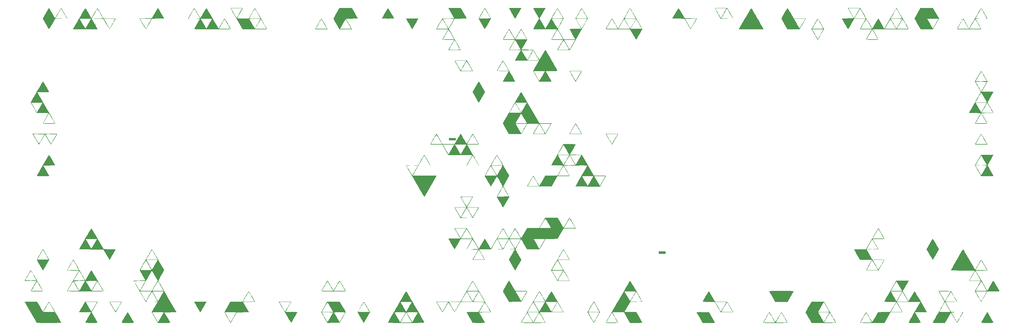
<source format=gto>
%TF.GenerationSoftware,KiCad,Pcbnew,(6.0.0-0)*%
%TF.CreationDate,2022-01-09T15:50:57+09:00*%
%TF.ProjectId,keyplate,6b657970-6c61-4746-952e-6b696361645f,rev?*%
%TF.SameCoordinates,Original*%
%TF.FileFunction,Legend,Top*%
%TF.FilePolarity,Positive*%
%FSLAX46Y46*%
G04 Gerber Fmt 4.6, Leading zero omitted, Abs format (unit mm)*
G04 Created by KiCad (PCBNEW (6.0.0-0)) date 2022-01-09 15:50:57*
%MOMM*%
%LPD*%
G01*
G04 APERTURE LIST*
%ADD10C,0.100000*%
G04 APERTURE END LIST*
D10*
X203146553Y-91427219D02*
X201146553Y-91424719D01*
X201146553Y-91424719D02*
X201146553Y-90799719D01*
X201146553Y-90799719D02*
X203146553Y-90799719D01*
X203146553Y-90799719D02*
X203146553Y-91427219D01*
G36*
X203146553Y-91427219D02*
G01*
X201146553Y-91424719D01*
X201146553Y-90799719D01*
X203146553Y-90799719D01*
X203146553Y-91427219D01*
G37*
X203146553Y-91427219D02*
X201146553Y-91424719D01*
X201146553Y-90799719D01*
X203146553Y-90799719D01*
X203146553Y-91427219D01*
X140746553Y-57652219D02*
X138746553Y-57649719D01*
X138746553Y-57649719D02*
X138746553Y-57024719D01*
X138746553Y-57024719D02*
X140746553Y-57024719D01*
X140746553Y-57024719D02*
X140746553Y-57652219D01*
G36*
X140746553Y-57652219D02*
G01*
X138746553Y-57649719D01*
X138746553Y-57024719D01*
X140746553Y-57024719D01*
X140746553Y-57652219D01*
G37*
X140746553Y-57652219D02*
X138746553Y-57649719D01*
X138746553Y-57024719D01*
X140746553Y-57024719D01*
X140746553Y-57652219D01*
%TO.C,G\u002A\u002A\u002A*%
G36*
X185543245Y-24387974D02*
G01*
X185685113Y-24127723D01*
X185863863Y-23807887D01*
X186068036Y-23448277D01*
X186286171Y-23068699D01*
X186506808Y-22688961D01*
X186718485Y-22328873D01*
X186909743Y-22008241D01*
X187069122Y-21746874D01*
X187185161Y-21564581D01*
X187246399Y-21481169D01*
X187251474Y-21478053D01*
X187299423Y-21536609D01*
X187406250Y-21700764D01*
X187561440Y-21953248D01*
X187754476Y-22276792D01*
X187974844Y-22654126D01*
X188099988Y-22871525D01*
X188333724Y-23278748D01*
X188547535Y-23649694D01*
X188730269Y-23965142D01*
X188870777Y-24205871D01*
X188957906Y-24352660D01*
X188977688Y-24384399D01*
X189005254Y-24395618D01*
X189052028Y-24363940D01*
X189123517Y-24280557D01*
X189225225Y-24136662D01*
X189362659Y-23923449D01*
X189541324Y-23632109D01*
X189766726Y-23253836D01*
X190044372Y-22779822D01*
X190379766Y-22201260D01*
X190730860Y-21591882D01*
X190989887Y-21591882D01*
X191023055Y-21661354D01*
X191114713Y-21830223D01*
X191253088Y-22078044D01*
X191426409Y-22384372D01*
X191622903Y-22728764D01*
X191830800Y-23090774D01*
X192038326Y-23449958D01*
X192233711Y-23785871D01*
X192405182Y-24078070D01*
X192540968Y-24306109D01*
X192629297Y-24449545D01*
X192658377Y-24489604D01*
X192695745Y-24427570D01*
X192793858Y-24260253D01*
X192942875Y-24004561D01*
X193132955Y-23677399D01*
X193354258Y-23295673D01*
X193518090Y-23012636D01*
X194365007Y-21548608D01*
X192677447Y-21548608D01*
X192206330Y-21550335D01*
X191785885Y-21555185D01*
X191435426Y-21562662D01*
X191174267Y-21572273D01*
X191021722Y-21583520D01*
X190989887Y-21591882D01*
X190730860Y-21591882D01*
X190778415Y-21509343D01*
X190817290Y-21441722D01*
X190817783Y-21440867D01*
X190989887Y-21440867D01*
X191057194Y-21451336D01*
X191246125Y-21460664D01*
X191537195Y-21468416D01*
X191910918Y-21474152D01*
X192347809Y-21477438D01*
X192647942Y-21478053D01*
X193114728Y-21476466D01*
X193530671Y-21472010D01*
X193876286Y-21465147D01*
X194132088Y-21456334D01*
X194278591Y-21446032D01*
X194305998Y-21438954D01*
X194272948Y-21371496D01*
X194181613Y-21204285D01*
X194043712Y-20957744D01*
X193870967Y-20652296D01*
X193675097Y-20308364D01*
X193467824Y-19946371D01*
X193260867Y-19586741D01*
X193065947Y-19249897D01*
X192894784Y-18956261D01*
X192759099Y-18726256D01*
X192670612Y-18580307D01*
X192641019Y-18537693D01*
X192580092Y-18638639D01*
X192466021Y-18834211D01*
X192310617Y-19103641D01*
X192125692Y-19426161D01*
X191923057Y-19781004D01*
X191714524Y-20147401D01*
X191511904Y-20504584D01*
X191327008Y-20831786D01*
X191171648Y-21108239D01*
X191057635Y-21313175D01*
X190996781Y-21425825D01*
X190989887Y-21440867D01*
X190817783Y-21440867D01*
X191163395Y-20841948D01*
X191489718Y-20280987D01*
X191789317Y-19770459D01*
X192055246Y-19321984D01*
X192280563Y-18947182D01*
X192458323Y-18657672D01*
X192581584Y-18465075D01*
X192643399Y-18381011D01*
X192647942Y-18378234D01*
X192694371Y-18437005D01*
X192802313Y-18604490D01*
X192963644Y-18866675D01*
X193170238Y-19209545D01*
X193413970Y-19619083D01*
X193686714Y-20081274D01*
X193980344Y-20582104D01*
X194286737Y-21107556D01*
X194597765Y-21643616D01*
X194905304Y-22176269D01*
X195201228Y-22691498D01*
X195477412Y-23175288D01*
X195725730Y-23613625D01*
X195938057Y-23992492D01*
X196106267Y-24297875D01*
X196222236Y-24515759D01*
X196277837Y-24632127D01*
X196281553Y-24645756D01*
X196247989Y-24724943D01*
X196154890Y-24903781D01*
X196013645Y-25162495D01*
X195835644Y-25481314D01*
X195632275Y-25840461D01*
X195414928Y-26220165D01*
X195194994Y-26600651D01*
X194983860Y-26962146D01*
X194792916Y-27284875D01*
X194633552Y-27549066D01*
X194517156Y-27734944D01*
X194455119Y-27822737D01*
X194449171Y-27827059D01*
X194405260Y-27768222D01*
X194301291Y-27603223D01*
X194147107Y-27348478D01*
X193952553Y-27020408D01*
X193727471Y-26635430D01*
X193529144Y-26292475D01*
X192646457Y-24758886D01*
X189031228Y-24740606D01*
X188102482Y-24734511D01*
X187310013Y-24726317D01*
X186654597Y-24716043D01*
X186137011Y-24703709D01*
X185758032Y-24689334D01*
X185518436Y-24672937D01*
X185419000Y-24654538D01*
X185415998Y-24650494D01*
X185444078Y-24582497D01*
X185554254Y-24582497D01*
X188946630Y-24582497D01*
X189147444Y-24582497D01*
X192544963Y-24582497D01*
X192761041Y-24582497D01*
X196143297Y-24582497D01*
X195947842Y-24243460D01*
X195847786Y-24069628D01*
X195693584Y-23801382D01*
X195501312Y-23466707D01*
X195287048Y-23093586D01*
X195117387Y-22798026D01*
X194912836Y-22444933D01*
X194731749Y-22138598D01*
X194585845Y-21898345D01*
X194486848Y-21743499D01*
X194447109Y-21693078D01*
X194403694Y-21752069D01*
X194300848Y-21916877D01*
X194148677Y-22170531D01*
X193957286Y-22496061D01*
X193736780Y-22876495D01*
X193586436Y-23138513D01*
X192761041Y-24582497D01*
X192544963Y-24582497D01*
X192349508Y-24243460D01*
X192249453Y-24069628D01*
X192095251Y-23801382D01*
X191902979Y-23466707D01*
X191688715Y-23093586D01*
X191519053Y-22798026D01*
X191314490Y-22444861D01*
X191133392Y-22138378D01*
X190987486Y-21897920D01*
X190888494Y-21742830D01*
X190848776Y-21692166D01*
X190804443Y-21750632D01*
X190702302Y-21912958D01*
X190553817Y-22160063D01*
X190370449Y-22472869D01*
X190163660Y-22832295D01*
X190160555Y-22837739D01*
X189939943Y-23223758D01*
X189730480Y-23588700D01*
X189547296Y-23906324D01*
X189405521Y-24150385D01*
X189327528Y-24282636D01*
X189147444Y-24582497D01*
X188946630Y-24582497D01*
X188731713Y-24212081D01*
X188623729Y-24025129D01*
X188462735Y-23745329D01*
X188265761Y-23402332D01*
X188049840Y-23025789D01*
X187901258Y-22766364D01*
X187700137Y-22418414D01*
X187522503Y-22117522D01*
X187380250Y-21883313D01*
X187285270Y-21735418D01*
X187250442Y-21692227D01*
X187205819Y-21750775D01*
X187103356Y-21912720D01*
X186954773Y-22158683D01*
X186771788Y-22469286D01*
X186580164Y-22800644D01*
X186360023Y-23184309D01*
X186149492Y-23550867D01*
X185964626Y-23872390D01*
X185821483Y-24120950D01*
X185749709Y-24245197D01*
X185554254Y-24582497D01*
X185444078Y-24582497D01*
X185449720Y-24568834D01*
X185543245Y-24387974D01*
G37*
G36*
X158955906Y-18374885D02*
G01*
X159398153Y-18378481D01*
X159771993Y-18384046D01*
X160058900Y-18391229D01*
X160240350Y-18399680D01*
X160298220Y-18408318D01*
X160264120Y-18484709D01*
X160169565Y-18660526D01*
X160026172Y-18916032D01*
X159845557Y-19231490D01*
X159639339Y-19587164D01*
X159419132Y-19963317D01*
X159196556Y-20340214D01*
X158983225Y-20698118D01*
X158790758Y-21017293D01*
X158630772Y-21278002D01*
X158514882Y-21460509D01*
X158454707Y-21545078D01*
X158449825Y-21548608D01*
X158376796Y-21495405D01*
X158297225Y-21389858D01*
X158182151Y-21200129D01*
X158024913Y-20932939D01*
X157837148Y-20608881D01*
X157630496Y-20248546D01*
X157416594Y-19872524D01*
X157207081Y-19501407D01*
X157013596Y-19155786D01*
X156847777Y-18856253D01*
X156721262Y-18623398D01*
X156645690Y-18477813D01*
X156629331Y-18438948D01*
X156697498Y-18419784D01*
X156892479Y-18403270D01*
X157199992Y-18389914D01*
X157605755Y-18380225D01*
X158095488Y-18374712D01*
X158463776Y-18373608D01*
X158955906Y-18374885D01*
G37*
G36*
X270034177Y-21445044D02*
G01*
X270381630Y-20845270D01*
X270709227Y-20285070D01*
X271010047Y-19775915D01*
X271277166Y-19329273D01*
X271503659Y-18956615D01*
X271682605Y-18669409D01*
X271807079Y-18479126D01*
X271870158Y-18397234D01*
X271875324Y-18394958D01*
X271921591Y-18458095D01*
X272029666Y-18629700D01*
X272191378Y-18895703D01*
X272398558Y-19242035D01*
X272643035Y-19654625D01*
X272916640Y-20119404D01*
X273211202Y-20622303D01*
X273518552Y-21149251D01*
X273830518Y-21686179D01*
X274138933Y-22219017D01*
X274435624Y-22733695D01*
X274712422Y-23216144D01*
X274961158Y-23652294D01*
X275173661Y-24028075D01*
X275341760Y-24329418D01*
X275457287Y-24542252D01*
X275512070Y-24652508D01*
X275515442Y-24663643D01*
X275446693Y-24673311D01*
X275247674Y-24682953D01*
X274929223Y-24692413D01*
X274502183Y-24701536D01*
X273977391Y-24710164D01*
X273365690Y-24718142D01*
X272677919Y-24725313D01*
X271924919Y-24731522D01*
X271117528Y-24736613D01*
X270266589Y-24740428D01*
X270158017Y-24740806D01*
X264800591Y-24758886D01*
X265640404Y-26205275D01*
X265877102Y-26616374D01*
X266088148Y-26989514D01*
X266263624Y-27306616D01*
X266393614Y-27549600D01*
X266468199Y-27700390D01*
X266482274Y-27739858D01*
X266451953Y-27767867D01*
X266351062Y-27789708D01*
X266166900Y-27805992D01*
X265886764Y-27817330D01*
X265497952Y-27824333D01*
X264987762Y-27827614D01*
X264649887Y-27828053D01*
X264157759Y-27826039D01*
X263715514Y-27820368D01*
X263341676Y-27811591D01*
X263054768Y-27800261D01*
X262873316Y-27786931D01*
X262815442Y-27773307D01*
X262849272Y-27699309D01*
X262878253Y-27644855D01*
X263027109Y-27644855D01*
X263094417Y-27656699D01*
X263283357Y-27667253D01*
X263574453Y-27676024D01*
X263948227Y-27682518D01*
X264385202Y-27686241D01*
X264686592Y-27686942D01*
X266346074Y-27686942D01*
X266150619Y-27347905D01*
X266050550Y-27174064D01*
X265896325Y-26905823D01*
X265704025Y-26571167D01*
X265489734Y-26198083D01*
X265320164Y-25902757D01*
X265092509Y-25509232D01*
X264922616Y-25225080D01*
X264800032Y-25036145D01*
X264714306Y-24928271D01*
X264654986Y-24887303D01*
X264611621Y-24899085D01*
X264593734Y-24918877D01*
X264528408Y-25019770D01*
X264410423Y-25214850D01*
X264252192Y-25482514D01*
X264066128Y-25801165D01*
X263864646Y-26149202D01*
X263660157Y-26505024D01*
X263465077Y-26847033D01*
X263291819Y-27153627D01*
X263152796Y-27403207D01*
X263060422Y-27574172D01*
X263027109Y-27644855D01*
X262878253Y-27644855D01*
X262944287Y-27520780D01*
X263090776Y-27255202D01*
X263279030Y-26920052D01*
X263499337Y-26532809D01*
X263662109Y-26249325D01*
X263898292Y-25838346D01*
X264109102Y-25469364D01*
X264284871Y-25159476D01*
X264415932Y-24925781D01*
X264492618Y-24785374D01*
X264508776Y-24751848D01*
X264441405Y-24744045D01*
X264252031Y-24737069D01*
X263959760Y-24731232D01*
X263583699Y-24726847D01*
X263142955Y-24724227D01*
X262784328Y-24723608D01*
X262305674Y-24721533D01*
X261875473Y-24715699D01*
X261513306Y-24706698D01*
X261238749Y-24695118D01*
X261071382Y-24681550D01*
X261028115Y-24670692D01*
X261053276Y-24597596D01*
X261086790Y-24529581D01*
X261212238Y-24529581D01*
X261271472Y-24544434D01*
X261452787Y-24557676D01*
X261737155Y-24568692D01*
X262105549Y-24576865D01*
X262538940Y-24581580D01*
X262846556Y-24582497D01*
X268377267Y-24582497D01*
X270041354Y-24582497D01*
X271973726Y-24582497D01*
X273638751Y-24582497D01*
X274106562Y-24580657D01*
X274523572Y-24575492D01*
X274870336Y-24567533D01*
X275127409Y-24557312D01*
X275275347Y-24545360D01*
X275303776Y-24536989D01*
X275270069Y-24462945D01*
X275177213Y-24288866D01*
X275037604Y-24036350D01*
X274863637Y-23726992D01*
X274667708Y-23382388D01*
X274462212Y-23024133D01*
X274259545Y-22673823D01*
X274072103Y-22353055D01*
X273912282Y-22083423D01*
X273792477Y-21886523D01*
X273725083Y-21783952D01*
X273720018Y-21777765D01*
X273675391Y-21774419D01*
X273600850Y-21843364D01*
X273488682Y-21995767D01*
X273331172Y-22242800D01*
X273120606Y-22595630D01*
X272940321Y-22906654D01*
X272716048Y-23296489D01*
X272507515Y-23658741D01*
X272328123Y-23970149D01*
X272191272Y-24207451D01*
X272110364Y-24347386D01*
X272106992Y-24353192D01*
X271973726Y-24582497D01*
X270041354Y-24582497D01*
X270509029Y-24580795D01*
X270925896Y-24576015D01*
X271272505Y-24568651D01*
X271529407Y-24559194D01*
X271677153Y-24548135D01*
X271705442Y-24540411D01*
X271671826Y-24469353D01*
X271579237Y-24298125D01*
X271440060Y-24048294D01*
X271266684Y-23741428D01*
X271071495Y-23399093D01*
X270866880Y-23042856D01*
X270665227Y-22694286D01*
X270478922Y-22374948D01*
X270320352Y-22106410D01*
X270201905Y-21910240D01*
X270136559Y-21808808D01*
X270097807Y-21774404D01*
X270049675Y-21782928D01*
X269981797Y-21848380D01*
X269883803Y-21984763D01*
X269745327Y-22206079D01*
X269556000Y-22526328D01*
X269379011Y-22831864D01*
X269156507Y-23217985D01*
X268946502Y-23583097D01*
X268763909Y-23901221D01*
X268623641Y-24146379D01*
X268546210Y-24282636D01*
X268377267Y-24582497D01*
X262846556Y-24582497D01*
X263313956Y-24580876D01*
X263730537Y-24576324D01*
X264076838Y-24569310D01*
X264333400Y-24560304D01*
X264480761Y-24549774D01*
X264508776Y-24542456D01*
X264475059Y-24471621D01*
X264382091Y-24300430D01*
X264242149Y-24050169D01*
X264067507Y-23742121D01*
X263870440Y-23397574D01*
X263663224Y-23037810D01*
X263458134Y-22684117D01*
X263267444Y-22357777D01*
X263103430Y-22080077D01*
X262978368Y-21872302D01*
X262904533Y-21755736D01*
X262892451Y-21739774D01*
X262847436Y-21785599D01*
X262744060Y-21934799D01*
X262593884Y-22168179D01*
X262408469Y-22466542D01*
X262199375Y-22810695D01*
X261978164Y-23181442D01*
X261756396Y-23559587D01*
X261545631Y-23925936D01*
X261357431Y-24261293D01*
X261212238Y-24529581D01*
X261086790Y-24529581D01*
X261140783Y-24420003D01*
X261281408Y-24155026D01*
X261465921Y-23819778D01*
X261685091Y-23431373D01*
X261870618Y-23108644D01*
X262111208Y-22692360D01*
X262326471Y-22318008D01*
X262506842Y-22002377D01*
X262642758Y-21762252D01*
X262724655Y-21614423D01*
X262744887Y-21574061D01*
X262677527Y-21567005D01*
X262488227Y-21560701D01*
X262196160Y-21555432D01*
X261820495Y-21551484D01*
X261380404Y-21549141D01*
X261031983Y-21548608D01*
X259319080Y-21548608D01*
X258438279Y-23077575D01*
X258193578Y-23498042D01*
X257968634Y-23876413D01*
X257773852Y-24195837D01*
X257619637Y-24439464D01*
X257516393Y-24590443D01*
X257477767Y-24633111D01*
X257427750Y-24580811D01*
X257319441Y-24425756D01*
X257164686Y-24187640D01*
X256975330Y-23886155D01*
X256763216Y-23540993D01*
X256540191Y-23171849D01*
X256318097Y-22798414D01*
X256108781Y-22440382D01*
X255924086Y-22117445D01*
X255775857Y-21849295D01*
X255675940Y-21655627D01*
X255645254Y-21586397D01*
X255647561Y-21553313D01*
X255692956Y-21527288D01*
X255796583Y-21507228D01*
X255973584Y-21492040D01*
X256239102Y-21480631D01*
X256348197Y-21478053D01*
X259366887Y-21478053D01*
X262756951Y-21478053D01*
X262588008Y-21178192D01*
X262328069Y-20719724D01*
X262068402Y-20267005D01*
X261818697Y-19836424D01*
X261588646Y-19444368D01*
X261387939Y-19107226D01*
X261226268Y-18841385D01*
X261113323Y-18663234D01*
X261058795Y-18589160D01*
X261056335Y-18588030D01*
X261011570Y-18647423D01*
X260907526Y-18812652D01*
X260754368Y-19066712D01*
X260562264Y-19392599D01*
X260341379Y-19773309D01*
X260191581Y-20034419D01*
X259366887Y-21478053D01*
X256348197Y-21478053D01*
X256608280Y-21471907D01*
X257096260Y-21464775D01*
X257372940Y-21461640D01*
X259141260Y-21442775D01*
X258266248Y-19925831D01*
X257446513Y-18504717D01*
X257606090Y-18504717D01*
X257646632Y-18580811D01*
X257747469Y-18761112D01*
X257898378Y-19027605D01*
X258089134Y-19362269D01*
X258309511Y-19747089D01*
X258440998Y-19975950D01*
X259252387Y-21386631D01*
X259363641Y-21203036D01*
X259432333Y-21086778D01*
X259558724Y-20870117D01*
X259730109Y-20574940D01*
X259933782Y-20223138D01*
X260157036Y-19836599D01*
X260192668Y-19774825D01*
X260409566Y-19396706D01*
X260600158Y-19060583D01*
X260753897Y-18785378D01*
X260860233Y-18590015D01*
X260908619Y-18493417D01*
X260910442Y-18487186D01*
X260843130Y-18475094D01*
X260654159Y-18464317D01*
X260362981Y-18455356D01*
X259989047Y-18448714D01*
X259551806Y-18444895D01*
X259246507Y-18444164D01*
X258780505Y-18446606D01*
X258366836Y-18453462D01*
X258024585Y-18464029D01*
X257772837Y-18477601D01*
X257630677Y-18493474D01*
X257606090Y-18504717D01*
X257446513Y-18504717D01*
X257391235Y-18408886D01*
X259239033Y-18390018D01*
X259817402Y-18385371D01*
X260269587Y-18385033D01*
X260610467Y-18389608D01*
X260854920Y-18399702D01*
X261017825Y-18415918D01*
X261114059Y-18438861D01*
X261157674Y-18467968D01*
X261206230Y-18546982D01*
X261317976Y-18735974D01*
X261485737Y-19022602D01*
X261702340Y-19394528D01*
X261960611Y-19839413D01*
X262253377Y-20344915D01*
X262573464Y-20898696D01*
X262913697Y-21488417D01*
X262921563Y-21502062D01*
X263260706Y-22088130D01*
X263579470Y-22634524D01*
X263870817Y-23129492D01*
X264127707Y-23561287D01*
X264343101Y-23918157D01*
X264509962Y-24188353D01*
X264621249Y-24360126D01*
X264669925Y-24421725D01*
X264670598Y-24421699D01*
X264720216Y-24358099D01*
X264829257Y-24189110D01*
X264987253Y-23931930D01*
X265183739Y-23603758D01*
X265408247Y-23221792D01*
X265558629Y-22962546D01*
X265795809Y-22555362D01*
X266012131Y-22191055D01*
X266197014Y-21886874D01*
X266339878Y-21660068D01*
X266430143Y-21527885D01*
X266455140Y-21500988D01*
X266506438Y-21554047D01*
X266616766Y-21713814D01*
X266775961Y-21964012D01*
X266973861Y-22288365D01*
X267200303Y-22670599D01*
X267390829Y-22999540D01*
X268262049Y-24518136D01*
X269954112Y-21583886D01*
X270169407Y-21583886D01*
X271016499Y-23050598D01*
X271863591Y-24517311D01*
X272703927Y-23058666D01*
X272937866Y-22649639D01*
X273144502Y-22282651D01*
X273314475Y-21974804D01*
X273438421Y-21743198D01*
X273506981Y-21604931D01*
X273517255Y-21573013D01*
X273442102Y-21566173D01*
X273245748Y-21561554D01*
X272948085Y-21559253D01*
X272569005Y-21559365D01*
X272128402Y-21561984D01*
X271829827Y-21564946D01*
X270169407Y-21583886D01*
X269954112Y-21583886D01*
X270015142Y-21478053D01*
X270161887Y-21478053D01*
X271855051Y-21478053D01*
X272325057Y-21475956D01*
X272742642Y-21470064D01*
X273088947Y-21460977D01*
X273345111Y-21449294D01*
X273492274Y-21435614D01*
X273520313Y-21425136D01*
X273412794Y-21227777D01*
X273260710Y-20957477D01*
X273076002Y-20634572D01*
X272870609Y-20279398D01*
X272656471Y-19912291D01*
X272445528Y-19553588D01*
X272249719Y-19223624D01*
X272080984Y-18942735D01*
X271951263Y-18731258D01*
X271872496Y-18609529D01*
X271854590Y-18588030D01*
X271808900Y-18647436D01*
X271704019Y-18812698D01*
X271550155Y-19066806D01*
X271357515Y-19392752D01*
X271136308Y-19773525D01*
X270986581Y-20034419D01*
X270161887Y-21478053D01*
X270015142Y-21478053D01*
X270034177Y-21445044D01*
G37*
G36*
X46774331Y-21516440D02*
G01*
X46841781Y-21506029D01*
X47031711Y-21495339D01*
X47325493Y-21484933D01*
X47704500Y-21475374D01*
X48150102Y-21467225D01*
X48588464Y-21461605D01*
X50402597Y-21442775D01*
X51287214Y-19908797D01*
X51531481Y-19490761D01*
X51755486Y-19117901D01*
X51949029Y-18806352D01*
X52101911Y-18572253D01*
X52203931Y-18431739D01*
X52242387Y-18397639D01*
X52295611Y-18462614D01*
X52408492Y-18633510D01*
X52570785Y-18893669D01*
X52772242Y-19226432D01*
X53002617Y-19615141D01*
X53207624Y-19966894D01*
X54102305Y-21513331D01*
X52290402Y-21532956D01*
X50478498Y-21552582D01*
X49596553Y-23100628D01*
X49353105Y-23522850D01*
X49129283Y-23901384D01*
X48935288Y-24219750D01*
X48781318Y-24461469D01*
X48677575Y-24610063D01*
X48637048Y-24650863D01*
X48582150Y-24592763D01*
X48468131Y-24428122D01*
X48305236Y-24173286D01*
X48103707Y-23844601D01*
X47873788Y-23458412D01*
X47666909Y-23102749D01*
X47424112Y-22679676D01*
X47206437Y-22297765D01*
X47023298Y-21973750D01*
X46884111Y-21724361D01*
X46807824Y-21583886D01*
X46937225Y-21583886D01*
X47783155Y-23049518D01*
X48019462Y-23457142D01*
X48231564Y-23819581D01*
X48409665Y-24120380D01*
X48543972Y-24343083D01*
X48624691Y-24471234D01*
X48644037Y-24495907D01*
X48681947Y-24431966D01*
X48780262Y-24262909D01*
X48929032Y-24005942D01*
X49118303Y-23678269D01*
X49338124Y-23297094D01*
X49485554Y-23041159D01*
X49717309Y-22635346D01*
X49921452Y-22271486D01*
X50088586Y-21966863D01*
X50209314Y-21738759D01*
X50274236Y-21604459D01*
X50282293Y-21575830D01*
X50206317Y-21568189D01*
X50009201Y-21562861D01*
X49710901Y-21559977D01*
X49331371Y-21559663D01*
X48890567Y-21562049D01*
X48594847Y-21564946D01*
X46937225Y-21583886D01*
X46807824Y-21583886D01*
X46798291Y-21566332D01*
X46774331Y-21516440D01*
G37*
G36*
X13922521Y-108125502D02*
G01*
X13631461Y-107621552D01*
X13361709Y-107153705D01*
X13121604Y-106736361D01*
X12919489Y-106383916D01*
X12763703Y-106110768D01*
X12662588Y-105931315D01*
X12634557Y-105880136D01*
X12549922Y-105721386D01*
X16282763Y-105721386D01*
X17145150Y-107220692D01*
X17383650Y-107635248D01*
X17597548Y-108006874D01*
X17777209Y-108318843D01*
X17912998Y-108554430D01*
X17995282Y-108696909D01*
X18016078Y-108732595D01*
X18052009Y-108677690D01*
X18148566Y-108516650D01*
X18296202Y-108265766D01*
X18485370Y-107941329D01*
X18706524Y-107559631D01*
X18896483Y-107230209D01*
X19138732Y-106814833D01*
X19360689Y-106444803D01*
X19552105Y-106136358D01*
X19702731Y-105905741D01*
X19802317Y-105769191D01*
X19837928Y-105738418D01*
X19883665Y-105801329D01*
X19991335Y-105972666D01*
X20152773Y-106238390D01*
X20359813Y-106584458D01*
X20604291Y-106996830D01*
X20878040Y-107461464D01*
X21172895Y-107964320D01*
X21480691Y-108491356D01*
X21793262Y-109028530D01*
X22102443Y-109561802D01*
X22400069Y-110077130D01*
X22677974Y-110560473D01*
X22927993Y-110997790D01*
X23141960Y-111375040D01*
X23311710Y-111678181D01*
X23429078Y-111893173D01*
X23485897Y-112005973D01*
X23489972Y-112018469D01*
X23421815Y-112028692D01*
X23225722Y-112038265D01*
X22914865Y-112046995D01*
X22502417Y-112054690D01*
X22001553Y-112061158D01*
X21425445Y-112066207D01*
X20787266Y-112069643D01*
X20100191Y-112071276D01*
X19866026Y-112071386D01*
X19016779Y-112070650D01*
X18299238Y-112068292D01*
X17704003Y-112064087D01*
X17221677Y-112057813D01*
X16842859Y-112049243D01*
X16558151Y-112038155D01*
X16358154Y-112024323D01*
X16233470Y-112007524D01*
X16174699Y-111987532D01*
X16170076Y-111983192D01*
X16124680Y-111910084D01*
X16017185Y-111729101D01*
X15855931Y-111454642D01*
X15649258Y-111101105D01*
X15405508Y-110682886D01*
X15133021Y-110214384D01*
X14840138Y-109709997D01*
X14535200Y-109184122D01*
X14327705Y-108825831D01*
X18125921Y-108825831D01*
X21529381Y-108825831D01*
X21395742Y-108596525D01*
X21319323Y-108464683D01*
X21185925Y-108233795D01*
X21008965Y-107927114D01*
X20801860Y-107567893D01*
X20578027Y-107179383D01*
X20561183Y-107150136D01*
X20345633Y-106778938D01*
X20153243Y-106453474D01*
X19995179Y-106192157D01*
X19882607Y-106013401D01*
X19826694Y-105935618D01*
X19823547Y-105933760D01*
X19778411Y-105992137D01*
X19675424Y-106153879D01*
X19526354Y-106399607D01*
X19342970Y-106709945D01*
X19151831Y-107039753D01*
X18931478Y-107423311D01*
X18720770Y-107790100D01*
X18535809Y-108112089D01*
X18392697Y-108361245D01*
X18321376Y-108485435D01*
X18125921Y-108825831D01*
X14327705Y-108825831D01*
X14226548Y-108651158D01*
X13922521Y-108125502D01*
G37*
G36*
X126056423Y-65208481D02*
G01*
X126124519Y-65186769D01*
X126253216Y-65171432D01*
X126458059Y-65161376D01*
X126754594Y-65155508D01*
X127158364Y-65152732D01*
X127684915Y-65151954D01*
X127793359Y-65151942D01*
X129593595Y-65151942D01*
X129736017Y-65151942D01*
X133142503Y-65151942D01*
X132909111Y-64744390D01*
X132541509Y-64103170D01*
X132237939Y-63575328D01*
X131992861Y-63151471D01*
X131800739Y-62822208D01*
X131656035Y-62578145D01*
X131553212Y-62409892D01*
X131486731Y-62308054D01*
X131451056Y-62263241D01*
X131443857Y-62259164D01*
X131397980Y-62317268D01*
X131294487Y-62478499D01*
X131145366Y-62723230D01*
X130962604Y-63031838D01*
X130786643Y-63335136D01*
X130566647Y-63717444D01*
X130354057Y-64086337D01*
X130165948Y-64412226D01*
X130019391Y-64665526D01*
X129951995Y-64781525D01*
X129736017Y-65151942D01*
X129593595Y-65151942D01*
X130488498Y-63599719D01*
X130733913Y-63177862D01*
X130958190Y-62799596D01*
X131151304Y-62481248D01*
X131303228Y-62239146D01*
X131403936Y-62089618D01*
X131441693Y-62047497D01*
X131488159Y-62105457D01*
X131592801Y-62266040D01*
X131743869Y-62509305D01*
X131929610Y-62815309D01*
X132138275Y-63164111D01*
X132358112Y-63535766D01*
X132577370Y-63910333D01*
X132784299Y-64267870D01*
X132967146Y-64588434D01*
X133114161Y-64852083D01*
X133213594Y-65038874D01*
X133249435Y-65115379D01*
X133248190Y-65148389D01*
X133205940Y-65173946D01*
X133107558Y-65192971D01*
X132937918Y-65206387D01*
X132681892Y-65215116D01*
X132324354Y-65220081D01*
X131850177Y-65222204D01*
X131492623Y-65222497D01*
X129694707Y-65222497D01*
X128856880Y-66678801D01*
X128620583Y-67090330D01*
X128408116Y-67461879D01*
X128229533Y-67775746D01*
X128094885Y-68014227D01*
X128014224Y-68159620D01*
X127995535Y-68195746D01*
X128059203Y-68207541D01*
X128250817Y-68218580D01*
X128557211Y-68228636D01*
X128965220Y-68237484D01*
X129461680Y-68244900D01*
X130033426Y-68250658D01*
X130667293Y-68254533D01*
X131350115Y-68256300D01*
X131540951Y-68256386D01*
X132235668Y-68257072D01*
X132885745Y-68259042D01*
X133477902Y-68262163D01*
X133998856Y-68266300D01*
X134435327Y-68271321D01*
X134774033Y-68277092D01*
X135001692Y-68283480D01*
X135105023Y-68290351D01*
X135109887Y-68292227D01*
X135075695Y-68362349D01*
X134978506Y-68539561D01*
X134826397Y-68809956D01*
X134627447Y-69159627D01*
X134389735Y-69574665D01*
X134121339Y-70041163D01*
X133830337Y-70545214D01*
X133524808Y-71072910D01*
X133212829Y-71610344D01*
X132902480Y-72143608D01*
X132601838Y-72658795D01*
X132318983Y-73141997D01*
X132061992Y-73579306D01*
X131838944Y-73956816D01*
X131657917Y-74260618D01*
X131526989Y-74476806D01*
X131454240Y-74591470D01*
X131442217Y-74606386D01*
X131401239Y-74546800D01*
X131295433Y-74374332D01*
X131130330Y-74098421D01*
X130911461Y-73728504D01*
X130644358Y-73274018D01*
X130334553Y-72744401D01*
X129987577Y-72149091D01*
X129608961Y-71497524D01*
X129204238Y-70799139D01*
X128778937Y-70063372D01*
X128743877Y-70002636D01*
X128316121Y-69260995D01*
X127908460Y-68553124D01*
X127526478Y-67888779D01*
X127175754Y-67277720D01*
X126861870Y-66729703D01*
X126590409Y-66254487D01*
X126366952Y-65861829D01*
X126197079Y-65561487D01*
X126086373Y-65363218D01*
X126040415Y-65276781D01*
X126039858Y-65275414D01*
X126036833Y-65257775D01*
X126151124Y-65257775D01*
X126974744Y-66686525D01*
X127209286Y-67090345D01*
X127421491Y-67449918D01*
X127601050Y-67748246D01*
X127737653Y-67968327D01*
X127820988Y-68093160D01*
X127841251Y-68115275D01*
X127887059Y-68056795D01*
X127992379Y-67892691D01*
X128146904Y-67639968D01*
X128340330Y-67315633D01*
X128562350Y-66936689D01*
X128707109Y-66686525D01*
X129530079Y-65257775D01*
X128686372Y-65237964D01*
X128236956Y-65231351D01*
X127725812Y-65229924D01*
X127232231Y-65233684D01*
X126996894Y-65237964D01*
X126151124Y-65257775D01*
X126036833Y-65257775D01*
X126033385Y-65237665D01*
X126056423Y-65208481D01*
G37*
G36*
X295268822Y-102493469D02*
G01*
X295431682Y-102493469D01*
X295490925Y-102508312D01*
X295672262Y-102521547D01*
X295956679Y-102532559D01*
X296325162Y-102540735D01*
X296758697Y-102545458D01*
X297068483Y-102546386D01*
X298733185Y-102546386D01*
X298648893Y-102387636D01*
X298573216Y-102250491D01*
X298444797Y-102023405D01*
X298277166Y-101729796D01*
X298083851Y-101393083D01*
X297878381Y-101036685D01*
X297674286Y-100684020D01*
X297485094Y-100358509D01*
X297324334Y-100083568D01*
X297205536Y-99882618D01*
X297142227Y-99779078D01*
X297140158Y-99775988D01*
X297105119Y-99748859D01*
X297056141Y-99767132D01*
X296984351Y-99843572D01*
X296880876Y-99990947D01*
X296736842Y-100222024D01*
X296543375Y-100549572D01*
X296291601Y-100986356D01*
X296257466Y-101045988D01*
X296027369Y-101448334D01*
X295820805Y-101809864D01*
X295648075Y-102112521D01*
X295519481Y-102338249D01*
X295445324Y-102468991D01*
X295431682Y-102493469D01*
X295268822Y-102493469D01*
X296073012Y-101103645D01*
X296952869Y-99583053D01*
X295186482Y-99583053D01*
X294641822Y-99582485D01*
X294222473Y-99580029D01*
X293912637Y-99574561D01*
X293696516Y-99564954D01*
X293558313Y-99550083D01*
X293482228Y-99528820D01*
X293452465Y-99500041D01*
X293453225Y-99462620D01*
X293454032Y-99459581D01*
X293462240Y-99441942D01*
X293574810Y-99441942D01*
X296955236Y-99441942D01*
X296174901Y-98083747D01*
X295943979Y-97684125D01*
X295732937Y-97323252D01*
X295553051Y-97020059D01*
X295415595Y-96793476D01*
X295331844Y-96662437D01*
X295315143Y-96640170D01*
X295267755Y-96637973D01*
X295189108Y-96712896D01*
X295071252Y-96876240D01*
X294906237Y-97139305D01*
X294686112Y-97513391D01*
X294620182Y-97627948D01*
X294400928Y-98009958D01*
X294189093Y-98378591D01*
X294001752Y-98704167D01*
X293855979Y-98957006D01*
X293789727Y-99071525D01*
X293574810Y-99441942D01*
X293462240Y-99441942D01*
X293498016Y-99365057D01*
X293602735Y-99167704D01*
X293757669Y-98886492D01*
X293952299Y-98540393D01*
X294176105Y-98148377D01*
X294304970Y-97924997D01*
X295121972Y-96513886D01*
X291618651Y-96495580D01*
X290928293Y-96490903D01*
X290280870Y-96484452D01*
X289690067Y-96476507D01*
X289169572Y-96467352D01*
X288733071Y-96457267D01*
X288394253Y-96446535D01*
X288166802Y-96435437D01*
X288064408Y-96424255D01*
X288060388Y-96422332D01*
X288084417Y-96353456D01*
X288126057Y-96269489D01*
X295423868Y-96269489D01*
X295484391Y-96292066D01*
X295676785Y-96310527D01*
X295991857Y-96324489D01*
X296420417Y-96333573D01*
X296953272Y-96337397D01*
X297064285Y-96337497D01*
X297531938Y-96336304D01*
X297948783Y-96332953D01*
X298295368Y-96327789D01*
X298552242Y-96321159D01*
X298699955Y-96313406D01*
X298728220Y-96307992D01*
X298694505Y-96241166D01*
X298599863Y-96069490D01*
X298454052Y-95810243D01*
X298266828Y-95480709D01*
X298047946Y-95098168D01*
X297897026Y-94835711D01*
X297065832Y-93392936D01*
X296256609Y-94797208D01*
X296024254Y-95201562D01*
X295815916Y-95566293D01*
X295641871Y-95873234D01*
X295512395Y-96104219D01*
X295437761Y-96241080D01*
X295423868Y-96269489D01*
X288126057Y-96269489D01*
X288171938Y-96176969D01*
X288314916Y-95906903D01*
X288505320Y-95557289D01*
X288735115Y-95142158D01*
X288996270Y-94675540D01*
X289280750Y-94171467D01*
X289580523Y-93643969D01*
X289887556Y-93107079D01*
X290193816Y-92574826D01*
X290491270Y-92061242D01*
X290771884Y-91580358D01*
X291027626Y-91146205D01*
X291250462Y-90772814D01*
X291432361Y-90474216D01*
X291565287Y-90264442D01*
X291641210Y-90157523D01*
X291653224Y-90146848D01*
X291701547Y-90201372D01*
X291812785Y-90366946D01*
X291979959Y-90632035D01*
X292196090Y-90985104D01*
X292454200Y-91414618D01*
X292747310Y-91909041D01*
X293068442Y-92456838D01*
X293410616Y-93046474D01*
X293475883Y-93159595D01*
X293820617Y-93756277D01*
X294144421Y-94314114D01*
X294440439Y-94821476D01*
X294701810Y-95266732D01*
X294921678Y-95638249D01*
X295093183Y-95924396D01*
X295209468Y-96113543D01*
X295263673Y-96194056D01*
X295266343Y-96196115D01*
X295310996Y-96137436D01*
X295415157Y-95972722D01*
X295568790Y-95718722D01*
X295761858Y-95392184D01*
X295984323Y-95009856D01*
X296152942Y-94716645D01*
X296391237Y-94306017D01*
X296609396Y-93940868D01*
X296797044Y-93637700D01*
X296943802Y-93413019D01*
X297039293Y-93283327D01*
X297070164Y-93257924D01*
X297128173Y-93323386D01*
X297240913Y-93490951D01*
X297397041Y-93740781D01*
X297585208Y-94053036D01*
X297794068Y-94407875D01*
X298012276Y-94785458D01*
X298228485Y-95165947D01*
X298431347Y-95529500D01*
X298609518Y-95856279D01*
X298751650Y-96126442D01*
X298846397Y-96320150D01*
X298882413Y-96417564D01*
X298881065Y-96424402D01*
X298798932Y-96439526D01*
X298595661Y-96454469D01*
X298291223Y-96468431D01*
X297905591Y-96480611D01*
X297458736Y-96490209D01*
X297120648Y-96494958D01*
X295411721Y-96513886D01*
X297137471Y-99504069D01*
X298863221Y-102494251D01*
X299025026Y-102221421D01*
X299110666Y-102075431D01*
X299252787Y-101831376D01*
X299437359Y-101513425D01*
X299650353Y-101145746D01*
X299877742Y-100752506D01*
X299892387Y-100727156D01*
X300110422Y-100353993D01*
X300307134Y-100025423D01*
X300470942Y-99760139D01*
X300590263Y-99576834D01*
X300653515Y-99494201D01*
X300658011Y-99491470D01*
X300703899Y-99546313D01*
X300808730Y-99703725D01*
X300960791Y-99944130D01*
X301148368Y-100247948D01*
X301359750Y-100595603D01*
X301583223Y-100967515D01*
X301807075Y-101344107D01*
X302019592Y-101705801D01*
X302209061Y-102033019D01*
X302363771Y-102306183D01*
X302472007Y-102505715D01*
X302517320Y-102599303D01*
X302500039Y-102627135D01*
X302414270Y-102648833D01*
X302247218Y-102665026D01*
X301986088Y-102676345D01*
X301618085Y-102683421D01*
X301130413Y-102686884D01*
X300727768Y-102687497D01*
X298902218Y-102687497D01*
X298021469Y-104216290D01*
X297777269Y-104636250D01*
X297553434Y-105013756D01*
X297360253Y-105332052D01*
X297208011Y-105574385D01*
X297106997Y-105724000D01*
X297070164Y-105765627D01*
X297017620Y-105712474D01*
X296906124Y-105552174D01*
X296745652Y-105300712D01*
X296546180Y-104974073D01*
X296317682Y-104588241D01*
X296096382Y-104205204D01*
X295249785Y-102723361D01*
X295412109Y-102723361D01*
X295445734Y-102790068D01*
X295539547Y-102960290D01*
X295682954Y-103215468D01*
X295865361Y-103537045D01*
X296076172Y-103906460D01*
X296304795Y-104305154D01*
X296540634Y-104714569D01*
X296773096Y-105116146D01*
X296991585Y-105491325D01*
X297016254Y-105533506D01*
X297035600Y-105557610D01*
X297061698Y-105556659D01*
X297103176Y-105517385D01*
X297168661Y-105426520D01*
X297266782Y-105270794D01*
X297406165Y-105036941D01*
X297595438Y-104711692D01*
X297843229Y-104281777D01*
X297942934Y-104108374D01*
X298169801Y-103712548D01*
X298370975Y-103359304D01*
X298536445Y-103066406D01*
X298656198Y-102851622D01*
X298720223Y-102732717D01*
X298728220Y-102714902D01*
X298660912Y-102707187D01*
X298471980Y-102700312D01*
X298180909Y-102694599D01*
X297807184Y-102690372D01*
X297370291Y-102687950D01*
X297070164Y-102687497D01*
X296603378Y-102688953D01*
X296187434Y-102693040D01*
X295841819Y-102699336D01*
X295586018Y-102707419D01*
X295439515Y-102716869D01*
X295412109Y-102723361D01*
X295249785Y-102723361D01*
X295193155Y-102624238D01*
X295268822Y-102493469D01*
G37*
G36*
X185579840Y-111671677D02*
G01*
X185744182Y-111377561D01*
X185961652Y-110992668D01*
X186226513Y-110526915D01*
X186533027Y-109990216D01*
X186875455Y-109392489D01*
X187248060Y-108743649D01*
X187645103Y-108053612D01*
X188060848Y-107332295D01*
X188489556Y-106589612D01*
X188925488Y-105835481D01*
X188991532Y-105721386D01*
X192739837Y-105721386D01*
X194444304Y-105721386D01*
X194915929Y-105719303D01*
X195335176Y-105713448D01*
X195683251Y-105704415D01*
X195941362Y-105692798D01*
X196090715Y-105679189D01*
X196120345Y-105668469D01*
X195996885Y-105444019D01*
X195832432Y-105152771D01*
X195638824Y-104814888D01*
X195427899Y-104450533D01*
X195211495Y-104079867D01*
X195001450Y-103723053D01*
X194809602Y-103400253D01*
X194647790Y-103131629D01*
X194527851Y-102937343D01*
X194461623Y-102837557D01*
X194452941Y-102828608D01*
X194405957Y-102886888D01*
X194300579Y-103049431D01*
X194148095Y-103297797D01*
X193959792Y-103613542D01*
X193746957Y-103978224D01*
X193708035Y-104045692D01*
X193483497Y-104435443D01*
X193274696Y-104797626D01*
X193095049Y-105108988D01*
X192957971Y-105346275D01*
X192876880Y-105486235D01*
X192873475Y-105492081D01*
X192739837Y-105721386D01*
X188991532Y-105721386D01*
X189362908Y-105079816D01*
X189796076Y-104332535D01*
X190219256Y-103603553D01*
X190626709Y-102902786D01*
X190718065Y-102745953D01*
X191001646Y-102745953D01*
X191068428Y-102883546D01*
X191189104Y-103105065D01*
X191351437Y-103390252D01*
X191543192Y-103718847D01*
X191752135Y-104070590D01*
X191966030Y-104425223D01*
X192172641Y-104762486D01*
X192359735Y-105062120D01*
X192515075Y-105303865D01*
X192626426Y-105467463D01*
X192681554Y-105532654D01*
X192684496Y-105532449D01*
X192734102Y-105456752D01*
X192843072Y-105277070D01*
X193000520Y-105011801D01*
X193195561Y-104679341D01*
X193417309Y-104298088D01*
X193522142Y-104116833D01*
X193749261Y-103721928D01*
X193950544Y-103368987D01*
X194115905Y-103075943D01*
X194235257Y-102860727D01*
X194298513Y-102741270D01*
X194305998Y-102723361D01*
X194238685Y-102713281D01*
X194049713Y-102704297D01*
X193758534Y-102696827D01*
X193384598Y-102691290D01*
X192947356Y-102688106D01*
X192642063Y-102687497D01*
X192176060Y-102689855D01*
X191762391Y-102696474D01*
X191420139Y-102706674D01*
X191168391Y-102719776D01*
X191026232Y-102735100D01*
X191001646Y-102745953D01*
X190718065Y-102745953D01*
X191012698Y-102240150D01*
X191371484Y-101625562D01*
X191697329Y-101068936D01*
X191984495Y-100580189D01*
X192227246Y-100169238D01*
X192419841Y-99845998D01*
X192556545Y-99620384D01*
X192631618Y-99502314D01*
X192644233Y-99486709D01*
X192688392Y-99543964D01*
X192794455Y-99709742D01*
X192954279Y-99970068D01*
X193159723Y-100310964D01*
X193402644Y-100718457D01*
X193674899Y-101178568D01*
X193968348Y-101677324D01*
X194274847Y-102200748D01*
X194586254Y-102734865D01*
X194894427Y-103265698D01*
X195191224Y-103779272D01*
X195468503Y-104261611D01*
X195718121Y-104698739D01*
X195931937Y-105076681D01*
X196101807Y-105381460D01*
X196219591Y-105599102D01*
X196277145Y-105715630D01*
X196281553Y-105730023D01*
X196214124Y-105746821D01*
X196024330Y-105761888D01*
X195730915Y-105774576D01*
X195352621Y-105784237D01*
X194908191Y-105790225D01*
X194489609Y-105791942D01*
X192697665Y-105791942D01*
X191843776Y-107272600D01*
X191606376Y-107685691D01*
X191394354Y-108057376D01*
X191217354Y-108370518D01*
X191085025Y-108607979D01*
X191007013Y-108752622D01*
X190989887Y-108789545D01*
X191057287Y-108799482D01*
X191246867Y-108808380D01*
X191539700Y-108815849D01*
X191916856Y-108821498D01*
X192359406Y-108824935D01*
X192746874Y-108825831D01*
X194503861Y-108825831D01*
X195392707Y-110368830D01*
X195635572Y-110793479D01*
X195853140Y-111179738D01*
X196035904Y-111510248D01*
X196174355Y-111767649D01*
X196258985Y-111934583D01*
X196281553Y-111991607D01*
X196234517Y-112018100D01*
X196087705Y-112038812D01*
X195832558Y-112054118D01*
X195460521Y-112064389D01*
X194963036Y-112070001D01*
X194452851Y-112071386D01*
X192624148Y-112071386D01*
X191718823Y-110486540D01*
X190813498Y-108901695D01*
X189102526Y-108899040D01*
X188628002Y-108900160D01*
X188204018Y-108904716D01*
X187849752Y-108912212D01*
X187584388Y-108922147D01*
X187427105Y-108934023D01*
X187391553Y-108943520D01*
X187425497Y-109015275D01*
X187520821Y-109191511D01*
X187667764Y-109454842D01*
X187856565Y-109787884D01*
X188077462Y-110173251D01*
X188238220Y-110451478D01*
X188475552Y-110864167D01*
X188687200Y-111238328D01*
X188863350Y-111556104D01*
X188994185Y-111799637D01*
X189069889Y-111951069D01*
X189084887Y-111991844D01*
X189037301Y-112018210D01*
X188888974Y-112038846D01*
X188631550Y-112054116D01*
X188256676Y-112064378D01*
X187755996Y-112069995D01*
X187242213Y-112071386D01*
X186684533Y-112070850D01*
X186252476Y-112068538D01*
X185930558Y-112063391D01*
X185703293Y-112054354D01*
X185555196Y-112040369D01*
X185470782Y-112020379D01*
X185434564Y-111993326D01*
X185431059Y-111958155D01*
X185433494Y-111947914D01*
X185442199Y-111930275D01*
X185554254Y-111930275D01*
X188946630Y-111930275D01*
X188751175Y-111591238D01*
X188651120Y-111417405D01*
X188496917Y-111149160D01*
X188304645Y-110814485D01*
X188090382Y-110441364D01*
X187920720Y-110145804D01*
X187716144Y-109792575D01*
X187535038Y-109485959D01*
X187389129Y-109245315D01*
X187290143Y-109090007D01*
X187250442Y-109039124D01*
X187205739Y-109097179D01*
X187103506Y-109258437D01*
X186955639Y-109503251D01*
X186774033Y-109811970D01*
X186599627Y-110114141D01*
X186380549Y-110496560D01*
X186168866Y-110865546D01*
X185981609Y-111191446D01*
X185835811Y-111444609D01*
X185769172Y-111559858D01*
X185554254Y-111930275D01*
X185442199Y-111930275D01*
X185474365Y-111865100D01*
X185579840Y-111671677D01*
G37*
G36*
X176430088Y-21434779D02*
G01*
X176596553Y-21434779D01*
X176663860Y-21446962D01*
X176852790Y-21457817D01*
X177143859Y-21466838D01*
X177517581Y-21473514D01*
X177954471Y-21477337D01*
X178254609Y-21478053D01*
X178721395Y-21476597D01*
X179137339Y-21472510D01*
X179482954Y-21466214D01*
X179738756Y-21458131D01*
X179885258Y-21448681D01*
X179912664Y-21442189D01*
X179878896Y-21373257D01*
X179784412Y-21200523D01*
X179639442Y-20942160D01*
X179454217Y-20616345D01*
X179238966Y-20241254D01*
X179148197Y-20083994D01*
X178919349Y-19687840D01*
X178711729Y-19327856D01*
X178536702Y-19023791D01*
X178405632Y-18795398D01*
X178329883Y-18662428D01*
X178318499Y-18642006D01*
X178283874Y-18625961D01*
X178222906Y-18673098D01*
X178128079Y-18794478D01*
X177991877Y-19001161D01*
X177806783Y-19304207D01*
X177565281Y-19714677D01*
X177424911Y-19956927D01*
X177191045Y-20363711D01*
X176982760Y-20729384D01*
X176809879Y-21036422D01*
X176682224Y-21267302D01*
X176609617Y-21404501D01*
X176596553Y-21434779D01*
X176430088Y-21434779D01*
X177280835Y-19950848D01*
X177527427Y-19525366D01*
X177753819Y-19143550D01*
X177949963Y-18821639D01*
X178105814Y-18575871D01*
X178211326Y-18422483D01*
X178254609Y-18376815D01*
X178309902Y-18435763D01*
X178421947Y-18599062D01*
X178578829Y-18847785D01*
X178768637Y-19163005D01*
X178979456Y-19525795D01*
X178995442Y-19553797D01*
X179223229Y-19953308D01*
X179443779Y-20340141D01*
X179640993Y-20686062D01*
X179798777Y-20962838D01*
X179893210Y-21128509D01*
X180120699Y-21527663D01*
X174711367Y-30897219D01*
X172867016Y-30916030D01*
X172309217Y-30919270D01*
X171835968Y-30917044D01*
X171459582Y-30909667D01*
X171192376Y-30897454D01*
X171046662Y-30880718D01*
X171022664Y-30868886D01*
X171056531Y-30791671D01*
X171056680Y-30791386D01*
X171173481Y-30791386D01*
X172826684Y-30791386D01*
X173292754Y-30789815D01*
X173707952Y-30785405D01*
X174052766Y-30778612D01*
X174307680Y-30769892D01*
X174453181Y-30759699D01*
X174479887Y-30752792D01*
X174445760Y-30671864D01*
X174351644Y-30494543D01*
X174209940Y-30241679D01*
X174033046Y-29934124D01*
X173833360Y-29592727D01*
X173623282Y-29238340D01*
X173415210Y-28891813D01*
X173221544Y-28573996D01*
X173054682Y-28305739D01*
X172927023Y-28107894D01*
X172850966Y-28001311D01*
X172836222Y-27988739D01*
X172786321Y-28052459D01*
X172677258Y-28221277D01*
X172519710Y-28477673D01*
X172324352Y-28804128D01*
X172101862Y-29183123D01*
X171976769Y-29398997D01*
X171173481Y-30791386D01*
X171056680Y-30791386D01*
X171151646Y-30610132D01*
X171298284Y-30341909D01*
X171486719Y-30004640D01*
X171707224Y-29615965D01*
X171869470Y-29333131D01*
X172716276Y-27863331D01*
X171685240Y-27852313D01*
X173020996Y-27852313D01*
X173047077Y-27918278D01*
X173134841Y-28088793D01*
X173274807Y-28346558D01*
X173457490Y-28674273D01*
X173673409Y-29054638D01*
X173816223Y-29303105D01*
X174049790Y-29703883D01*
X174260417Y-30058175D01*
X174437946Y-30349473D01*
X174572219Y-30561273D01*
X174653078Y-30677069D01*
X174671870Y-30693476D01*
X174715195Y-30625220D01*
X174818296Y-30452218D01*
X174970819Y-30192176D01*
X175162407Y-29862795D01*
X175382703Y-29481782D01*
X175509464Y-29261650D01*
X176313551Y-27863331D01*
X174680730Y-27844366D01*
X174215780Y-27840091D01*
X173800031Y-27838420D01*
X173453550Y-27839257D01*
X173196402Y-27842504D01*
X173048653Y-27848067D01*
X173020996Y-27852313D01*
X171685240Y-27852313D01*
X170952248Y-27844480D01*
X170470081Y-27837643D01*
X170038163Y-27828288D01*
X169675384Y-27817089D01*
X169400636Y-27804721D01*
X169232810Y-27791856D01*
X169188220Y-27781539D01*
X169222041Y-27710608D01*
X169251244Y-27656617D01*
X169399887Y-27656617D01*
X169467198Y-27665144D01*
X169656158Y-27672744D01*
X169947307Y-27679062D01*
X170321182Y-27683742D01*
X170758323Y-27686431D01*
X171062106Y-27686942D01*
X171527425Y-27684807D01*
X171940000Y-27678814D01*
X172280832Y-27669578D01*
X172530921Y-27657716D01*
X172671267Y-27643842D01*
X172694636Y-27634025D01*
X172571738Y-27416696D01*
X172407460Y-27128631D01*
X172214459Y-26791770D01*
X172005395Y-26428052D01*
X171792927Y-26059418D01*
X171589714Y-25707807D01*
X171408415Y-25395159D01*
X171261688Y-25143413D01*
X171162192Y-24974509D01*
X171124988Y-24913596D01*
X171090372Y-24884942D01*
X171042783Y-24899684D01*
X170973317Y-24970533D01*
X170873068Y-25110200D01*
X170733130Y-25331399D01*
X170544599Y-25646839D01*
X170298570Y-26069233D01*
X170219442Y-26206188D01*
X169987089Y-26610052D01*
X169780313Y-26971852D01*
X169608960Y-27274161D01*
X169482879Y-27499552D01*
X169411915Y-27630598D01*
X169399887Y-27656617D01*
X169251244Y-27656617D01*
X169317033Y-27534986D01*
X169463488Y-27272002D01*
X169651701Y-26938985D01*
X169871963Y-26553265D01*
X170034887Y-26270074D01*
X170271323Y-25858723D01*
X170482317Y-25488611D01*
X170658170Y-25176999D01*
X170789182Y-24941152D01*
X170865655Y-24798332D01*
X170881553Y-24763154D01*
X170813224Y-24755413D01*
X170617143Y-24748173D01*
X170306669Y-24741584D01*
X169895160Y-24735795D01*
X169395975Y-24730958D01*
X168822473Y-24727220D01*
X168188012Y-24724733D01*
X167505951Y-24723645D01*
X167353776Y-24723608D01*
X166508723Y-24722770D01*
X165796443Y-24720124D01*
X165208608Y-24715475D01*
X164736888Y-24708626D01*
X164372956Y-24699381D01*
X164108483Y-24687544D01*
X163935139Y-24672918D01*
X163844596Y-24655309D01*
X163825998Y-24640528D01*
X163859976Y-24558540D01*
X163955441Y-24372476D01*
X164102685Y-24100099D01*
X164292001Y-23759170D01*
X164513681Y-23367448D01*
X164683992Y-23070667D01*
X164922388Y-22654636D01*
X165135161Y-22277710D01*
X165312649Y-21957468D01*
X165445190Y-21711489D01*
X165523120Y-21557351D01*
X165540003Y-21513331D01*
X165505356Y-21434945D01*
X165409097Y-21252476D01*
X165261016Y-20983551D01*
X165070905Y-20645797D01*
X164848557Y-20256842D01*
X164682008Y-19968768D01*
X164443394Y-19555477D01*
X164230386Y-19181920D01*
X164052737Y-18865578D01*
X163920196Y-18623932D01*
X163842514Y-18474462D01*
X163825998Y-18434185D01*
X163893464Y-18417934D01*
X164083513Y-18403330D01*
X164377621Y-18390985D01*
X164757262Y-18381511D01*
X165203913Y-18375519D01*
X165660442Y-18373608D01*
X166152572Y-18374976D01*
X166594819Y-18378830D01*
X166968659Y-18384793D01*
X167255566Y-18392491D01*
X167437016Y-18401548D01*
X167494887Y-18410804D01*
X167461116Y-18479618D01*
X167366107Y-18653738D01*
X167219314Y-18916346D01*
X167030193Y-19250622D01*
X166808198Y-19639747D01*
X166609436Y-19985924D01*
X165723985Y-21523848D01*
X166586484Y-23022536D01*
X167448982Y-24521224D01*
X167665962Y-24139740D01*
X168105165Y-23369851D01*
X168534717Y-22621279D01*
X168948976Y-21903572D01*
X169134628Y-21583886D01*
X169357900Y-21583886D01*
X170204708Y-23045248D01*
X170441343Y-23452268D01*
X170653393Y-23814424D01*
X170831069Y-24115208D01*
X170964580Y-24338109D01*
X171044137Y-24466619D01*
X171062446Y-24491637D01*
X171099228Y-24428964D01*
X171196555Y-24261155D01*
X171344523Y-24005341D01*
X171533227Y-23678652D01*
X171752764Y-23298221D01*
X171900527Y-23041994D01*
X172132446Y-22636324D01*
X172336664Y-22272536D01*
X172503782Y-21967920D01*
X172624402Y-21739767D01*
X172689125Y-21605369D01*
X172697017Y-21576665D01*
X172620792Y-21568781D01*
X172423462Y-21563242D01*
X172125018Y-21560186D01*
X171745448Y-21559754D01*
X171304742Y-21562083D01*
X171012129Y-21564946D01*
X169357900Y-21583886D01*
X169134628Y-21583886D01*
X169221932Y-21433551D01*
X169399887Y-21433551D01*
X169467193Y-21446080D01*
X169656124Y-21457243D01*
X169947192Y-21466519D01*
X170320914Y-21473385D01*
X170757803Y-21477317D01*
X171057942Y-21478053D01*
X171524730Y-21476906D01*
X171940674Y-21473688D01*
X172286289Y-21468731D01*
X172542091Y-21462366D01*
X172688592Y-21454925D01*
X172715998Y-21449813D01*
X172682278Y-21383364D01*
X172587614Y-21212018D01*
X172441747Y-20953011D01*
X172254418Y-20623575D01*
X172035369Y-20240945D01*
X171882104Y-19974500D01*
X171048209Y-18527428D01*
X170224048Y-19958239D01*
X169990989Y-20364671D01*
X169783486Y-20730029D01*
X169611360Y-21036731D01*
X169484435Y-21267193D01*
X169412533Y-21403832D01*
X169399887Y-21433551D01*
X169221932Y-21433551D01*
X169342302Y-21226278D01*
X169709054Y-20598946D01*
X170043590Y-20031124D01*
X170340270Y-19532360D01*
X170593453Y-19112202D01*
X170797498Y-18780200D01*
X170946764Y-18545901D01*
X171035610Y-18418853D01*
X171057942Y-18398152D01*
X171109562Y-18461942D01*
X171218340Y-18627948D01*
X171372674Y-18876312D01*
X171560963Y-19187174D01*
X171771604Y-19540674D01*
X171992996Y-19916953D01*
X172213535Y-20296150D01*
X172421620Y-20658407D01*
X172605650Y-20983864D01*
X172754021Y-21252661D01*
X172855131Y-21444938D01*
X172897379Y-21540837D01*
X172897584Y-21547107D01*
X172858695Y-21616005D01*
X172759222Y-21790066D01*
X172608993Y-22052160D01*
X172417829Y-22385160D01*
X172195557Y-22771936D01*
X172021450Y-23074658D01*
X171783240Y-23491579D01*
X171570455Y-23869509D01*
X171392753Y-24190842D01*
X171259793Y-24437970D01*
X171181233Y-24593283D01*
X171163776Y-24638232D01*
X171197646Y-24717323D01*
X171292812Y-24900759D01*
X171439603Y-25170914D01*
X171628349Y-25510165D01*
X171849380Y-25900885D01*
X172020096Y-26198987D01*
X172876417Y-27686942D01*
X176319296Y-27686942D01*
X176235337Y-27528192D01*
X176175929Y-27421480D01*
X176057460Y-27213181D01*
X175891669Y-26923769D01*
X175690294Y-26573720D01*
X175465076Y-26183510D01*
X175386188Y-26047111D01*
X175161258Y-25655253D01*
X174962481Y-25302918D01*
X174800162Y-25008871D01*
X174684606Y-24791879D01*
X174626117Y-24670709D01*
X174620998Y-24653639D01*
X174690695Y-24629277D01*
X174896510Y-24609790D01*
X175233527Y-24595376D01*
X175696829Y-24586234D01*
X176281500Y-24582564D01*
X176381279Y-24582497D01*
X178141561Y-24582497D01*
X177259588Y-23054401D01*
X176410850Y-21583886D01*
X176555837Y-21583886D01*
X178244375Y-24508094D01*
X178360746Y-24315990D01*
X178430910Y-24197279D01*
X178558749Y-23978196D01*
X178731537Y-23680665D01*
X178936546Y-23326607D01*
X179161048Y-22937945D01*
X179202027Y-22866902D01*
X179418164Y-22488078D01*
X179605520Y-22151905D01*
X179754121Y-21876935D01*
X179853995Y-21681720D01*
X179895166Y-21584812D01*
X179894981Y-21577962D01*
X179818376Y-21569709D01*
X179620692Y-21563844D01*
X179321942Y-21560518D01*
X178942142Y-21559888D01*
X178501304Y-21562108D01*
X178209431Y-21564946D01*
X176555837Y-21583886D01*
X176410850Y-21583886D01*
X176377616Y-21526305D01*
X176430088Y-21434779D01*
G37*
G36*
X261275382Y-111516639D02*
G01*
X261449825Y-111200393D01*
X261651143Y-110842818D01*
X261867862Y-110463808D01*
X262088510Y-110083256D01*
X262301614Y-109721054D01*
X262495701Y-109397098D01*
X262659297Y-109131280D01*
X262780930Y-108943493D01*
X262849127Y-108853632D01*
X262855965Y-108848932D01*
X262907638Y-108901815D01*
X263018014Y-109061286D01*
X263176782Y-109310852D01*
X263373633Y-109634015D01*
X263598258Y-110014282D01*
X263767942Y-110308131D01*
X264005421Y-110718833D01*
X264221515Y-111084348D01*
X264406062Y-111388152D01*
X264548900Y-111613720D01*
X264639870Y-111744526D01*
X264667354Y-111770827D01*
X264716125Y-111707508D01*
X264824625Y-111538881D01*
X264982426Y-111282069D01*
X265179098Y-110954200D01*
X265404212Y-110572398D01*
X265558484Y-110307497D01*
X266396869Y-108861108D01*
X268212519Y-108825831D01*
X270160486Y-108825831D01*
X271856066Y-108825831D01*
X272326727Y-108823604D01*
X272745263Y-108817348D01*
X273092760Y-108807699D01*
X273350305Y-108795292D01*
X273498985Y-108780765D01*
X273528127Y-108769598D01*
X273472412Y-108660045D01*
X273361001Y-108458995D01*
X273206088Y-108187117D01*
X273019862Y-107865078D01*
X272814516Y-107513546D01*
X272602241Y-107153187D01*
X272395229Y-106804670D01*
X272205672Y-106488663D01*
X272045760Y-106225833D01*
X271927687Y-106036848D01*
X271863642Y-105942375D01*
X271856303Y-105935457D01*
X271810115Y-105994759D01*
X271704754Y-106159924D01*
X271550452Y-106413948D01*
X271357439Y-106739831D01*
X271135948Y-107120571D01*
X270985881Y-107381846D01*
X270160486Y-108825831D01*
X268212519Y-108825831D01*
X270028169Y-108790553D01*
X271748519Y-105827219D01*
X269993432Y-105808359D01*
X269443750Y-105801446D01*
X269020018Y-105793271D01*
X268707075Y-105782762D01*
X268489758Y-105768846D01*
X268352908Y-105750453D01*
X268281362Y-105726510D01*
X268259959Y-105695947D01*
X268260348Y-105691881D01*
X271987664Y-105691881D01*
X272055014Y-105700086D01*
X272244237Y-105707413D01*
X272536100Y-105713530D01*
X272911367Y-105718102D01*
X273350803Y-105720796D01*
X273689112Y-105721386D01*
X275390560Y-105721386D01*
X275288689Y-105562636D01*
X275224118Y-105455719D01*
X275101391Y-105246876D01*
X274932455Y-104956650D01*
X274729253Y-104605583D01*
X274503729Y-104214219D01*
X274425502Y-104078088D01*
X273664187Y-102752290D01*
X272825926Y-104207333D01*
X272590975Y-104616344D01*
X272381447Y-104983374D01*
X272207054Y-105291218D01*
X272077513Y-105522673D01*
X272002538Y-105660532D01*
X271987664Y-105691881D01*
X268260348Y-105691881D01*
X268260921Y-105685902D01*
X268299624Y-105605980D01*
X268402118Y-105415940D01*
X268561603Y-105127850D01*
X268771282Y-104753779D01*
X269024355Y-104305794D01*
X269314024Y-103795964D01*
X269633490Y-103236358D01*
X269930493Y-102718336D01*
X270239974Y-102718336D01*
X270263663Y-102786504D01*
X270348730Y-102958493D01*
X270485491Y-103216213D01*
X270664262Y-103541572D01*
X270875363Y-103916479D01*
X270967601Y-104077857D01*
X271240985Y-104553210D01*
X271452970Y-104919016D01*
X271611739Y-105188487D01*
X271725474Y-105374839D01*
X271802359Y-105491286D01*
X271850578Y-105551042D01*
X271878312Y-105567321D01*
X271887320Y-105563027D01*
X271926947Y-105498654D01*
X272026828Y-105329367D01*
X272176829Y-105072549D01*
X272366811Y-104745587D01*
X272586639Y-104365865D01*
X272721358Y-104132571D01*
X273534737Y-102722775D01*
X271904101Y-102703810D01*
X271439005Y-102699805D01*
X271022681Y-102698901D01*
X270675317Y-102700922D01*
X270417099Y-102705692D01*
X270268214Y-102713034D01*
X270239974Y-102718336D01*
X269930493Y-102718336D01*
X269975955Y-102639043D01*
X270047387Y-102514765D01*
X270050676Y-102509046D01*
X270223776Y-102509046D01*
X270291087Y-102519546D01*
X270480045Y-102528904D01*
X270771189Y-102536684D01*
X271145057Y-102542447D01*
X271582187Y-102545757D01*
X271885830Y-102546386D01*
X273547885Y-102546386D01*
X273367801Y-102246525D01*
X273274321Y-102087932D01*
X273126133Y-101833025D01*
X272938419Y-101508081D01*
X272726363Y-101139372D01*
X272534774Y-100804989D01*
X272327534Y-100449223D01*
X272142388Y-100143838D01*
X271990919Y-99906940D01*
X271884716Y-99756635D01*
X271835364Y-99711029D01*
X271834967Y-99711378D01*
X271785757Y-99785752D01*
X271680449Y-99959661D01*
X271531294Y-100211837D01*
X271350541Y-100521009D01*
X271150438Y-100865908D01*
X270943236Y-101225264D01*
X270741183Y-101577807D01*
X270556529Y-101902267D01*
X270401524Y-102177375D01*
X270288416Y-102381861D01*
X270229455Y-102494456D01*
X270223776Y-102509046D01*
X270050676Y-102509046D01*
X271811276Y-99447223D01*
X273670907Y-99444582D01*
X274231643Y-99444351D01*
X274666530Y-99446099D01*
X274990826Y-99450813D01*
X275219788Y-99459478D01*
X275368677Y-99473080D01*
X275452749Y-99492606D01*
X275487263Y-99519040D01*
X275487478Y-99553370D01*
X275484560Y-99561763D01*
X275437402Y-99654637D01*
X275329707Y-99851008D01*
X275171886Y-100132397D01*
X274974351Y-100480326D01*
X274747514Y-100876314D01*
X274588193Y-101152620D01*
X273737807Y-102623654D01*
X274567324Y-104069479D01*
X274802925Y-104477953D01*
X275016538Y-104844181D01*
X275197837Y-105150794D01*
X275336497Y-105380422D01*
X275422192Y-105515697D01*
X275444322Y-105544648D01*
X275491241Y-105494542D01*
X275597620Y-105338105D01*
X275753260Y-105091725D01*
X275947961Y-104771789D01*
X276171524Y-104394686D01*
X276335323Y-104113106D01*
X276574957Y-103704092D01*
X276795351Y-103339261D01*
X276985767Y-103035485D01*
X277135462Y-102809636D01*
X277233698Y-102678587D01*
X277265261Y-102652219D01*
X277316309Y-102711579D01*
X277430322Y-102881975D01*
X277600330Y-103151878D01*
X277819364Y-103509763D01*
X278080455Y-103944102D01*
X278376632Y-104443368D01*
X278700927Y-104996034D01*
X279046369Y-105590574D01*
X279142291Y-105756664D01*
X280932903Y-108861108D01*
X277356855Y-108898754D01*
X278235315Y-110420765D01*
X278476677Y-110841428D01*
X278692689Y-111222673D01*
X278873791Y-111547232D01*
X279010421Y-111797839D01*
X279093014Y-111957225D01*
X279113776Y-112007081D01*
X279045844Y-112025434D01*
X278852525Y-112041456D01*
X278549530Y-112054598D01*
X278152571Y-112064308D01*
X277677360Y-112070035D01*
X277279331Y-112071386D01*
X276698545Y-112069941D01*
X276245847Y-112065185D01*
X275908239Y-112056484D01*
X275672723Y-112043207D01*
X275526301Y-112024721D01*
X275455974Y-112000392D01*
X275444887Y-111982104D01*
X275479195Y-111905056D01*
X275577620Y-111718028D01*
X275733411Y-111433065D01*
X275939817Y-111062210D01*
X276190088Y-110617510D01*
X276477473Y-110111010D01*
X276795221Y-109554753D01*
X277136581Y-108960785D01*
X277194690Y-108860020D01*
X278944493Y-105827219D01*
X275490269Y-105808909D01*
X274806122Y-105805776D01*
X274165998Y-105803797D01*
X273583526Y-105802947D01*
X273072336Y-105803202D01*
X272646055Y-105804535D01*
X272318314Y-105806922D01*
X272102741Y-105810336D01*
X272012966Y-105814754D01*
X272011276Y-105815367D01*
X272038166Y-105880610D01*
X272126942Y-106050612D01*
X272268194Y-106308361D01*
X272452507Y-106636843D01*
X272670472Y-107019044D01*
X272833753Y-107302061D01*
X273070990Y-107714074D01*
X273282596Y-108086664D01*
X273458781Y-108402177D01*
X273589757Y-108642956D01*
X273665734Y-108791347D01*
X273680998Y-108830187D01*
X273612673Y-108850264D01*
X273416578Y-108867345D01*
X273106032Y-108880933D01*
X272694353Y-108890536D01*
X272194859Y-108895657D01*
X271897945Y-108896386D01*
X270114893Y-108896386D01*
X268288113Y-112071386D01*
X264673997Y-112071386D01*
X263973501Y-112070383D01*
X263316532Y-112067504D01*
X262716444Y-112062943D01*
X262186590Y-112056892D01*
X261740323Y-112049547D01*
X261390998Y-112041101D01*
X261151968Y-112031747D01*
X261036587Y-112021680D01*
X261028028Y-112018469D01*
X261053010Y-111945571D01*
X261086851Y-111877358D01*
X261212238Y-111877358D01*
X261271498Y-111892180D01*
X261452879Y-111905399D01*
X261737395Y-111916404D01*
X262106061Y-111924584D01*
X262539889Y-111929326D01*
X262854105Y-111930275D01*
X263390070Y-111929144D01*
X263799984Y-111925142D01*
X264098896Y-111917361D01*
X264301852Y-111904888D01*
X264423899Y-111886814D01*
X264480085Y-111862228D01*
X264485979Y-111831526D01*
X264438699Y-111738842D01*
X264333523Y-111548786D01*
X264183235Y-111283364D01*
X264000625Y-110964581D01*
X263798479Y-110614442D01*
X263589584Y-110254954D01*
X263386726Y-109908122D01*
X263202694Y-109595951D01*
X263050273Y-109340446D01*
X262942252Y-109163614D01*
X262891505Y-109087552D01*
X262846714Y-109133391D01*
X262743559Y-109282578D01*
X262593608Y-109515894D01*
X262408428Y-109814123D01*
X262199587Y-110158047D01*
X261978653Y-110528449D01*
X261757192Y-110906111D01*
X261546773Y-111271816D01*
X261358962Y-111606348D01*
X261212238Y-111877358D01*
X261086851Y-111877358D01*
X261139286Y-111771663D01*
X261275382Y-111516639D01*
G37*
G36*
X298915120Y-108884119D02*
G01*
X299019892Y-109045780D01*
X299170582Y-109291005D01*
X299355730Y-109599986D01*
X299563873Y-109952916D01*
X299783550Y-110329987D01*
X300003299Y-110711392D01*
X300211661Y-111077322D01*
X300397172Y-111407971D01*
X300548371Y-111683529D01*
X300653798Y-111884190D01*
X300701991Y-111990145D01*
X300703776Y-111998912D01*
X300633588Y-112024055D01*
X300424304Y-112043943D01*
X300077845Y-112058499D01*
X299596131Y-112067647D01*
X298981082Y-112071313D01*
X298869331Y-112071386D01*
X298252249Y-112069168D01*
X297769317Y-112062317D01*
X297413644Y-112050541D01*
X297178335Y-112033547D01*
X297056498Y-112011042D01*
X297034887Y-111993440D01*
X297068622Y-111910680D01*
X297162179Y-111728901D01*
X297304080Y-111467935D01*
X297482849Y-111147616D01*
X297687011Y-110787778D01*
X297905089Y-110408254D01*
X298125607Y-110028878D01*
X298337089Y-109669484D01*
X298528059Y-109349905D01*
X298687041Y-109089974D01*
X298802558Y-108909527D01*
X298863134Y-108828395D01*
X298867728Y-108825831D01*
X298915120Y-108884119D01*
G37*
G36*
X18115634Y-21263304D02*
G01*
X18258262Y-21003786D01*
X18437910Y-20684929D01*
X18643023Y-20326551D01*
X18862043Y-19948470D01*
X19083416Y-19570502D01*
X19295585Y-19212466D01*
X19486994Y-18894179D01*
X19646086Y-18635458D01*
X19761306Y-18456122D01*
X19821098Y-18375987D01*
X19825355Y-18373608D01*
X19874471Y-18432215D01*
X19983000Y-18596952D01*
X20140760Y-18851192D01*
X20337570Y-19178310D01*
X20563248Y-19561679D01*
X20743484Y-19872914D01*
X20982026Y-20287523D01*
X21196012Y-20659246D01*
X21375799Y-20971344D01*
X21511742Y-21207083D01*
X21594197Y-21349725D01*
X21615126Y-21385531D01*
X21651328Y-21330866D01*
X21748276Y-21170125D01*
X21896396Y-20919573D01*
X22086115Y-20595477D01*
X22307861Y-20214102D01*
X22498703Y-19884203D01*
X22741403Y-19468994D01*
X22963482Y-19098995D01*
X23154716Y-18790444D01*
X23304881Y-18559575D01*
X23403752Y-18422626D01*
X23438682Y-18391448D01*
X23488417Y-18455116D01*
X23595923Y-18621405D01*
X23749410Y-18870163D01*
X23937089Y-19181235D01*
X24147169Y-19534468D01*
X24367861Y-19909709D01*
X24587375Y-20286805D01*
X24793921Y-20645602D01*
X24975709Y-20965947D01*
X25120950Y-21227686D01*
X25217853Y-21410666D01*
X25254629Y-21494734D01*
X25254683Y-21495692D01*
X25187315Y-21510073D01*
X24997615Y-21522968D01*
X24704357Y-21533821D01*
X24326316Y-21542074D01*
X23882267Y-21547172D01*
X23469604Y-21548608D01*
X21684322Y-21548608D01*
X20799638Y-23079476D01*
X20554381Y-23499881D01*
X20329299Y-23878141D01*
X20134740Y-24197469D01*
X19981054Y-24441078D01*
X19878591Y-24592180D01*
X19840561Y-24635143D01*
X19782337Y-24585497D01*
X19668516Y-24432349D01*
X19512266Y-24195421D01*
X19326752Y-23894435D01*
X19183580Y-23651080D01*
X18958395Y-23261345D01*
X18730282Y-22866920D01*
X18520606Y-22504721D01*
X18350731Y-22211663D01*
X18294329Y-22114528D01*
X18155607Y-21869098D01*
X18049571Y-21668692D01*
X17992839Y-21545256D01*
X17987664Y-21525054D01*
X18007252Y-21478053D01*
X21724254Y-21478053D01*
X25127714Y-21478053D01*
X24994076Y-21248747D01*
X24917656Y-21116905D01*
X24784258Y-20886017D01*
X24607299Y-20579336D01*
X24400194Y-20220115D01*
X24176360Y-19831605D01*
X24159516Y-19802358D01*
X23943966Y-19431158D01*
X23751575Y-19105688D01*
X23593511Y-18844364D01*
X23480940Y-18665599D01*
X23425027Y-18587807D01*
X23421880Y-18585947D01*
X23376701Y-18644327D01*
X23274041Y-18805894D01*
X23125826Y-19050975D01*
X22943983Y-19359895D01*
X22769627Y-19661919D01*
X22550549Y-20044338D01*
X22338866Y-20413323D01*
X22151609Y-20739224D01*
X22005811Y-20992387D01*
X21939172Y-21107636D01*
X21724254Y-21478053D01*
X18007252Y-21478053D01*
X18021583Y-21443666D01*
X18115634Y-21263304D01*
G37*
G36*
X43265900Y-108900600D02*
G01*
X43371630Y-109056953D01*
X43523776Y-109296808D01*
X43710740Y-109600543D01*
X43920922Y-109948536D01*
X44142723Y-110321165D01*
X44364545Y-110698809D01*
X44574788Y-111061847D01*
X44761854Y-111390656D01*
X44914144Y-111665615D01*
X45020059Y-111867103D01*
X45068000Y-111975498D01*
X45068532Y-111977558D01*
X45052230Y-112006738D01*
X44978197Y-112029465D01*
X44832556Y-112046455D01*
X44601430Y-112058426D01*
X44270941Y-112066093D01*
X43827214Y-112070174D01*
X43256369Y-112071386D01*
X43251727Y-112071386D01*
X42671676Y-112069986D01*
X42219504Y-112065356D01*
X41882004Y-112056846D01*
X41645966Y-112043811D01*
X41498183Y-112025602D01*
X41425447Y-112001572D01*
X41412109Y-111981203D01*
X41446067Y-111895378D01*
X41540155Y-111710111D01*
X41682692Y-111445671D01*
X41861994Y-111122328D01*
X42066382Y-110760350D01*
X42284174Y-110380007D01*
X42503688Y-110001568D01*
X42713243Y-109645302D01*
X42901157Y-109331478D01*
X43055750Y-109080365D01*
X43165339Y-108912233D01*
X43218185Y-108847369D01*
X43265900Y-108900600D01*
G37*
G36*
X295395696Y-58592896D02*
G01*
X295555998Y-58310403D01*
X295749158Y-57976601D01*
X295963485Y-57611124D01*
X296187288Y-57233608D01*
X296408877Y-56863687D01*
X296616561Y-56520996D01*
X296798649Y-56225171D01*
X296943452Y-55995847D01*
X297039277Y-55852658D01*
X297073360Y-55813308D01*
X297118954Y-55873335D01*
X297223168Y-56036050D01*
X297374400Y-56281741D01*
X297561049Y-56590697D01*
X297771514Y-56943209D01*
X297994194Y-57319564D01*
X298217487Y-57700053D01*
X298429791Y-58064964D01*
X298619506Y-58394587D01*
X298775029Y-58669210D01*
X298884760Y-58869123D01*
X298937097Y-58974616D01*
X298939887Y-58984549D01*
X298872384Y-58992259D01*
X298682083Y-58999201D01*
X298387297Y-59005090D01*
X298006338Y-59009643D01*
X297557519Y-59012577D01*
X297062616Y-59013608D01*
X296477951Y-59012265D01*
X296021731Y-59007832D01*
X295681310Y-58999704D01*
X295444043Y-58987275D01*
X295297285Y-58969940D01*
X295228390Y-58947094D01*
X295220426Y-58925414D01*
X295272495Y-58819581D01*
X295431682Y-58819581D01*
X295490931Y-58834416D01*
X295672282Y-58847646D01*
X295956732Y-58858656D01*
X296325276Y-58866833D01*
X296758909Y-58871562D01*
X297070164Y-58872497D01*
X297536100Y-58870368D01*
X297949320Y-58864389D01*
X298290848Y-58855174D01*
X298541708Y-58843336D01*
X298682921Y-58829489D01*
X298706859Y-58819581D01*
X298585994Y-58605859D01*
X298423348Y-58320656D01*
X298231579Y-57985918D01*
X298023347Y-57623590D01*
X297811312Y-57255619D01*
X297608132Y-56903950D01*
X297426469Y-56590529D01*
X297278980Y-56337302D01*
X297178325Y-56166215D01*
X297139274Y-56102099D01*
X297104355Y-56075221D01*
X297055135Y-56094256D01*
X296982775Y-56171941D01*
X296878431Y-56321009D01*
X296733262Y-56554194D01*
X296538426Y-56884231D01*
X296285080Y-57323854D01*
X296257466Y-57372099D01*
X296027369Y-57774445D01*
X295820805Y-58135975D01*
X295648075Y-58438632D01*
X295519481Y-58664361D01*
X295445324Y-58795102D01*
X295431682Y-58819581D01*
X295272495Y-58819581D01*
X295279942Y-58804445D01*
X295395696Y-58592896D01*
G37*
G36*
X160361183Y-111711227D02*
G01*
X160518087Y-111424169D01*
X160726207Y-111051072D01*
X160978879Y-110603402D01*
X161269441Y-110092624D01*
X161591233Y-109530204D01*
X161937591Y-108927607D01*
X161955605Y-108896386D01*
X162139902Y-108896386D01*
X162995230Y-110382616D01*
X163267751Y-110853179D01*
X163480166Y-111211918D01*
X163640486Y-111470592D01*
X163756722Y-111640958D01*
X163836883Y-111734775D01*
X163888980Y-111763802D01*
X163920478Y-111740810D01*
X163975485Y-111643565D01*
X164089729Y-111444100D01*
X164251758Y-111162324D01*
X164450118Y-110818145D01*
X164673357Y-110431470D01*
X164754864Y-110290444D01*
X164979131Y-109900936D01*
X165177402Y-109553546D01*
X165339446Y-109266451D01*
X165455033Y-109057825D01*
X165513934Y-108945844D01*
X165519331Y-108932250D01*
X165451993Y-108922244D01*
X165262848Y-108913313D01*
X164971197Y-108905867D01*
X164596342Y-108900316D01*
X164157586Y-108897069D01*
X163829616Y-108896386D01*
X162139902Y-108896386D01*
X161955605Y-108896386D01*
X161996315Y-108825831D01*
X162141759Y-108825831D01*
X163836425Y-108825831D01*
X164306952Y-108823603D01*
X164725348Y-108817344D01*
X165072694Y-108807690D01*
X165330073Y-108795278D01*
X165478566Y-108780744D01*
X165481954Y-108779442D01*
X169399887Y-108779442D01*
X169467193Y-108792502D01*
X169656123Y-108804139D01*
X169947191Y-108813808D01*
X170320912Y-108820965D01*
X170757801Y-108825064D01*
X171057942Y-108825831D01*
X171524730Y-108824633D01*
X171940674Y-108821271D01*
X172286289Y-108816091D01*
X172542090Y-108809441D01*
X172688592Y-108801666D01*
X172715998Y-108796325D01*
X172682280Y-108729508D01*
X172587623Y-108557812D01*
X172441766Y-108298490D01*
X172254452Y-107968797D01*
X172035421Y-107585987D01*
X171882270Y-107319647D01*
X171048543Y-105872474D01*
X170224215Y-107302764D01*
X169991059Y-107709213D01*
X169783478Y-108074721D01*
X169611302Y-108381678D01*
X169484362Y-108612473D01*
X169412489Y-108749496D01*
X169399887Y-108779442D01*
X165481954Y-108779442D01*
X165507572Y-108769598D01*
X165466956Y-108694735D01*
X165366013Y-108515751D01*
X165215039Y-108250692D01*
X165024329Y-107917604D01*
X164804179Y-107534535D01*
X164679777Y-107318616D01*
X164412805Y-106859379D01*
X164205256Y-106512147D01*
X164049000Y-106265036D01*
X163935905Y-106106161D01*
X163857840Y-106023636D01*
X163806673Y-106005579D01*
X163788965Y-106016654D01*
X163729657Y-106103013D01*
X163611954Y-106292947D01*
X163447250Y-106567389D01*
X163246935Y-106907268D01*
X163022404Y-107293516D01*
X162922094Y-107467636D01*
X162141759Y-108825831D01*
X161996315Y-108825831D01*
X162301853Y-108296298D01*
X162677359Y-107647743D01*
X163057445Y-106993407D01*
X163435450Y-106344755D01*
X163758700Y-105791942D01*
X163953170Y-105791942D01*
X164086437Y-106021247D01*
X164162708Y-106153114D01*
X164295906Y-106384057D01*
X164472630Y-106690814D01*
X164679478Y-107050124D01*
X164903052Y-107438724D01*
X164919766Y-107467784D01*
X165170073Y-107898010D01*
X165362097Y-108215317D01*
X165503894Y-108431333D01*
X165603519Y-108557684D01*
X165669028Y-108605998D01*
X165701919Y-108596673D01*
X165759892Y-108511673D01*
X165876362Y-108323029D01*
X166040010Y-108049728D01*
X166239517Y-107710757D01*
X166463563Y-107325101D01*
X166564346Y-107150136D01*
X167324412Y-105827219D01*
X167567236Y-105827219D01*
X168390855Y-107255969D01*
X168625217Y-107659609D01*
X168837028Y-108018863D01*
X169016019Y-108316769D01*
X169151926Y-108536367D01*
X169234482Y-108660693D01*
X169254264Y-108682502D01*
X169299102Y-108623332D01*
X169403338Y-108458513D01*
X169556720Y-108205117D01*
X169748995Y-107880218D01*
X169969910Y-107500891D01*
X170112238Y-107253752D01*
X170930424Y-105827219D01*
X170094600Y-105807409D01*
X169649248Y-105800800D01*
X169141486Y-105799365D01*
X168649918Y-105803103D01*
X168413006Y-105807409D01*
X167567236Y-105827219D01*
X167324412Y-105827219D01*
X167344680Y-105791942D01*
X163953170Y-105791942D01*
X163758700Y-105791942D01*
X163804713Y-105713252D01*
X163817059Y-105692217D01*
X163967109Y-105692217D01*
X164034452Y-105700344D01*
X164223631Y-105707599D01*
X164515374Y-105713651D01*
X164890407Y-105718168D01*
X165329457Y-105720819D01*
X165661869Y-105721386D01*
X167356630Y-105721386D01*
X167161175Y-105380990D01*
X167061053Y-105206655D01*
X166906736Y-104937998D01*
X166714327Y-104603048D01*
X166499928Y-104229839D01*
X166330720Y-103935308D01*
X166125409Y-103582121D01*
X165942614Y-103275557D01*
X165794281Y-103035018D01*
X165692357Y-102879903D01*
X165649710Y-102829315D01*
X165606093Y-102886931D01*
X165504480Y-103046328D01*
X165357016Y-103286841D01*
X165175846Y-103587808D01*
X164973114Y-103928564D01*
X164760965Y-104288445D01*
X164551543Y-104646788D01*
X164356993Y-104982928D01*
X164189460Y-105276203D01*
X164061089Y-105505948D01*
X163984024Y-105651499D01*
X163967109Y-105692217D01*
X163817059Y-105692217D01*
X164158570Y-105110365D01*
X164490360Y-104547558D01*
X164793421Y-104036296D01*
X165061091Y-103588046D01*
X165286708Y-103214272D01*
X165463611Y-102926439D01*
X165585136Y-102736014D01*
X165644623Y-102654460D01*
X165648386Y-102652219D01*
X165706868Y-102710854D01*
X165823830Y-102875450D01*
X165988454Y-103129045D01*
X166189923Y-103454677D01*
X166417419Y-103835383D01*
X166570816Y-104098608D01*
X166807600Y-104503187D01*
X167023527Y-104861423D01*
X167208163Y-105156864D01*
X167351072Y-105373062D01*
X167441818Y-105493564D01*
X167467918Y-105512767D01*
X167519490Y-105444827D01*
X167630176Y-105271865D01*
X167789297Y-105011499D01*
X167986173Y-104681347D01*
X168210121Y-104299030D01*
X168344722Y-104066378D01*
X168580086Y-103664099D01*
X168796405Y-103306327D01*
X168982716Y-103010233D01*
X169128061Y-102792989D01*
X169221480Y-102671768D01*
X169247330Y-102652219D01*
X169298715Y-102711572D01*
X169413083Y-102881945D01*
X169583457Y-103151815D01*
X169802856Y-103509657D01*
X170064302Y-103943947D01*
X170360815Y-104443158D01*
X170685416Y-104995768D01*
X171031126Y-105590250D01*
X171127309Y-105756664D01*
X172919237Y-108861108D01*
X169329093Y-108879386D01*
X165738950Y-108897663D01*
X166616918Y-110418822D01*
X166858227Y-110839450D01*
X167074180Y-111220748D01*
X167255209Y-111545424D01*
X167391749Y-111796185D01*
X167474231Y-111955740D01*
X167494887Y-112005683D01*
X167425753Y-112020225D01*
X167224029Y-112033265D01*
X166898228Y-112044649D01*
X166456865Y-112054224D01*
X165908452Y-112061834D01*
X165261505Y-112067327D01*
X164524537Y-112070548D01*
X163861276Y-112071386D01*
X163023657Y-112070753D01*
X162317427Y-112068693D01*
X161732868Y-112064965D01*
X161260264Y-112059329D01*
X160889896Y-112051544D01*
X160612048Y-112041369D01*
X160417002Y-112028563D01*
X160295041Y-112012886D01*
X160236447Y-111994098D01*
X160227664Y-111981367D01*
X160249531Y-111930275D01*
X160354837Y-111930275D01*
X163742697Y-111930275D01*
X163953170Y-111930275D01*
X167344680Y-111930275D01*
X166564346Y-110572081D01*
X166333299Y-110172290D01*
X166122000Y-109811100D01*
X165941752Y-109507481D01*
X165803863Y-109280405D01*
X165719638Y-109148841D01*
X165702754Y-109126378D01*
X165658056Y-109122573D01*
X165584392Y-109189489D01*
X165473878Y-109338509D01*
X165318630Y-109581021D01*
X165110761Y-109928407D01*
X164920972Y-110255267D01*
X164696493Y-110644917D01*
X164487748Y-111007002D01*
X164308160Y-111318260D01*
X164171150Y-111555429D01*
X164090141Y-111695247D01*
X164086809Y-111700969D01*
X163953170Y-111930275D01*
X163742697Y-111930275D01*
X162943932Y-110546582D01*
X162711108Y-110145202D01*
X162499477Y-109784031D01*
X162319931Y-109481358D01*
X162183358Y-109255471D01*
X162100647Y-109124656D01*
X162082963Y-109100684D01*
X162029361Y-109138804D01*
X161917704Y-109286226D01*
X161757587Y-109528414D01*
X161558603Y-109850832D01*
X161330347Y-110238943D01*
X161321064Y-110255071D01*
X161096845Y-110644811D01*
X160888364Y-111006972D01*
X160709028Y-111318284D01*
X160572241Y-111555477D01*
X160491409Y-111695279D01*
X160488103Y-111700969D01*
X160354837Y-111930275D01*
X160249531Y-111930275D01*
X160262154Y-111900782D01*
X160361183Y-111711227D01*
G37*
G36*
X14665676Y-102099528D02*
G01*
X14854561Y-101763231D01*
X15075549Y-101375561D01*
X15235998Y-101097080D01*
X15472479Y-100687322D01*
X15683506Y-100319732D01*
X15859374Y-100011375D01*
X15990377Y-99779317D01*
X16066812Y-99640623D01*
X16082664Y-99608351D01*
X16015258Y-99601436D01*
X15825633Y-99595242D01*
X15532681Y-99590039D01*
X15155295Y-99586099D01*
X14712367Y-99583692D01*
X14318776Y-99583053D01*
X13836850Y-99581031D01*
X13405375Y-99575345D01*
X13043195Y-99566560D01*
X12769156Y-99555242D01*
X12602101Y-99541959D01*
X12558152Y-99530136D01*
X12594068Y-99446529D01*
X12627498Y-99383486D01*
X12778313Y-99383486D01*
X12838819Y-99399890D01*
X13021346Y-99414516D01*
X13306809Y-99426684D01*
X13676123Y-99435714D01*
X14110202Y-99440924D01*
X14418729Y-99441942D01*
X14886383Y-99440725D01*
X15303227Y-99437311D01*
X15649812Y-99432051D01*
X15906687Y-99425295D01*
X16054399Y-99417395D01*
X16082664Y-99411880D01*
X16049050Y-99343705D01*
X15956336Y-99174902D01*
X15816716Y-98926623D01*
X15642382Y-98620018D01*
X15445527Y-98276236D01*
X15238344Y-97916428D01*
X15033027Y-97561744D01*
X14841767Y-97233335D01*
X14676759Y-96952351D01*
X14550195Y-96739941D01*
X14474268Y-96617257D01*
X14459900Y-96596990D01*
X14416047Y-96643002D01*
X14313842Y-96790943D01*
X14165514Y-97020549D01*
X13983290Y-97311558D01*
X13779400Y-97643706D01*
X13566070Y-97996730D01*
X13355529Y-98350368D01*
X13160007Y-98684356D01*
X12991730Y-98978431D01*
X12862928Y-99212330D01*
X12785828Y-99365791D01*
X12778313Y-99383486D01*
X12627498Y-99383486D01*
X12690590Y-99264504D01*
X12836029Y-99003834D01*
X13018694Y-98684291D01*
X13226895Y-98325647D01*
X13448943Y-97947676D01*
X13673147Y-97570149D01*
X13887818Y-97212839D01*
X14081265Y-96895518D01*
X14241798Y-96637959D01*
X14357727Y-96459933D01*
X14417363Y-96381214D01*
X14421122Y-96379124D01*
X14466501Y-96436949D01*
X14573698Y-96603320D01*
X14734558Y-96864241D01*
X14940925Y-97205717D01*
X15184646Y-97613753D01*
X15457565Y-98074354D01*
X15751527Y-98573525D01*
X16058378Y-99097271D01*
X16369962Y-99631596D01*
X16678124Y-100162506D01*
X16974710Y-100676005D01*
X17251565Y-101158099D01*
X17500534Y-101594792D01*
X17713461Y-101972089D01*
X17882193Y-102275995D01*
X17998574Y-102492515D01*
X18054449Y-102607653D01*
X18058220Y-102620957D01*
X17989762Y-102641080D01*
X17792732Y-102658165D01*
X17479643Y-102671757D01*
X17063012Y-102681403D01*
X16555353Y-102686649D01*
X16223776Y-102687497D01*
X15711641Y-102685152D01*
X15259859Y-102678504D01*
X14885206Y-102668133D01*
X14604464Y-102654621D01*
X14434412Y-102638549D01*
X14389331Y-102624004D01*
X14423292Y-102547532D01*
X14448035Y-102500653D01*
X14600998Y-102500653D01*
X14668300Y-102513546D01*
X14857196Y-102525032D01*
X15148174Y-102534570D01*
X15521719Y-102541622D01*
X15958317Y-102545647D01*
X16254201Y-102546386D01*
X17907404Y-102546386D01*
X17104116Y-101153997D01*
X16871209Y-100753994D01*
X16659294Y-100397067D01*
X16479144Y-100100795D01*
X16341535Y-99882759D01*
X16257239Y-99760537D01*
X16237920Y-99740638D01*
X16190469Y-99793615D01*
X16085706Y-99948394D01*
X15936024Y-100184083D01*
X15753812Y-100479789D01*
X15551462Y-100814620D01*
X15341365Y-101167684D01*
X15135911Y-101518088D01*
X14947491Y-101844940D01*
X14788497Y-102127348D01*
X14671320Y-102344419D01*
X14608350Y-102475260D01*
X14600998Y-102500653D01*
X14448035Y-102500653D01*
X14518664Y-102366834D01*
X14665676Y-102099528D01*
G37*
G36*
X232407942Y-111594049D02*
G01*
X232570828Y-111301849D01*
X232765403Y-110961422D01*
X232980023Y-110592405D01*
X233203043Y-110214438D01*
X233422820Y-109847158D01*
X233627709Y-109510203D01*
X233806066Y-109223212D01*
X233946248Y-109005822D01*
X234036609Y-108877672D01*
X234064053Y-108851601D01*
X234117793Y-108916290D01*
X234230482Y-109086438D01*
X234391466Y-109344750D01*
X234590092Y-109673934D01*
X234815709Y-110056695D01*
X234964454Y-110313295D01*
X235200602Y-110720185D01*
X235415167Y-111084078D01*
X235597715Y-111387754D01*
X235737817Y-111613992D01*
X235825041Y-111745568D01*
X235848054Y-111772077D01*
X235896445Y-111718568D01*
X236003758Y-111558533D01*
X236159835Y-111308495D01*
X236354517Y-110984972D01*
X236577645Y-110604486D01*
X236746820Y-110310473D01*
X236984666Y-109899679D01*
X237202425Y-109534424D01*
X237389734Y-109231216D01*
X237536235Y-109006562D01*
X237631566Y-108876969D01*
X237662387Y-108851679D01*
X237718043Y-108916669D01*
X237829508Y-109084116D01*
X237985299Y-109334099D01*
X238173934Y-109646694D01*
X238383930Y-110001982D01*
X238603803Y-110380039D01*
X238822071Y-110760944D01*
X239027251Y-111124776D01*
X239207860Y-111451613D01*
X239352415Y-111721532D01*
X239449432Y-111914612D01*
X239487431Y-112010931D01*
X239486857Y-112016968D01*
X239411863Y-112027475D01*
X239209078Y-112037314D01*
X238891820Y-112046288D01*
X238473410Y-112054199D01*
X237967166Y-112060850D01*
X237386408Y-112066044D01*
X236744455Y-112069583D01*
X236054626Y-112071270D01*
X235816230Y-112071386D01*
X235004763Y-112071114D01*
X234323359Y-112070058D01*
X233760971Y-112067863D01*
X233306552Y-112064169D01*
X232949055Y-112058622D01*
X232677432Y-112050862D01*
X232480637Y-112040533D01*
X232347621Y-112027277D01*
X232267338Y-112010738D01*
X232228740Y-111990557D01*
X232220781Y-111966379D01*
X232223814Y-111955213D01*
X232254239Y-111890745D01*
X232405998Y-111890745D01*
X232473310Y-111901855D01*
X232662282Y-111911758D01*
X232953460Y-111919992D01*
X233327395Y-111926094D01*
X233764636Y-111929603D01*
X234069933Y-111930275D01*
X234535935Y-111927917D01*
X234949604Y-111921298D01*
X235291856Y-111911098D01*
X235543604Y-111897996D01*
X235685763Y-111882672D01*
X235710350Y-111871819D01*
X235706604Y-111864091D01*
X236016090Y-111864091D01*
X236076555Y-111885136D01*
X236265826Y-111902745D01*
X236571628Y-111916424D01*
X236981689Y-111925677D01*
X237483732Y-111930009D01*
X237656507Y-111930275D01*
X238124161Y-111929133D01*
X238541006Y-111925925D01*
X238887591Y-111920983D01*
X239144465Y-111914637D01*
X239292177Y-111907216D01*
X239320442Y-111902035D01*
X239286725Y-111835579D01*
X239192076Y-111664252D01*
X239046252Y-111405315D01*
X238859007Y-111076028D01*
X238640097Y-110693650D01*
X238488922Y-110430842D01*
X237657402Y-108987889D01*
X236848505Y-110392898D01*
X236616300Y-110797287D01*
X236408088Y-111161916D01*
X236234130Y-111468646D01*
X236104692Y-111699339D01*
X236030036Y-111835855D01*
X236016090Y-111864091D01*
X235706604Y-111864091D01*
X235642914Y-111732703D01*
X235521642Y-111509982D01*
X235358780Y-111223909D01*
X235166575Y-110894736D01*
X234957272Y-110542717D01*
X234743117Y-110188104D01*
X234536357Y-109851152D01*
X234349239Y-109552114D01*
X234194007Y-109311241D01*
X234082910Y-109148788D01*
X234028191Y-109085008D01*
X234025477Y-109085323D01*
X233974023Y-109162181D01*
X233866685Y-109338210D01*
X233715739Y-109592147D01*
X233533458Y-109902729D01*
X233332117Y-110248694D01*
X233123989Y-110608779D01*
X232921349Y-110961723D01*
X232736472Y-111286262D01*
X232581630Y-111561133D01*
X232469099Y-111765075D01*
X232411153Y-111876825D01*
X232405998Y-111890745D01*
X232254239Y-111890745D01*
X232288389Y-111818383D01*
X232407942Y-111594049D01*
G37*
G36*
X163860080Y-37029893D02*
G01*
X163955778Y-36840659D01*
X164103270Y-36565899D01*
X164292733Y-36223696D01*
X164514346Y-35832133D01*
X164672664Y-35556803D01*
X164909183Y-35146863D01*
X165120237Y-34778897D01*
X165296118Y-34470013D01*
X165427114Y-34237317D01*
X165503516Y-34097918D01*
X165519331Y-34065157D01*
X165450991Y-34059660D01*
X165254832Y-34054517D01*
X164944148Y-34049833D01*
X164532229Y-34045713D01*
X164032370Y-34042262D01*
X163457861Y-34039586D01*
X162821996Y-34037789D01*
X162138067Y-34036978D01*
X161956276Y-34036942D01*
X161262148Y-34036214D01*
X160612671Y-34034126D01*
X160021136Y-34030819D01*
X159500837Y-34026434D01*
X159065064Y-34021114D01*
X158727112Y-34014998D01*
X158500272Y-34008230D01*
X158397836Y-34000950D01*
X158393220Y-33999015D01*
X158409247Y-33966386D01*
X162139760Y-33966386D01*
X163829545Y-33966386D01*
X164300989Y-33965210D01*
X164721773Y-33961908D01*
X165072596Y-33956815D01*
X165334157Y-33950270D01*
X165487152Y-33942609D01*
X165519331Y-33936881D01*
X165485613Y-33870065D01*
X165390953Y-33698366D01*
X165245089Y-33439032D01*
X165057761Y-33109315D01*
X164838708Y-32726464D01*
X164685213Y-32459525D01*
X163851095Y-31011674D01*
X163599715Y-31448336D01*
X163476637Y-31661581D01*
X163301482Y-31964321D01*
X163093080Y-32324049D01*
X162870259Y-32708254D01*
X162744047Y-32925692D01*
X162139760Y-33966386D01*
X158409247Y-33966386D01*
X158427111Y-33930015D01*
X158522410Y-33755985D01*
X158669556Y-33493860D01*
X158858991Y-33160577D01*
X159081153Y-32773070D01*
X159269433Y-32446792D01*
X160125234Y-30967775D01*
X160375393Y-30967775D01*
X161199163Y-32395954D01*
X161475513Y-32870539D01*
X161692006Y-33231147D01*
X161855597Y-33488096D01*
X161973236Y-33651702D01*
X162051875Y-33732284D01*
X162098465Y-33740159D01*
X162102415Y-33736509D01*
X162159825Y-33651414D01*
X162275518Y-33462886D01*
X162438059Y-33190181D01*
X162636012Y-32852551D01*
X162857941Y-32469250D01*
X162942038Y-32322857D01*
X163163199Y-31933006D01*
X163355965Y-31585411D01*
X163510662Y-31298173D01*
X163617615Y-31089392D01*
X163667150Y-30977167D01*
X163668689Y-30963336D01*
X163591590Y-30954596D01*
X163393591Y-30948329D01*
X163094881Y-30944712D01*
X162715653Y-30943919D01*
X162276098Y-30946128D01*
X162005295Y-30948810D01*
X160375393Y-30967775D01*
X160125234Y-30967775D01*
X160145647Y-30932497D01*
X158379260Y-30932497D01*
X157834600Y-30931929D01*
X157415251Y-30929474D01*
X157105415Y-30924006D01*
X156889294Y-30914399D01*
X156751090Y-30899527D01*
X156675006Y-30878265D01*
X156645243Y-30849486D01*
X156646003Y-30812064D01*
X156646810Y-30809025D01*
X156655018Y-30791386D01*
X156758933Y-30791386D01*
X158428623Y-30791386D01*
X158895475Y-30789036D01*
X159310034Y-30782439D01*
X159653244Y-30772269D01*
X159906052Y-30759205D01*
X160049404Y-30743923D01*
X160074794Y-30732930D01*
X160027528Y-30641207D01*
X159924018Y-30455040D01*
X159776269Y-30195019D01*
X159596284Y-29881732D01*
X159396070Y-29535771D01*
X159187630Y-29177724D01*
X158982969Y-28828182D01*
X158794092Y-28507735D01*
X158633003Y-28236972D01*
X158511707Y-28036484D01*
X158442209Y-27926859D01*
X158430471Y-27912651D01*
X158391775Y-27977544D01*
X158293904Y-28145932D01*
X158147807Y-28398855D01*
X157964433Y-28717352D01*
X157754730Y-29082464D01*
X157725551Y-29133331D01*
X157502949Y-29520755D01*
X157295429Y-29880653D01*
X157116629Y-30189471D01*
X156980189Y-30423655D01*
X156899748Y-30559648D01*
X156898272Y-30562081D01*
X156758933Y-30791386D01*
X156655018Y-30791386D01*
X156690795Y-30714502D01*
X156795516Y-30517151D01*
X156950454Y-30235941D01*
X157145090Y-29889845D01*
X157368902Y-29497832D01*
X157497778Y-29274442D01*
X158314810Y-27863331D01*
X156547770Y-27844465D01*
X156001677Y-27837924D01*
X155581193Y-27830609D01*
X155270817Y-27821316D01*
X155055048Y-27808842D01*
X154918386Y-27791982D01*
X154845329Y-27769533D01*
X154820377Y-27740291D01*
X154824840Y-27710653D01*
X154855681Y-27647412D01*
X155006553Y-27647412D01*
X155073866Y-27658522D01*
X155262837Y-27668425D01*
X155554014Y-27676659D01*
X155927947Y-27682761D01*
X156365185Y-27686270D01*
X156670433Y-27686942D01*
X158334312Y-27686942D01*
X158312540Y-27649601D01*
X158604887Y-27649601D01*
X158672198Y-27660101D01*
X158861157Y-27669460D01*
X159152303Y-27677239D01*
X159526174Y-27683002D01*
X159963308Y-27686313D01*
X160267028Y-27686942D01*
X161929169Y-27686942D01*
X161695778Y-27278000D01*
X161303553Y-26593774D01*
X160976062Y-26029203D01*
X160710663Y-25579954D01*
X160504718Y-25241692D01*
X160355586Y-25010085D01*
X160260629Y-24880798D01*
X160217205Y-24849497D01*
X160216799Y-24849887D01*
X160167160Y-24925150D01*
X160061523Y-25099780D01*
X159912130Y-25352517D01*
X159731219Y-25662102D01*
X159531032Y-26007276D01*
X159323806Y-26366781D01*
X159121783Y-26719357D01*
X158937202Y-27043744D01*
X158782302Y-27318684D01*
X158669324Y-27522918D01*
X158610507Y-27635186D01*
X158604887Y-27649601D01*
X158312540Y-27649601D01*
X158118333Y-27316525D01*
X158009857Y-27129614D01*
X157848207Y-26849975D01*
X157650485Y-26507246D01*
X157433794Y-26131064D01*
X157284897Y-25872249D01*
X157083045Y-25528468D01*
X156903306Y-25236059D01*
X156757737Y-25013539D01*
X156658394Y-24879425D01*
X156618830Y-24849193D01*
X156568556Y-24924974D01*
X156462340Y-25100056D01*
X156312441Y-25353163D01*
X156131118Y-25663016D01*
X155930631Y-26008339D01*
X155723239Y-26367854D01*
X155521202Y-26720285D01*
X155336779Y-27044353D01*
X155182230Y-27318783D01*
X155069815Y-27522295D01*
X155011792Y-27633614D01*
X155006553Y-27647412D01*
X154855681Y-27647412D01*
X154878635Y-27600342D01*
X154988623Y-27396543D01*
X155143270Y-27119115D01*
X155331041Y-26787914D01*
X155540401Y-26422796D01*
X155759816Y-26043619D01*
X155977752Y-25670239D01*
X156182674Y-25322513D01*
X156363047Y-25020298D01*
X156507337Y-24783450D01*
X156604010Y-24631827D01*
X156640699Y-24584645D01*
X156687184Y-24642643D01*
X156793315Y-24806867D01*
X156949089Y-25060813D01*
X157144505Y-25387982D01*
X157369558Y-25771873D01*
X157557921Y-26097771D01*
X157835378Y-26577413D01*
X158052864Y-26944779D01*
X158218144Y-27211384D01*
X158338982Y-27388744D01*
X158423141Y-27488374D01*
X158478385Y-27521789D01*
X158508115Y-27507128D01*
X158564891Y-27417229D01*
X158680241Y-27223504D01*
X158843137Y-26944878D01*
X159042547Y-26600276D01*
X159267443Y-26208621D01*
X159390059Y-25993944D01*
X159620792Y-25592602D01*
X159829668Y-25235652D01*
X160006297Y-24940336D01*
X160140287Y-24723893D01*
X160221249Y-24603563D01*
X160239519Y-24584588D01*
X160288301Y-24642303D01*
X160393768Y-24803610D01*
X160544448Y-25048544D01*
X160728868Y-25357137D01*
X160935557Y-25709422D01*
X161153042Y-26085434D01*
X161369851Y-26465206D01*
X161574511Y-26828771D01*
X161755551Y-27156162D01*
X161901497Y-27427414D01*
X162000877Y-27622558D01*
X162042220Y-27721630D01*
X162042328Y-27722219D01*
X162014875Y-27828720D01*
X161919752Y-28042222D01*
X161763602Y-28349767D01*
X161553068Y-28738397D01*
X161294790Y-29195155D01*
X161228614Y-29309719D01*
X160389986Y-30756108D01*
X162084668Y-30775029D01*
X162669042Y-30784704D01*
X163148433Y-30799264D01*
X163513949Y-30818238D01*
X163756696Y-30841159D01*
X163867785Y-30867556D01*
X163870050Y-30869223D01*
X163929831Y-30949760D01*
X164048281Y-31134816D01*
X164214370Y-31406217D01*
X164417069Y-31745785D01*
X164645349Y-32135344D01*
X164787655Y-32381426D01*
X165022408Y-32784711D01*
X165235375Y-33141738D01*
X165416270Y-33435976D01*
X165554806Y-33650895D01*
X165640695Y-33769966D01*
X165663186Y-33788302D01*
X165710681Y-33721122D01*
X165817790Y-33548742D01*
X165974159Y-33288505D01*
X166169435Y-32957755D01*
X166393265Y-32573836D01*
X166545647Y-32310095D01*
X166783090Y-31903126D01*
X167000571Y-31540602D01*
X167187456Y-31239428D01*
X167333109Y-31016510D01*
X167426897Y-30888753D01*
X167454823Y-30864739D01*
X167509107Y-30924295D01*
X167622224Y-31090343D01*
X167783910Y-31346335D01*
X167983901Y-31675727D01*
X168211932Y-32061973D01*
X168406812Y-32399322D01*
X168715516Y-32938057D01*
X169068427Y-33552833D01*
X169439050Y-34197567D01*
X169800892Y-34826177D01*
X170127459Y-35392582D01*
X170188339Y-35498034D01*
X170433167Y-35923417D01*
X170652863Y-36307878D01*
X170838044Y-36634769D01*
X170979323Y-36887442D01*
X171067316Y-37049249D01*
X171093220Y-37103173D01*
X171025814Y-37113618D01*
X170836190Y-37122975D01*
X170543240Y-37130834D01*
X170165856Y-37136785D01*
X169722930Y-37140421D01*
X169329331Y-37141386D01*
X168847183Y-37142495D01*
X168415284Y-37145616D01*
X168052527Y-37150437D01*
X167777804Y-37156647D01*
X167610005Y-37163937D01*
X167565442Y-37170414D01*
X167599238Y-37236940D01*
X167694277Y-37408739D01*
X167841039Y-37669000D01*
X168030003Y-38000912D01*
X168251647Y-38387663D01*
X168441307Y-38716956D01*
X168680122Y-39135037D01*
X168890870Y-39512306D01*
X169064492Y-39831853D01*
X169191931Y-40076772D01*
X169264129Y-40230155D01*
X169276215Y-40275428D01*
X169197344Y-40286522D01*
X168996596Y-40296475D01*
X168693204Y-40304861D01*
X168306401Y-40311254D01*
X167855418Y-40315228D01*
X167428148Y-40316386D01*
X165621040Y-40316386D01*
X164723519Y-38763595D01*
X164478934Y-38336824D01*
X164259725Y-37947391D01*
X164075412Y-37612778D01*
X163935516Y-37350469D01*
X163849558Y-37177947D01*
X163844728Y-37165149D01*
X163990383Y-37165149D01*
X164014836Y-37231349D01*
X164099321Y-37397375D01*
X164232074Y-37642813D01*
X164401332Y-37947251D01*
X164595331Y-38290274D01*
X164802309Y-38651470D01*
X165010500Y-39010425D01*
X165208143Y-39346727D01*
X165383474Y-39639962D01*
X165524728Y-39869717D01*
X165620144Y-40015580D01*
X165657452Y-40058031D01*
X165700459Y-39991048D01*
X165803610Y-39819195D01*
X165956649Y-39559897D01*
X166149324Y-39230583D01*
X166371380Y-38848678D01*
X166513882Y-38602524D01*
X167338025Y-37176664D01*
X165677387Y-37157723D01*
X165208383Y-37153459D01*
X164788478Y-37151713D01*
X164437553Y-37152400D01*
X164175490Y-37155431D01*
X164022170Y-37160719D01*
X163990383Y-37165149D01*
X163844728Y-37165149D01*
X163825998Y-37115519D01*
X163860080Y-37029893D01*
G37*
G36*
X237665341Y-21513331D02*
G01*
X237699661Y-21417815D01*
X237793270Y-21225049D01*
X237934669Y-20955147D01*
X238112359Y-20628221D01*
X238314840Y-20264385D01*
X238530612Y-19883753D01*
X238748174Y-19506439D01*
X238956029Y-19152556D01*
X239142675Y-18842218D01*
X239296614Y-18595538D01*
X239406345Y-18432631D01*
X239460369Y-18373609D01*
X239460436Y-18373608D01*
X239509941Y-18432242D01*
X239619101Y-18597257D01*
X239777900Y-18852320D01*
X239976320Y-19181101D01*
X240204345Y-19567267D01*
X240412465Y-19925830D01*
X241306624Y-21478053D01*
X243108026Y-21478053D01*
X243658393Y-21478588D01*
X244083186Y-21480921D01*
X244397941Y-21486147D01*
X244618194Y-21495359D01*
X244759479Y-21509649D01*
X244837334Y-21530113D01*
X244867293Y-21557843D01*
X244864893Y-21593933D01*
X244862176Y-21601525D01*
X244812044Y-21702033D01*
X244703244Y-21902202D01*
X244548442Y-22179937D01*
X244360305Y-22513145D01*
X244151498Y-22879734D01*
X243934688Y-23257609D01*
X243722541Y-23624678D01*
X243527722Y-23958848D01*
X243362899Y-24238024D01*
X243240737Y-24440115D01*
X243183515Y-24529581D01*
X243050278Y-24723608D01*
X239426276Y-24722180D01*
X238544331Y-23188311D01*
X238301967Y-22761138D01*
X238085301Y-22368411D01*
X237903921Y-22028400D01*
X237767414Y-21759375D01*
X237687321Y-21583886D01*
X241372989Y-21583886D01*
X242197180Y-23012636D01*
X242431723Y-23416386D01*
X242643710Y-23775908D01*
X242822861Y-24074213D01*
X242958901Y-24294310D01*
X243041552Y-24419206D01*
X243061366Y-24441386D01*
X243106349Y-24382917D01*
X243210923Y-24218843D01*
X243364818Y-23966164D01*
X243557769Y-23641881D01*
X243779504Y-23262994D01*
X243924332Y-23012636D01*
X244747302Y-21583886D01*
X243903594Y-21564076D01*
X243453657Y-21557456D01*
X242942314Y-21556038D01*
X242449110Y-21559824D01*
X242216438Y-21564076D01*
X241372989Y-21583886D01*
X237687321Y-21583886D01*
X237685368Y-21579606D01*
X237665341Y-21513331D01*
G37*
G36*
X277221801Y-21484753D02*
G01*
X277261805Y-21410480D01*
X277362611Y-21231181D01*
X277514439Y-20964021D01*
X277707509Y-20626163D01*
X277932044Y-20234774D01*
X278124714Y-19899931D01*
X279005375Y-18371365D01*
X280872756Y-18390126D01*
X282740137Y-18408886D01*
X283637805Y-19961108D01*
X284535474Y-21513331D01*
X284414390Y-21724997D01*
X284344588Y-21846786D01*
X284216456Y-22070125D01*
X284041940Y-22374197D01*
X283832990Y-22738187D01*
X283601552Y-23141279D01*
X283493105Y-23330136D01*
X282692904Y-24723608D01*
X280869689Y-24723608D01*
X280316116Y-24723345D01*
X279886748Y-24721625D01*
X279564681Y-24717053D01*
X279333007Y-24708232D01*
X279174822Y-24693766D01*
X279073219Y-24672259D01*
X279011294Y-24642316D01*
X278972140Y-24602540D01*
X278947201Y-24564858D01*
X278809367Y-24338301D01*
X278634508Y-24041627D01*
X278433725Y-23694656D01*
X278218121Y-23317207D01*
X277998799Y-22929100D01*
X277786861Y-22550155D01*
X277593410Y-22200192D01*
X277429547Y-21899030D01*
X277306377Y-21666490D01*
X277265461Y-21583886D01*
X280974779Y-21583886D01*
X281821087Y-23046752D01*
X282057552Y-23453994D01*
X282269559Y-23816257D01*
X282447320Y-24117048D01*
X282581045Y-24339877D01*
X282660948Y-24468253D01*
X282679581Y-24493141D01*
X282716693Y-24430010D01*
X282814268Y-24261728D01*
X282962394Y-24005453D01*
X283151159Y-23678345D01*
X283370652Y-23297561D01*
X283518331Y-23041159D01*
X283750087Y-22635346D01*
X283954230Y-22271486D01*
X284121364Y-21966863D01*
X284242091Y-21738759D01*
X284307014Y-21604459D01*
X284315071Y-21575830D01*
X284239091Y-21568184D01*
X284041987Y-21562855D01*
X283743728Y-21559973D01*
X283364285Y-21559666D01*
X282923628Y-21562063D01*
X282630013Y-21564946D01*
X280974779Y-21583886D01*
X277265461Y-21583886D01*
X277235001Y-21522390D01*
X277221801Y-21484753D01*
G37*
G36*
X25472498Y-102101030D02*
G01*
X25678660Y-101735666D01*
X25928646Y-101295775D01*
X26215717Y-100793243D01*
X26533135Y-100239958D01*
X26874164Y-99647809D01*
X26891178Y-99618331D01*
X27165986Y-99618331D01*
X27988709Y-101046808D01*
X28222593Y-101447366D01*
X28434688Y-101800100D01*
X28614718Y-102088772D01*
X28752408Y-102297143D01*
X28837482Y-102408976D01*
X28859361Y-102422641D01*
X28907107Y-102348572D01*
X29014261Y-102170302D01*
X29170091Y-101906081D01*
X29363866Y-101574153D01*
X29584856Y-101192765D01*
X29694394Y-101002793D01*
X29920269Y-100607223D01*
X30118367Y-100254095D01*
X30279050Y-99961110D01*
X30392680Y-99745966D01*
X30449619Y-99626362D01*
X30451492Y-99618331D01*
X30764837Y-99618331D01*
X31588239Y-101045870D01*
X31822339Y-101446273D01*
X32034586Y-101798928D01*
X32214697Y-102087589D01*
X32352386Y-102296009D01*
X32437371Y-102407940D01*
X32459130Y-102421703D01*
X32506821Y-102347954D01*
X32614057Y-102170071D01*
X32770089Y-101906278D01*
X32964168Y-101574799D01*
X33185545Y-101193856D01*
X33295005Y-101004573D01*
X33521244Y-100609316D01*
X33719506Y-100256342D01*
X33880149Y-99963365D01*
X33993533Y-99748102D01*
X34050017Y-99628272D01*
X34054016Y-99609774D01*
X33978127Y-99602208D01*
X33781270Y-99596983D01*
X33483567Y-99594226D01*
X33105145Y-99594063D01*
X32666127Y-99596621D01*
X32394740Y-99599366D01*
X30764837Y-99618331D01*
X30451492Y-99618331D01*
X30453903Y-99607995D01*
X30378537Y-99600935D01*
X30182172Y-99596161D01*
X29884900Y-99593775D01*
X29506816Y-99593885D01*
X29068014Y-99596593D01*
X28796147Y-99599366D01*
X27165986Y-99618331D01*
X26891178Y-99618331D01*
X26933923Y-99544270D01*
X27023554Y-99389025D01*
X27179169Y-99389025D01*
X27238487Y-99403878D01*
X27419882Y-99417121D01*
X27704320Y-99428137D01*
X28072771Y-99436310D01*
X28506202Y-99441024D01*
X28813778Y-99441942D01*
X29281178Y-99440430D01*
X29697760Y-99436185D01*
X30044062Y-99429644D01*
X30300623Y-99421246D01*
X30447983Y-99411426D01*
X30475998Y-99404601D01*
X30442345Y-99334899D01*
X30349550Y-99164729D01*
X30209859Y-98915343D01*
X30035518Y-98607994D01*
X29838773Y-98263936D01*
X29631870Y-97904422D01*
X29427055Y-97550704D01*
X29236574Y-97224036D01*
X29072674Y-96945670D01*
X28947600Y-96736859D01*
X28873598Y-96618857D01*
X28861037Y-96601839D01*
X28817055Y-96648426D01*
X28714529Y-96797735D01*
X28565281Y-97030176D01*
X28381133Y-97326156D01*
X28173908Y-97666084D01*
X27955426Y-98030368D01*
X27737512Y-98399416D01*
X27531986Y-98753637D01*
X27350671Y-99073439D01*
X27205390Y-99339230D01*
X27179169Y-99389025D01*
X27023554Y-99389025D01*
X28683515Y-96513886D01*
X26989078Y-96494958D01*
X26512699Y-96487219D01*
X26083018Y-96475629D01*
X25720247Y-96461110D01*
X25444598Y-96444582D01*
X25276283Y-96426965D01*
X25233604Y-96414992D01*
X25252827Y-96342694D01*
X25255226Y-96337497D01*
X25332708Y-96337497D01*
X28726047Y-96337497D01*
X28592409Y-96108192D01*
X28515989Y-95976350D01*
X28382592Y-95745462D01*
X28205632Y-95438781D01*
X27998527Y-95079559D01*
X27774694Y-94691050D01*
X27757850Y-94661803D01*
X27542324Y-94290727D01*
X27349951Y-93965517D01*
X27191894Y-93704556D01*
X27079314Y-93526223D01*
X27023375Y-93448899D01*
X27020213Y-93447124D01*
X26976386Y-93506395D01*
X26873161Y-93671474D01*
X26720663Y-93925374D01*
X26529018Y-94251107D01*
X26308351Y-94631686D01*
X26158103Y-94893513D01*
X25332708Y-96337497D01*
X25255226Y-96337497D01*
X25332977Y-96169037D01*
X25462832Y-95913935D01*
X25631171Y-95597299D01*
X25826771Y-95239044D01*
X26038410Y-94859083D01*
X26254869Y-94477328D01*
X26464923Y-94113693D01*
X26657353Y-93788092D01*
X26820936Y-93520436D01*
X26944451Y-93330641D01*
X27016676Y-93238617D01*
X27026720Y-93233053D01*
X27071183Y-93292273D01*
X27178616Y-93461910D01*
X27341864Y-93729928D01*
X27553770Y-94084292D01*
X27807179Y-94512964D01*
X28094935Y-95003910D01*
X28409883Y-95545093D01*
X28715139Y-96072914D01*
X29053284Y-96659091D01*
X29373869Y-97214419D01*
X29669170Y-97725545D01*
X29931461Y-98179118D01*
X30153019Y-98561786D01*
X30326118Y-98860198D01*
X30443035Y-99061002D01*
X30492379Y-99144815D01*
X30631998Y-99376856D01*
X31495769Y-97878392D01*
X31737291Y-97463003D01*
X31957957Y-97090319D01*
X32147441Y-96777229D01*
X32295419Y-96540619D01*
X32391565Y-96397378D01*
X32423185Y-96361445D01*
X32467794Y-96417223D01*
X32574044Y-96581660D01*
X32733801Y-96840761D01*
X32938933Y-97180532D01*
X33181307Y-97586978D01*
X33452790Y-98046104D01*
X33745250Y-98543915D01*
X34050553Y-99066416D01*
X34360567Y-99599613D01*
X34667158Y-100129510D01*
X34962195Y-100642113D01*
X35237544Y-101123428D01*
X35485072Y-101559458D01*
X35696647Y-101936209D01*
X35864136Y-102239687D01*
X35979406Y-102455896D01*
X36034324Y-102570843D01*
X36037421Y-102580774D01*
X36029733Y-102600646D01*
X35991625Y-102617927D01*
X35914142Y-102632792D01*
X35788329Y-102645420D01*
X35605232Y-102655986D01*
X35355895Y-102664667D01*
X35031364Y-102671638D01*
X34622684Y-102677078D01*
X34120901Y-102681162D01*
X33517060Y-102684067D01*
X32802205Y-102685968D01*
X31967382Y-102687044D01*
X31003637Y-102687469D01*
X30622282Y-102687497D01*
X29760125Y-102686784D01*
X28940085Y-102684718D01*
X28172923Y-102681411D01*
X27469397Y-102676975D01*
X26840268Y-102671522D01*
X26296294Y-102665162D01*
X25848236Y-102658009D01*
X25506854Y-102650172D01*
X25282905Y-102641765D01*
X25187152Y-102632898D01*
X25184331Y-102631075D01*
X25218596Y-102560622D01*
X25249245Y-102504300D01*
X25395998Y-102504300D01*
X25463301Y-102516160D01*
X25652207Y-102526727D01*
X25943208Y-102535504D01*
X26316798Y-102541994D01*
X26753471Y-102545702D01*
X27050420Y-102546386D01*
X28704843Y-102546386D01*
X28682219Y-102506857D01*
X32592664Y-102506857D01*
X32659973Y-102517981D01*
X32848913Y-102527894D01*
X33140009Y-102536132D01*
X33513784Y-102542232D01*
X33950760Y-102545728D01*
X34252147Y-102546386D01*
X35911630Y-102546386D01*
X35696713Y-102175969D01*
X35588584Y-101988925D01*
X35427352Y-101709154D01*
X35230104Y-101366345D01*
X35013927Y-100990189D01*
X34866302Y-100733064D01*
X34664982Y-100389359D01*
X34485872Y-100096945D01*
X34341002Y-99874392D01*
X34242400Y-99740267D01*
X34203570Y-99710009D01*
X34153518Y-99785589D01*
X34047514Y-99960495D01*
X33897812Y-100213447D01*
X33716671Y-100523163D01*
X33516345Y-100868365D01*
X33309094Y-101227772D01*
X33107172Y-101580104D01*
X32922837Y-101904081D01*
X32768345Y-102178424D01*
X32655953Y-102381852D01*
X32597918Y-102493084D01*
X32592664Y-102506857D01*
X28682219Y-102506857D01*
X27879448Y-101104270D01*
X27615447Y-100645406D01*
X27411015Y-100297204D01*
X27257313Y-100046908D01*
X27145498Y-99881761D01*
X27066730Y-99789006D01*
X27012169Y-99755887D01*
X26972973Y-99769645D01*
X26962623Y-99781353D01*
X26898495Y-99879588D01*
X26781384Y-100072557D01*
X26623731Y-100338635D01*
X26437978Y-100656197D01*
X26236566Y-101003619D01*
X26031937Y-101359276D01*
X25836533Y-101701542D01*
X25662795Y-102008794D01*
X25523166Y-102259405D01*
X25430087Y-102431751D01*
X25395999Y-102504207D01*
X25395998Y-102504300D01*
X25249245Y-102504300D01*
X25316897Y-102379978D01*
X25472498Y-102101030D01*
G37*
G36*
X141560315Y-56897591D02*
G01*
X141779572Y-56519302D01*
X141966819Y-56201060D01*
X142112330Y-55959264D01*
X142206379Y-55810316D01*
X142238430Y-55768947D01*
X142282887Y-55827074D01*
X142387242Y-55990679D01*
X142541228Y-56242815D01*
X142734576Y-56566530D01*
X142957015Y-56944876D01*
X143103501Y-57196803D01*
X143341112Y-57606735D01*
X143557284Y-57978931D01*
X143741269Y-58294948D01*
X143882320Y-58536345D01*
X143969692Y-58684677D01*
X143991496Y-58720737D01*
X144038378Y-58707545D01*
X144135186Y-58592260D01*
X144285259Y-58369776D01*
X144491938Y-58034990D01*
X144758564Y-57582798D01*
X144925593Y-57293317D01*
X145166703Y-56875587D01*
X145385434Y-56501526D01*
X145571903Y-56187641D01*
X145716225Y-55950435D01*
X145808518Y-55806417D01*
X145838119Y-55769383D01*
X145883403Y-55827207D01*
X145986233Y-55988355D01*
X146135186Y-56233045D01*
X146318839Y-56541490D01*
X146525768Y-56893909D01*
X146744550Y-57270517D01*
X146963763Y-57651531D01*
X147171982Y-58017166D01*
X147357785Y-58347640D01*
X147509749Y-58623167D01*
X147616450Y-58823965D01*
X147666466Y-58930250D01*
X147668776Y-58939889D01*
X147599259Y-58964794D01*
X147394808Y-58986447D01*
X147061567Y-59004532D01*
X146605681Y-59018731D01*
X146033295Y-59028729D01*
X145920412Y-59030036D01*
X144172048Y-59048886D01*
X145920412Y-62079982D01*
X146264531Y-62677664D01*
X146586201Y-63238466D01*
X146878690Y-63750501D01*
X147135264Y-64201882D01*
X147349191Y-64580721D01*
X147513738Y-64875132D01*
X147622171Y-65073229D01*
X147667760Y-65163122D01*
X147668776Y-65166788D01*
X147601309Y-65181733D01*
X147411259Y-65195163D01*
X147117151Y-65206516D01*
X146737508Y-65215229D01*
X146290856Y-65220740D01*
X145834331Y-65222497D01*
X145342201Y-65221046D01*
X144899954Y-65216959D01*
X144526115Y-65210633D01*
X144239207Y-65202468D01*
X144057757Y-65192862D01*
X143999887Y-65183044D01*
X144014977Y-65151942D01*
X144133000Y-65151942D01*
X147539729Y-65151942D01*
X147370786Y-64852081D01*
X147113079Y-64397545D01*
X146854870Y-63947329D01*
X146605928Y-63517959D01*
X146376022Y-63125964D01*
X146174921Y-62787873D01*
X146012394Y-62520213D01*
X145898211Y-62339513D01*
X145842140Y-62262302D01*
X145839113Y-62260656D01*
X145793256Y-62319453D01*
X145689758Y-62482121D01*
X145540170Y-62729550D01*
X145356042Y-63042628D01*
X145148927Y-63402245D01*
X145146111Y-63407183D01*
X144925498Y-63793202D01*
X144716036Y-64158145D01*
X144532852Y-64475768D01*
X144391077Y-64719830D01*
X144313084Y-64852081D01*
X144133000Y-65151942D01*
X144014977Y-65151942D01*
X144033725Y-65113301D01*
X144128621Y-64939246D01*
X144274648Y-64678522D01*
X144461879Y-64348774D01*
X144680386Y-63967645D01*
X144813094Y-63737687D01*
X145047743Y-63330504D01*
X145259463Y-62960233D01*
X145437656Y-62645645D01*
X145571720Y-62405512D01*
X145651058Y-62258605D01*
X145667309Y-62224918D01*
X145664234Y-62200709D01*
X145627537Y-62180399D01*
X145546250Y-62163655D01*
X145409407Y-62150143D01*
X145206039Y-62139530D01*
X144925181Y-62131483D01*
X144555864Y-62125668D01*
X144087123Y-62121752D01*
X143507989Y-62119402D01*
X142807495Y-62118284D01*
X142151597Y-62118053D01*
X138594877Y-62118053D01*
X137708088Y-60583469D01*
X136821299Y-59048886D01*
X135008151Y-59030046D01*
X134433709Y-59022650D01*
X134002153Y-59013608D01*
X136951597Y-59013608D01*
X137776992Y-60457593D01*
X138010726Y-60864054D01*
X138221755Y-61226375D01*
X138399973Y-61527584D01*
X138535275Y-61750710D01*
X138617556Y-61878783D01*
X138637664Y-61903027D01*
X138682295Y-61845348D01*
X138784774Y-61684224D01*
X138933381Y-61438979D01*
X139116393Y-61128936D01*
X139307942Y-60798080D01*
X139528182Y-60414427D01*
X139738796Y-60047698D01*
X139923707Y-59725875D01*
X140066835Y-59476943D01*
X140138397Y-59352645D01*
X140333852Y-59013608D01*
X140551332Y-59013608D01*
X141376026Y-60457242D01*
X141609634Y-60863765D01*
X141820557Y-61226225D01*
X141998688Y-61527625D01*
X142133919Y-61750969D01*
X142216141Y-61879260D01*
X142236202Y-61903631D01*
X142281062Y-61846457D01*
X142383634Y-61686102D01*
X142532000Y-61442121D01*
X142714242Y-61134068D01*
X142890353Y-60830414D01*
X143110349Y-60448106D01*
X143322938Y-60079213D01*
X143511048Y-59753324D01*
X143657605Y-59500024D01*
X143725000Y-59384025D01*
X143940979Y-59013608D01*
X140551332Y-59013608D01*
X140333852Y-59013608D01*
X136951597Y-59013608D01*
X134002153Y-59013608D01*
X133987405Y-59013299D01*
X133656270Y-59001208D01*
X133427334Y-58985592D01*
X133287628Y-58965667D01*
X133224185Y-58940649D01*
X133217583Y-58921723D01*
X133258790Y-58833587D01*
X133261489Y-58828544D01*
X133416553Y-58828544D01*
X133483855Y-58840935D01*
X133672752Y-58851974D01*
X133963730Y-58861141D01*
X134337276Y-58867919D01*
X134773875Y-58871787D01*
X135069756Y-58872497D01*
X136722959Y-58872497D01*
X135919671Y-57480108D01*
X135686799Y-57080128D01*
X135474966Y-56723236D01*
X135294936Y-56427007D01*
X135157475Y-56209017D01*
X135073348Y-56086842D01*
X135054118Y-56066963D01*
X135006918Y-56120021D01*
X134902367Y-56274868D01*
X134752850Y-56510619D01*
X134570752Y-56806387D01*
X134368458Y-57141285D01*
X134158352Y-57494429D01*
X133952820Y-57844933D01*
X133764247Y-58171909D01*
X133605018Y-58454472D01*
X133487517Y-58671737D01*
X133424130Y-58802817D01*
X133416553Y-58828544D01*
X133261489Y-58828544D01*
X133358290Y-58647700D01*
X133504628Y-58383870D01*
X133686346Y-58061902D01*
X133891990Y-57701603D01*
X134110102Y-57322779D01*
X134329227Y-56945238D01*
X134537908Y-56588786D01*
X134724689Y-56273230D01*
X134878114Y-56018375D01*
X134986727Y-55844029D01*
X135039071Y-55769998D01*
X135041262Y-55768767D01*
X135085148Y-55827114D01*
X135189128Y-55991640D01*
X135343361Y-56245957D01*
X135538007Y-56573682D01*
X135763227Y-56958430D01*
X135962467Y-57302636D01*
X136846464Y-58837219D01*
X138641647Y-58853218D01*
X140436831Y-58869216D01*
X140457752Y-58832456D01*
X144211553Y-58832456D01*
X144278857Y-58843740D01*
X144467763Y-58853794D01*
X144758764Y-58862144D01*
X145132355Y-58868319D01*
X145569028Y-58871847D01*
X145865976Y-58872497D01*
X147520398Y-58872497D01*
X146695004Y-57432474D01*
X146461049Y-57029585D01*
X146248786Y-56674087D01*
X146068430Y-56382273D01*
X145930197Y-56170439D01*
X145844302Y-56054882D01*
X145821488Y-56039001D01*
X145772064Y-56112675D01*
X145666490Y-56286102D01*
X145517054Y-56537965D01*
X145336040Y-56846945D01*
X145135734Y-57191725D01*
X144928423Y-57550988D01*
X144726392Y-57903415D01*
X144541927Y-58227690D01*
X144387314Y-58502494D01*
X144274840Y-58706509D01*
X144216789Y-58818418D01*
X144211553Y-58832456D01*
X140457752Y-58832456D01*
X141318776Y-57319529D01*
X141560315Y-56897591D01*
G37*
G36*
X14953776Y-55813355D02*
G01*
X15022150Y-55804663D01*
X15218549Y-55796518D01*
X15529887Y-55789083D01*
X15943079Y-55782517D01*
X16445037Y-55776983D01*
X17022678Y-55772642D01*
X17662915Y-55769654D01*
X18352661Y-55768181D01*
X18630213Y-55768053D01*
X19473693Y-55768689D01*
X20185444Y-55770750D01*
X20774845Y-55774463D01*
X21251272Y-55780055D01*
X21624103Y-55787753D01*
X21902716Y-55797784D01*
X22096489Y-55810375D01*
X22214799Y-55825754D01*
X22267024Y-55844148D01*
X22270745Y-55856247D01*
X22209047Y-55980881D01*
X22091233Y-56195642D01*
X21929078Y-56480794D01*
X21734356Y-56816597D01*
X21518842Y-57183314D01*
X21294310Y-57561205D01*
X21072535Y-57930532D01*
X20865291Y-58271556D01*
X20684354Y-58564540D01*
X20541497Y-58789744D01*
X20448495Y-58927431D01*
X20418436Y-58961395D01*
X20360658Y-58904363D01*
X20248489Y-58746514D01*
X20096614Y-58510075D01*
X19919719Y-58217277D01*
X19865386Y-58124221D01*
X19641154Y-57737550D01*
X19398765Y-57320147D01*
X19168705Y-56924480D01*
X18995167Y-56626518D01*
X18611174Y-55968039D01*
X17765175Y-57437907D01*
X17526254Y-57851472D01*
X17308946Y-58224692D01*
X17123633Y-58539973D01*
X16980698Y-58779719D01*
X16890522Y-58926337D01*
X16864819Y-58963682D01*
X16783000Y-58967121D01*
X16738496Y-58928404D01*
X16679729Y-58837860D01*
X16566049Y-58649261D01*
X16409023Y-58382800D01*
X16220222Y-58058669D01*
X16011214Y-57697061D01*
X15793569Y-57318169D01*
X15578856Y-56942185D01*
X15378644Y-56589304D01*
X15204503Y-56279717D01*
X15068000Y-56033617D01*
X15014378Y-55933847D01*
X15187796Y-55933847D01*
X15213745Y-55999939D01*
X15301371Y-56170585D01*
X15441198Y-56428476D01*
X15623752Y-56756304D01*
X15839560Y-57136764D01*
X15982343Y-57385318D01*
X16215577Y-57786523D01*
X16425337Y-58141748D01*
X16601549Y-58434391D01*
X16734141Y-58647852D01*
X16813039Y-58765528D01*
X16830517Y-58783163D01*
X16871808Y-58717127D01*
X16973249Y-58546289D01*
X17124602Y-58288152D01*
X17315627Y-57960215D01*
X17536087Y-57579979D01*
X17668624Y-57350656D01*
X18480439Y-55944442D01*
X17532010Y-55933425D01*
X18786552Y-55933425D01*
X18812632Y-55999389D01*
X18900397Y-56169904D01*
X19040362Y-56427669D01*
X19223046Y-56755384D01*
X19438965Y-57135749D01*
X19581779Y-57384216D01*
X19815346Y-57784994D01*
X20025973Y-58139286D01*
X20203501Y-58430584D01*
X20337774Y-58642384D01*
X20418634Y-58758180D01*
X20437426Y-58774587D01*
X20480750Y-58706331D01*
X20583852Y-58533329D01*
X20736375Y-58273287D01*
X20927963Y-57943907D01*
X21148259Y-57562893D01*
X21275020Y-57342761D01*
X22079107Y-55944442D01*
X20446286Y-55925477D01*
X19981336Y-55921202D01*
X19565587Y-55919531D01*
X19219105Y-55920368D01*
X18961957Y-55923615D01*
X18814209Y-55929179D01*
X18786552Y-55933425D01*
X17532010Y-55933425D01*
X16847785Y-55925477D01*
X16382829Y-55921219D01*
X15967048Y-55919598D01*
X15620514Y-55920510D01*
X15363303Y-55923856D01*
X15215487Y-55929533D01*
X15187796Y-55933847D01*
X15014378Y-55933847D01*
X14980707Y-55871198D01*
X14953776Y-55813355D01*
G37*
G36*
X262960766Y-96153691D02*
G01*
X263099180Y-95885342D01*
X263281958Y-95547570D01*
X263499960Y-95157732D01*
X263681057Y-94841662D01*
X264550710Y-93338886D01*
X263975101Y-93332777D01*
X264790998Y-93332777D01*
X264824948Y-93407403D01*
X264918700Y-93580550D01*
X265060112Y-93831570D01*
X265237036Y-94139812D01*
X265437329Y-94484628D01*
X265648847Y-94845369D01*
X265859443Y-95201384D01*
X266056974Y-95532025D01*
X266229294Y-95816642D01*
X266364259Y-96034587D01*
X266449723Y-96165210D01*
X266473599Y-96193631D01*
X266520054Y-96134215D01*
X266625628Y-95968926D01*
X266780078Y-95714777D01*
X266973161Y-95388783D01*
X267194635Y-95007958D01*
X267344303Y-94747242D01*
X268168997Y-93303608D01*
X266479997Y-93303608D01*
X266008669Y-93304771D01*
X265588004Y-93308038D01*
X265237309Y-93313074D01*
X264975890Y-93319547D01*
X264823054Y-93327124D01*
X264790998Y-93332777D01*
X263975101Y-93332777D01*
X262779032Y-93320083D01*
X261007354Y-93301279D01*
X260112231Y-91752174D01*
X259868742Y-91329381D01*
X259650446Y-90947633D01*
X259466786Y-90623662D01*
X259327202Y-90374200D01*
X259241137Y-90215981D01*
X259217109Y-90165838D01*
X259284540Y-90155739D01*
X259474339Y-90146680D01*
X259767763Y-90139051D01*
X260146072Y-90133242D01*
X260590523Y-90129641D01*
X261009322Y-90128608D01*
X262801534Y-90128608D01*
X262832073Y-90075692D01*
X262978986Y-90075692D01*
X263037519Y-90090395D01*
X263218366Y-90103528D01*
X263502731Y-90114494D01*
X263871820Y-90122696D01*
X264306838Y-90127538D01*
X264645723Y-90128608D01*
X265118291Y-90127488D01*
X265540244Y-90124340D01*
X265892324Y-90119486D01*
X266155273Y-90113245D01*
X266309832Y-90105939D01*
X266343220Y-90100368D01*
X266309480Y-90022143D01*
X266216202Y-89847534D01*
X266075298Y-89596613D01*
X265898682Y-89289450D01*
X265698267Y-88946115D01*
X265485966Y-88586679D01*
X265273692Y-88231212D01*
X265073358Y-87899784D01*
X264896877Y-87612466D01*
X264756162Y-87389329D01*
X264663125Y-87250442D01*
X264630014Y-87214050D01*
X264586500Y-87289293D01*
X264483004Y-87468565D01*
X264330036Y-87733652D01*
X264138104Y-88066340D01*
X263917719Y-88448414D01*
X263803220Y-88646942D01*
X263572967Y-89046168D01*
X263366225Y-89404594D01*
X263193461Y-89704079D01*
X263065141Y-89926479D01*
X262991731Y-90053652D01*
X262978986Y-90075692D01*
X262832073Y-90075692D01*
X264602298Y-87008311D01*
X264633952Y-86953608D01*
X264782826Y-86953608D01*
X266444967Y-86953608D01*
X266912356Y-86952156D01*
X267328926Y-86948079D01*
X267675215Y-86941797D01*
X267931762Y-86933730D01*
X268079106Y-86924298D01*
X268107109Y-86917744D01*
X268073475Y-86848865D01*
X267980729Y-86679457D01*
X267841099Y-86430738D01*
X267666817Y-86123925D01*
X267470113Y-85780237D01*
X267263219Y-85420892D01*
X267058363Y-85067108D01*
X266867778Y-84740102D01*
X266703692Y-84461093D01*
X266578338Y-84251299D01*
X266503945Y-84131937D01*
X266490993Y-84114043D01*
X266468328Y-84117327D01*
X266424362Y-84164262D01*
X266353087Y-84264756D01*
X266248497Y-84428716D01*
X266104583Y-84666049D01*
X265915336Y-84986663D01*
X265674750Y-85400464D01*
X265376817Y-85917361D01*
X265016217Y-86546057D01*
X264782826Y-86953608D01*
X264633952Y-86953608D01*
X264952796Y-86402587D01*
X265283017Y-85835003D01*
X265586113Y-85317115D01*
X265855235Y-84860478D01*
X266083533Y-84476651D01*
X266264160Y-84177188D01*
X266390266Y-83973647D01*
X266455002Y-83877583D01*
X266461335Y-83871474D01*
X266506950Y-83926003D01*
X266610524Y-84083814D01*
X266760609Y-84325327D01*
X266945758Y-84630963D01*
X267154522Y-84981141D01*
X267375453Y-85356282D01*
X267597102Y-85736807D01*
X267808023Y-86103136D01*
X267996766Y-86435688D01*
X268151884Y-86714885D01*
X268261928Y-86921147D01*
X268315450Y-87034894D01*
X268318776Y-87048246D01*
X268251370Y-87061009D01*
X268061748Y-87073822D01*
X267768804Y-87086013D01*
X267391431Y-87096907D01*
X266948523Y-87105831D01*
X266555206Y-87111147D01*
X264791636Y-87129997D01*
X265637983Y-88594774D01*
X265874881Y-89007574D01*
X266086198Y-89381165D01*
X266262167Y-89697838D01*
X266393022Y-89939884D01*
X266468995Y-90089593D01*
X266484331Y-90129357D01*
X266415045Y-90152558D01*
X266212151Y-90171418D01*
X265883094Y-90185641D01*
X265435318Y-90194933D01*
X264876267Y-90198999D01*
X264724132Y-90199164D01*
X262963932Y-90199164D01*
X263828999Y-91698469D01*
X264694067Y-93197775D01*
X266513507Y-93216619D01*
X267091243Y-93224089D01*
X267540212Y-93233600D01*
X267872755Y-93245884D01*
X268101210Y-93261673D01*
X268237916Y-93281700D01*
X268295213Y-93306695D01*
X268297505Y-93322453D01*
X268253515Y-93405404D01*
X268148567Y-93592650D01*
X267992733Y-93866554D01*
X267796080Y-94209478D01*
X267568677Y-94603784D01*
X267381820Y-94926386D01*
X266501578Y-96443331D01*
X264698682Y-96462151D01*
X264126588Y-96465467D01*
X263646653Y-96462784D01*
X263269977Y-96454399D01*
X263007655Y-96440611D01*
X262870787Y-96421717D01*
X262853595Y-96412704D01*
X262875215Y-96337497D01*
X262965221Y-96337497D01*
X266351392Y-96337497D01*
X266118000Y-95929946D01*
X265750895Y-95289601D01*
X265447780Y-94762590D01*
X265203085Y-94339472D01*
X265011239Y-94010806D01*
X264866669Y-93767151D01*
X264763804Y-93599069D01*
X264697074Y-93497117D01*
X264660906Y-93451855D01*
X264652950Y-93447475D01*
X264608673Y-93506861D01*
X264505070Y-93672072D01*
X264352286Y-93926107D01*
X264160464Y-94251963D01*
X263939750Y-94632639D01*
X263789915Y-94893864D01*
X262965221Y-96337497D01*
X262875215Y-96337497D01*
X262875857Y-96335263D01*
X262960766Y-96153691D01*
G37*
G36*
X100946689Y-102347835D02*
G01*
X101088043Y-102087972D01*
X101266122Y-101768533D01*
X101469492Y-101409342D01*
X101686722Y-101030218D01*
X101906377Y-100650984D01*
X102117025Y-100291462D01*
X102307234Y-99971472D01*
X102465570Y-99710838D01*
X102580601Y-99529379D01*
X102640893Y-99446918D01*
X102645722Y-99444032D01*
X102691658Y-99503252D01*
X102796509Y-99668179D01*
X102949928Y-99921580D01*
X103141568Y-100246219D01*
X103361080Y-100624863D01*
X103491936Y-100853388D01*
X103725767Y-101262212D01*
X103939853Y-101634036D01*
X104123145Y-101949873D01*
X104264598Y-102190736D01*
X104353165Y-102337638D01*
X104374544Y-102370444D01*
X104410646Y-102386407D01*
X104467347Y-102348674D01*
X104552576Y-102245518D01*
X104674263Y-102065214D01*
X104840338Y-101796035D01*
X105058731Y-101426256D01*
X105327642Y-100961088D01*
X105568966Y-100544080D01*
X105788207Y-100170980D01*
X105975409Y-99858261D01*
X106120620Y-99622400D01*
X106213886Y-99479871D01*
X106244201Y-99444089D01*
X106288061Y-99502746D01*
X106389837Y-99664389D01*
X106538010Y-99909158D01*
X106721066Y-100217192D01*
X106927486Y-100568630D01*
X107145753Y-100943611D01*
X107364352Y-101322275D01*
X107571764Y-101684759D01*
X107756472Y-102011205D01*
X107906961Y-102281750D01*
X108011713Y-102476534D01*
X108057626Y-102571324D01*
X108059042Y-102597234D01*
X108034365Y-102619003D01*
X107972553Y-102636989D01*
X107862564Y-102651547D01*
X107693359Y-102663035D01*
X107453896Y-102671809D01*
X107133134Y-102678226D01*
X106720031Y-102682643D01*
X106203547Y-102685416D01*
X105572640Y-102686901D01*
X104816270Y-102687456D01*
X104461046Y-102687497D01*
X103575132Y-102686491D01*
X102824329Y-102683386D01*
X102202652Y-102678055D01*
X101704117Y-102670369D01*
X101322737Y-102660200D01*
X101052527Y-102647421D01*
X100887501Y-102631902D01*
X100821675Y-102613517D01*
X100819887Y-102609551D01*
X100846013Y-102546386D01*
X100958143Y-102546386D01*
X102617626Y-102546386D01*
X104556477Y-102546386D01*
X106215959Y-102546386D01*
X106682956Y-102544783D01*
X107099118Y-102540282D01*
X107444968Y-102533348D01*
X107701031Y-102524445D01*
X107847828Y-102514036D01*
X107875442Y-102506857D01*
X107841800Y-102437129D01*
X107749046Y-102266950D01*
X107609435Y-102017598D01*
X107435225Y-101710354D01*
X107238672Y-101366498D01*
X107032033Y-101007310D01*
X106827565Y-100654070D01*
X106637524Y-100328057D01*
X106474168Y-100050552D01*
X106349752Y-99842835D01*
X106276533Y-99726186D01*
X106264537Y-99710009D01*
X106216148Y-99751778D01*
X106110992Y-99898183D01*
X105961098Y-100130654D01*
X105778495Y-100430624D01*
X105601805Y-100733064D01*
X105382507Y-101114949D01*
X105170636Y-101483474D01*
X104983277Y-101808950D01*
X104837518Y-102061688D01*
X104771394Y-102175969D01*
X104556477Y-102546386D01*
X102617626Y-102546386D01*
X103084623Y-102544872D01*
X103500785Y-102540620D01*
X103846636Y-102534070D01*
X104102698Y-102525660D01*
X104249495Y-102515827D01*
X104277109Y-102509046D01*
X104243492Y-102439717D01*
X104150805Y-102269886D01*
X104011287Y-102020818D01*
X103837181Y-101713774D01*
X103640729Y-101370020D01*
X103434173Y-101010817D01*
X103229755Y-100657431D01*
X103039715Y-100331123D01*
X102876297Y-100053159D01*
X102751742Y-99844800D01*
X102678291Y-99727312D01*
X102665917Y-99710476D01*
X102617753Y-99752625D01*
X102512442Y-99899543D01*
X102361835Y-100132902D01*
X102177782Y-100434378D01*
X101984053Y-100764911D01*
X101763574Y-101147991D01*
X101552760Y-101514217D01*
X101367742Y-101835572D01*
X101224649Y-102084040D01*
X101153598Y-102207349D01*
X100958143Y-102546386D01*
X100846013Y-102546386D01*
X100853493Y-102528302D01*
X100946689Y-102347835D01*
G37*
G36*
X16328158Y-92995201D02*
G01*
X16470636Y-92730732D01*
X16650002Y-92408149D01*
X16854656Y-92047424D01*
X17072999Y-91668528D01*
X17293433Y-91291433D01*
X17504360Y-90936109D01*
X17694181Y-90622530D01*
X17851296Y-90370665D01*
X17964108Y-90200487D01*
X18021018Y-90131967D01*
X18022942Y-90131470D01*
X18073508Y-90189340D01*
X18181427Y-90350427D01*
X18335073Y-90594847D01*
X18522815Y-90902716D01*
X18733027Y-91254150D01*
X18954079Y-91629264D01*
X19174344Y-92008175D01*
X19382193Y-92370999D01*
X19565999Y-92697851D01*
X19714132Y-92968848D01*
X19814966Y-93164105D01*
X19856870Y-93263739D01*
X19857387Y-93268331D01*
X19823346Y-93355035D01*
X19728977Y-93539803D01*
X19585909Y-93802746D01*
X19405770Y-94123972D01*
X19200190Y-94483592D01*
X18980796Y-94861714D01*
X18759219Y-95238450D01*
X18547087Y-95593908D01*
X18356028Y-95908198D01*
X18197673Y-96161429D01*
X18083649Y-96333712D01*
X18025585Y-96405156D01*
X18022942Y-96406009D01*
X17969910Y-96347117D01*
X17857844Y-96181806D01*
X17696979Y-95926596D01*
X17497553Y-95598006D01*
X17269800Y-95212556D01*
X17076322Y-94878265D01*
X16835617Y-94455539D01*
X16620191Y-94071195D01*
X16439582Y-93742742D01*
X16303326Y-93487686D01*
X16220959Y-93323537D01*
X16200257Y-93269911D01*
X16229553Y-93193599D01*
X16364887Y-93193599D01*
X16432194Y-93204706D01*
X16621125Y-93214604D01*
X16912194Y-93222828D01*
X17285917Y-93228915D01*
X17722807Y-93232401D01*
X18022942Y-93233053D01*
X18489727Y-93231246D01*
X18905670Y-93226175D01*
X19251285Y-93218363D01*
X19507086Y-93208333D01*
X19653590Y-93196607D01*
X19680998Y-93188551D01*
X19647960Y-93119223D01*
X19556662Y-92950511D01*
X19418826Y-92702844D01*
X19246172Y-92396654D01*
X19050423Y-92052369D01*
X18843301Y-91690420D01*
X18636527Y-91331237D01*
X18441823Y-90995250D01*
X18270911Y-90702889D01*
X18135512Y-90474584D01*
X18047348Y-90330765D01*
X18018139Y-90290324D01*
X17966930Y-90373486D01*
X17860587Y-90554746D01*
X17710956Y-90813301D01*
X17529882Y-91128351D01*
X17329210Y-91479094D01*
X17120785Y-91844728D01*
X16916453Y-92204452D01*
X16728059Y-92537464D01*
X16567448Y-92822963D01*
X16446466Y-93040148D01*
X16376957Y-93168217D01*
X16364887Y-93193599D01*
X16229553Y-93193599D01*
X16234165Y-93181584D01*
X16328158Y-92995201D01*
G37*
G36*
X218473220Y-19600835D02*
G01*
X218254551Y-19219058D01*
X218069383Y-18894232D01*
X217927528Y-18643604D01*
X217838794Y-18484424D01*
X217817665Y-18444164D01*
X217951036Y-18444164D01*
X218693024Y-19731803D01*
X218974863Y-20220478D01*
X219194790Y-20599807D01*
X219361207Y-20882790D01*
X219482516Y-21082424D01*
X219567118Y-21211709D01*
X219623416Y-21283645D01*
X219659811Y-21311230D01*
X219684705Y-21307463D01*
X219701156Y-21291567D01*
X219750891Y-21214269D01*
X219859010Y-21033850D01*
X220014072Y-20769816D01*
X220204638Y-20441672D01*
X220419266Y-20068924D01*
X220460838Y-19996386D01*
X220681819Y-19609839D01*
X220883039Y-19256585D01*
X221052314Y-18958118D01*
X221177456Y-18735933D01*
X221246279Y-18611525D01*
X221250842Y-18602914D01*
X221333740Y-18444164D01*
X217951036Y-18444164D01*
X217817665Y-18444164D01*
X217812757Y-18434812D01*
X217873805Y-18418530D01*
X218057880Y-18403878D01*
X218346904Y-18391459D01*
X218722796Y-18381872D01*
X219167477Y-18375722D01*
X219650989Y-18373608D01*
X221512741Y-18373608D01*
X222408536Y-19923878D01*
X222652120Y-20346835D01*
X222870515Y-20728752D01*
X223054281Y-21052902D01*
X223193982Y-21302561D01*
X223280179Y-21461002D01*
X223304331Y-21511378D01*
X223236847Y-21521314D01*
X223046676Y-21530250D01*
X222752243Y-21537817D01*
X222371970Y-21543645D01*
X221924280Y-21547365D01*
X221449610Y-21548608D01*
X219594890Y-21548608D01*
X219554243Y-21478053D01*
X219762615Y-21478053D01*
X223155954Y-21478053D01*
X222330559Y-20034068D01*
X222096680Y-19627512D01*
X221885313Y-19265041D01*
X221706599Y-18963646D01*
X221570682Y-18740316D01*
X221487702Y-18612042D01*
X221467133Y-18587679D01*
X221422029Y-18645199D01*
X221318412Y-18807029D01*
X221167459Y-19054775D01*
X220980344Y-19370047D01*
X220768242Y-19734449D01*
X220729124Y-19802358D01*
X220504864Y-20192171D01*
X220296343Y-20554402D01*
X220116964Y-20865787D01*
X219980128Y-21103064D01*
X219899238Y-21242968D01*
X219895881Y-21248747D01*
X219762615Y-21478053D01*
X219554243Y-21478053D01*
X218715583Y-20022312D01*
X218473220Y-19600835D01*
G37*
G36*
X120865772Y-111482252D02*
G01*
X121073916Y-111113710D01*
X121326702Y-110669871D01*
X121617503Y-110162128D01*
X121939695Y-109601877D01*
X122286652Y-109000511D01*
X122326481Y-108931664D01*
X122557434Y-108931664D01*
X123381624Y-110360414D01*
X123616010Y-110764086D01*
X123827617Y-111123504D01*
X124006210Y-111421689D01*
X124141551Y-111641665D01*
X124223406Y-111766454D01*
X124242712Y-111788582D01*
X124286853Y-111729978D01*
X124390742Y-111565841D01*
X124544140Y-111313168D01*
X124736804Y-110988957D01*
X124958496Y-110610206D01*
X125103500Y-110359832D01*
X125927391Y-108931664D01*
X126155249Y-108931664D01*
X126978219Y-110360414D01*
X127212531Y-110764253D01*
X127424420Y-111123841D01*
X127603597Y-111422175D01*
X127739777Y-111642251D01*
X127822672Y-111767067D01*
X127842664Y-111789164D01*
X127888069Y-111730689D01*
X127993024Y-111566599D01*
X128147242Y-111313898D01*
X128340436Y-110989588D01*
X128562317Y-110610673D01*
X128707109Y-110360414D01*
X129530079Y-108931664D01*
X128686372Y-108911853D01*
X128236387Y-108905233D01*
X127724952Y-108903816D01*
X127231632Y-108907603D01*
X126998957Y-108911853D01*
X126155249Y-108931664D01*
X125927391Y-108931664D01*
X125085861Y-108911853D01*
X124636931Y-108905234D01*
X124126395Y-108903816D01*
X123633663Y-108907599D01*
X123400882Y-108911853D01*
X122557434Y-108931664D01*
X122326481Y-108931664D01*
X122651749Y-108369425D01*
X123028361Y-107720012D01*
X123409861Y-107063667D01*
X123789624Y-106411785D01*
X124128744Y-105831040D01*
X124385442Y-105831040D01*
X124418492Y-105898498D01*
X124509827Y-106065709D01*
X124647728Y-106312251D01*
X124820473Y-106617699D01*
X125016343Y-106961631D01*
X125223616Y-107323623D01*
X125430573Y-107683253D01*
X125625493Y-108020098D01*
X125796656Y-108313734D01*
X125932341Y-108543738D01*
X126020828Y-108689687D01*
X126050421Y-108732301D01*
X126086331Y-108670390D01*
X126182759Y-108503325D01*
X126329822Y-108248250D01*
X126517639Y-107922307D01*
X126736328Y-107542640D01*
X126879993Y-107293155D01*
X127112541Y-106887751D01*
X127319553Y-106523942D01*
X127491206Y-106219229D01*
X127617680Y-105991113D01*
X127689155Y-105857095D01*
X127701553Y-105829127D01*
X127634246Y-105818658D01*
X127445315Y-105809330D01*
X127154245Y-105801579D01*
X126780522Y-105795842D01*
X126343631Y-105792556D01*
X126043498Y-105791942D01*
X125576712Y-105793529D01*
X125160768Y-105797984D01*
X124815153Y-105804848D01*
X124559352Y-105813660D01*
X124412849Y-105823963D01*
X124385442Y-105831040D01*
X124128744Y-105831040D01*
X124161025Y-105775758D01*
X124517439Y-105166981D01*
X124852240Y-104596849D01*
X125158803Y-104076756D01*
X125430502Y-103618095D01*
X125660711Y-103232261D01*
X125842807Y-102930648D01*
X125970162Y-102724650D01*
X126036151Y-102625662D01*
X126043498Y-102618405D01*
X126089828Y-102677972D01*
X126199177Y-102848769D01*
X126364940Y-103119350D01*
X126580511Y-103478269D01*
X126839284Y-103914082D01*
X127134654Y-104415341D01*
X127460015Y-104970601D01*
X127808761Y-105568417D01*
X128174286Y-106197342D01*
X128549986Y-106845931D01*
X128929254Y-107502738D01*
X129305484Y-108156317D01*
X129672071Y-108795222D01*
X130022409Y-109408008D01*
X130349892Y-109983228D01*
X130647916Y-110509438D01*
X130909873Y-110975190D01*
X131129159Y-111369040D01*
X131299167Y-111679541D01*
X131413293Y-111895248D01*
X131464929Y-112004715D01*
X131467009Y-112015824D01*
X131393001Y-112024990D01*
X131191550Y-112033338D01*
X130875769Y-112040862D01*
X130458774Y-112047554D01*
X129953677Y-112053406D01*
X129373594Y-112058411D01*
X128731637Y-112062561D01*
X128040920Y-112065848D01*
X127314558Y-112068265D01*
X126565665Y-112069804D01*
X125807354Y-112070458D01*
X125052739Y-112070219D01*
X124314934Y-112069079D01*
X123607054Y-112067030D01*
X122942212Y-112064066D01*
X122333522Y-112060178D01*
X121794098Y-112055359D01*
X121337055Y-112049601D01*
X120975505Y-112042897D01*
X120722562Y-112035239D01*
X120591342Y-112026619D01*
X120575442Y-112022154D01*
X120609909Y-111947868D01*
X120634597Y-111902035D01*
X124385442Y-111902035D01*
X124452755Y-111909972D01*
X124641728Y-111917047D01*
X124932908Y-111922929D01*
X125306845Y-111927288D01*
X125744089Y-111929795D01*
X126049377Y-111930275D01*
X126515379Y-111927833D01*
X126929048Y-111920976D01*
X127271299Y-111910410D01*
X127523048Y-111896838D01*
X127665207Y-111880965D01*
X127689794Y-111869722D01*
X127649247Y-111793618D01*
X127548408Y-111613323D01*
X127397512Y-111346872D01*
X127206792Y-111012297D01*
X126986484Y-110627630D01*
X126856112Y-110400728D01*
X126045948Y-108992287D01*
X125215695Y-110433041D01*
X124981913Y-110839874D01*
X124773602Y-111204579D01*
X124600525Y-111509883D01*
X124472445Y-111738511D01*
X124399124Y-111873189D01*
X124385442Y-111902035D01*
X120634597Y-111902035D01*
X120708895Y-111764103D01*
X120865772Y-111482252D01*
G37*
G36*
X153285166Y-74030434D02*
G01*
X153474022Y-73690995D01*
X153695474Y-73300410D01*
X153865905Y-73003950D01*
X154104764Y-72587475D01*
X154318059Y-72209277D01*
X154496066Y-71887114D01*
X154629062Y-71638747D01*
X154707322Y-71481934D01*
X154724331Y-71436099D01*
X154690455Y-71353781D01*
X154595390Y-71167629D01*
X154448975Y-70895742D01*
X154261054Y-70556215D01*
X154041468Y-70167145D01*
X153895303Y-69911698D01*
X153629429Y-69452004D01*
X153423313Y-69103122D01*
X153268248Y-68852473D01*
X153155527Y-68687480D01*
X153076446Y-68595563D01*
X153022296Y-68564146D01*
X152984373Y-68580648D01*
X152978754Y-68587528D01*
X152919067Y-68681231D01*
X152800849Y-68878032D01*
X152635534Y-69158482D01*
X152434556Y-69503133D01*
X152209347Y-69892536D01*
X152108704Y-70067504D01*
X151879265Y-70464213D01*
X151671148Y-70818712D01*
X151495199Y-71112953D01*
X151362269Y-71328892D01*
X151283204Y-71448481D01*
X151267911Y-71466168D01*
X151222479Y-71415801D01*
X151118668Y-71262410D01*
X150968072Y-71025513D01*
X150782282Y-70724626D01*
X150572894Y-70379269D01*
X150351498Y-70008957D01*
X150129690Y-69633209D01*
X149919061Y-69271540D01*
X149731206Y-68943470D01*
X149577716Y-68668515D01*
X149470186Y-68466192D01*
X149420208Y-68356019D01*
X149419910Y-68355010D01*
X149448629Y-68277592D01*
X149485832Y-68203469D01*
X149593873Y-68203469D01*
X149652956Y-68218322D01*
X149834128Y-68231564D01*
X150118368Y-68242580D01*
X150486659Y-68250753D01*
X150919980Y-68255468D01*
X151227667Y-68256386D01*
X151695067Y-68254785D01*
X152111648Y-68250292D01*
X152457950Y-68243368D01*
X152714511Y-68234477D01*
X152861872Y-68224081D01*
X152889887Y-68216857D01*
X152856178Y-68146448D01*
X152763233Y-67975656D01*
X152623318Y-67725749D01*
X152448703Y-67417993D01*
X152251657Y-67073658D01*
X152044448Y-66714011D01*
X151839345Y-66360321D01*
X151648617Y-66033856D01*
X151484532Y-65755884D01*
X151359359Y-65547672D01*
X151285366Y-65430490D01*
X151273122Y-65414149D01*
X151227994Y-65459750D01*
X151124344Y-65609368D01*
X150973398Y-65844353D01*
X150786384Y-66146054D01*
X150574529Y-66495823D01*
X150349063Y-66875009D01*
X150121212Y-67264962D01*
X149902205Y-67647032D01*
X149703268Y-68002570D01*
X149593873Y-68203469D01*
X149485832Y-68203469D01*
X149540795Y-68093959D01*
X149688332Y-67818059D01*
X149883168Y-67463839D01*
X150117228Y-67045246D01*
X150382439Y-66576228D01*
X150670726Y-66070731D01*
X150974015Y-65542703D01*
X151138733Y-65257775D01*
X151359535Y-65257775D01*
X152177628Y-66684114D01*
X152411254Y-67086970D01*
X152623464Y-67444412D01*
X152803855Y-67739606D01*
X152942026Y-67955719D01*
X153027577Y-68075916D01*
X153049387Y-68094975D01*
X153098509Y-68031984D01*
X153206938Y-67863803D01*
X153364084Y-67607823D01*
X153559358Y-67281440D01*
X153782173Y-66902047D01*
X153913956Y-66674779D01*
X154143747Y-66273868D01*
X154346093Y-65915364D01*
X154511432Y-65616665D01*
X154630200Y-65395172D01*
X154692835Y-65268284D01*
X154699774Y-65244978D01*
X154625179Y-65238675D01*
X154429368Y-65234540D01*
X154132222Y-65232643D01*
X153753622Y-65233057D01*
X153313448Y-65235856D01*
X153017113Y-65238834D01*
X151359535Y-65257775D01*
X151138733Y-65257775D01*
X151199916Y-65151942D01*
X151344930Y-65151942D01*
X153038795Y-65151942D01*
X153508903Y-65149845D01*
X153926596Y-65143956D01*
X154273017Y-65134872D01*
X154529309Y-65123193D01*
X154676615Y-65109518D01*
X154704758Y-65099025D01*
X154597506Y-64902166D01*
X154445631Y-64632241D01*
X154261074Y-64309591D01*
X154055775Y-63954556D01*
X153841677Y-63587478D01*
X153630719Y-63228698D01*
X153434845Y-62898557D01*
X153265993Y-62617396D01*
X153136107Y-62405556D01*
X153057126Y-62283378D01*
X153039034Y-62261568D01*
X152993333Y-62320864D01*
X152888412Y-62486011D01*
X152734482Y-62740010D01*
X152541751Y-63065862D01*
X152320430Y-63446569D01*
X152170325Y-63707957D01*
X151344930Y-65151942D01*
X151199916Y-65151942D01*
X151284233Y-65006091D01*
X151593306Y-64474843D01*
X151893159Y-63962904D01*
X152175719Y-63484224D01*
X152432912Y-63052748D01*
X152656664Y-62682423D01*
X152838900Y-62387198D01*
X152971548Y-62181019D01*
X153046533Y-62077834D01*
X153059065Y-62068612D01*
X153103021Y-62130673D01*
X153209377Y-62300795D01*
X153369873Y-62564894D01*
X153576254Y-62908883D01*
X153820260Y-63318677D01*
X154093634Y-63780190D01*
X154388118Y-64279337D01*
X154695455Y-64802033D01*
X155007387Y-65334191D01*
X155315655Y-65861726D01*
X155612002Y-66370553D01*
X155888170Y-66846586D01*
X156135902Y-67275739D01*
X156346940Y-67643927D01*
X156513026Y-67937065D01*
X156625901Y-68141066D01*
X156674994Y-68236418D01*
X156651509Y-68318614D01*
X156565481Y-68505091D01*
X156425960Y-68778530D01*
X156241995Y-69121612D01*
X156022638Y-69517015D01*
X155819016Y-69874542D01*
X155577044Y-70298630D01*
X155362240Y-70682877D01*
X155183705Y-71010357D01*
X155050543Y-71264145D01*
X154971855Y-71427316D01*
X154954537Y-71482010D01*
X154996691Y-71556130D01*
X155099393Y-71735126D01*
X155252664Y-72001653D01*
X155446525Y-72338366D01*
X155670994Y-72727920D01*
X155848304Y-73035438D01*
X156086376Y-73452227D01*
X156297400Y-73829347D01*
X156472036Y-74149467D01*
X156600943Y-74395259D01*
X156674780Y-74549392D01*
X156688490Y-74594210D01*
X156635602Y-74699665D01*
X156525672Y-74898977D01*
X156370341Y-75172403D01*
X156181255Y-75500196D01*
X155970054Y-75862613D01*
X155748382Y-76239906D01*
X155527883Y-76612332D01*
X155320199Y-76960145D01*
X155136973Y-77263600D01*
X154989848Y-77502951D01*
X154890467Y-77658454D01*
X154850915Y-77710533D01*
X154794392Y-77654071D01*
X154689260Y-77504113D01*
X154555907Y-77290255D01*
X154523060Y-77234581D01*
X154136732Y-76572057D01*
X153817096Y-76021956D01*
X153559027Y-75575231D01*
X153357400Y-75222834D01*
X153207089Y-74955720D01*
X153102971Y-74764840D01*
X153039919Y-74641150D01*
X153012808Y-74575602D01*
X153010880Y-74565278D01*
X153043924Y-74485235D01*
X153054182Y-74465275D01*
X153160600Y-74465275D01*
X154824410Y-74465275D01*
X155292045Y-74464095D01*
X155708871Y-74460782D01*
X156055435Y-74455677D01*
X156312287Y-74449122D01*
X156459973Y-74441456D01*
X156488220Y-74436106D01*
X156454856Y-74366864D01*
X156362715Y-74198722D01*
X156223723Y-73952195D01*
X156049807Y-73647796D01*
X155852894Y-73306037D01*
X155644909Y-72947433D01*
X155437779Y-72592497D01*
X155243430Y-72261741D01*
X155073790Y-71975679D01*
X154940784Y-71754825D01*
X154856339Y-71619692D01*
X154831782Y-71587060D01*
X154793252Y-71651756D01*
X154695435Y-71819908D01*
X154549280Y-72072582D01*
X154365736Y-72390843D01*
X154155754Y-72755758D01*
X154126175Y-72807219D01*
X153903271Y-73194527D01*
X153695599Y-73554334D01*
X153516789Y-73863106D01*
X153380469Y-74097311D01*
X153300268Y-74233415D01*
X153298731Y-74235969D01*
X153160600Y-74465275D01*
X153054182Y-74465275D01*
X153138576Y-74301068D01*
X153285166Y-74030434D01*
G37*
G36*
X214105753Y-108840668D02*
G01*
X214281927Y-108842298D01*
X216125079Y-108861108D01*
X216998316Y-110376064D01*
X217239146Y-110797382D01*
X217454540Y-111180932D01*
X217634881Y-111509032D01*
X217770551Y-111764003D01*
X217851931Y-111928165D01*
X217871553Y-111981203D01*
X217842934Y-112009774D01*
X217748233Y-112032013D01*
X217574183Y-112048578D01*
X217307520Y-112060125D01*
X216934976Y-112067312D01*
X216443287Y-112070796D01*
X216050960Y-112071386D01*
X214230366Y-112071386D01*
X213334571Y-110521116D01*
X213090529Y-110095978D01*
X212871794Y-109709567D01*
X212687862Y-109379091D01*
X212548225Y-109121764D01*
X212462377Y-108954795D01*
X212438776Y-108897167D01*
X212504043Y-108872200D01*
X212701256Y-108854130D01*
X213032534Y-108842893D01*
X213499994Y-108838427D01*
X214105753Y-108840668D01*
G37*
G36*
X284432129Y-108797573D02*
G01*
X284442589Y-108779442D01*
X284617109Y-108779442D01*
X284684416Y-108792502D01*
X284873345Y-108804139D01*
X285164413Y-108813808D01*
X285538135Y-108820965D01*
X285975023Y-108825064D01*
X286275164Y-108825831D01*
X286741952Y-108824633D01*
X287157896Y-108821271D01*
X287503511Y-108816091D01*
X287759313Y-108809441D01*
X287905814Y-108801666D01*
X287933220Y-108796325D01*
X287899503Y-108729508D01*
X287804845Y-108557812D01*
X287658988Y-108298490D01*
X287471674Y-107968797D01*
X287252643Y-107585987D01*
X287099493Y-107319647D01*
X286265765Y-105872474D01*
X285441437Y-107302764D01*
X285208282Y-107709213D01*
X285000700Y-108074721D01*
X284828524Y-108381678D01*
X284701585Y-108612473D01*
X284629712Y-108749496D01*
X284617109Y-108779442D01*
X284442589Y-108779442D01*
X284775210Y-108202910D01*
X285095806Y-107645571D01*
X285387157Y-107137426D01*
X285642502Y-106690343D01*
X285855082Y-106316192D01*
X286018135Y-106026841D01*
X286124904Y-105834158D01*
X286168626Y-105750013D01*
X286169331Y-105747556D01*
X286135469Y-105676873D01*
X286130910Y-105668469D01*
X286401095Y-105668469D01*
X286460310Y-105683158D01*
X286641824Y-105696280D01*
X286926830Y-105707241D01*
X287296520Y-105715446D01*
X287732086Y-105720300D01*
X288074253Y-105721386D01*
X289775836Y-105721386D01*
X289542445Y-105312444D01*
X289168793Y-104660226D01*
X288843476Y-104097505D01*
X288570017Y-103630212D01*
X288351938Y-103264277D01*
X288192762Y-103005629D01*
X288096011Y-102860197D01*
X288067061Y-102828919D01*
X288025086Y-102886714D01*
X287924827Y-103046773D01*
X287778129Y-103288904D01*
X287596836Y-103592919D01*
X287392794Y-103938630D01*
X287177847Y-104305847D01*
X286963840Y-104674382D01*
X286762618Y-105024045D01*
X286586026Y-105334648D01*
X286445909Y-105586001D01*
X286401095Y-105668469D01*
X286130910Y-105668469D01*
X286040378Y-105501583D01*
X285893803Y-105239041D01*
X285705490Y-104906604D01*
X285485182Y-104521629D01*
X285325818Y-104245174D01*
X285086385Y-103829341D01*
X284869431Y-103449405D01*
X284685423Y-103123955D01*
X284544831Y-102871578D01*
X284460852Y-102715920D01*
X284635723Y-102715920D01*
X284659682Y-102783622D01*
X284744762Y-102953953D01*
X284880710Y-103207817D01*
X285057273Y-103526114D01*
X285264195Y-103889747D01*
X285289890Y-103934329D01*
X285575459Y-104428725D01*
X285798741Y-104813865D01*
X285967730Y-105102860D01*
X286090422Y-105308818D01*
X286174811Y-105444848D01*
X286228892Y-105524058D01*
X286260660Y-105559558D01*
X286278109Y-105564457D01*
X286282229Y-105561451D01*
X286323507Y-105495428D01*
X286424935Y-105324604D01*
X286576278Y-105066478D01*
X286767295Y-104738550D01*
X286987749Y-104358320D01*
X287120291Y-104128990D01*
X287932105Y-102722775D01*
X286299452Y-102703810D01*
X285834230Y-102699707D01*
X285417932Y-102698519D01*
X285070694Y-102700102D01*
X284812649Y-102704307D01*
X284663931Y-102710989D01*
X284635723Y-102715920D01*
X284460852Y-102715920D01*
X284458124Y-102710863D01*
X284435869Y-102665021D01*
X284430079Y-102628619D01*
X284454286Y-102600634D01*
X284523776Y-102580203D01*
X284653836Y-102566466D01*
X284859752Y-102558560D01*
X285156810Y-102555623D01*
X285560297Y-102556795D01*
X286085499Y-102561214D01*
X286248761Y-102562838D01*
X288108089Y-102581664D01*
X289007353Y-104133886D01*
X289251886Y-104557860D01*
X289471215Y-104941747D01*
X289655858Y-105268654D01*
X289796333Y-105521692D01*
X289883159Y-105683967D01*
X289907696Y-105737813D01*
X289840597Y-105752679D01*
X289651280Y-105767377D01*
X289358640Y-105781150D01*
X288981569Y-105793240D01*
X288538959Y-105802889D01*
X288147972Y-105808369D01*
X286387168Y-105827219D01*
X287248389Y-107324830D01*
X288109609Y-108822441D01*
X289925139Y-108841775D01*
X291740670Y-108861108D01*
X290842361Y-110428950D01*
X290596339Y-110853626D01*
X290370343Y-111234794D01*
X290174480Y-111556125D01*
X290018855Y-111801286D01*
X289913575Y-111953948D01*
X289870874Y-111998811D01*
X289816962Y-111940621D01*
X289704576Y-111776072D01*
X289544141Y-111521955D01*
X289346083Y-111195057D01*
X289120829Y-110812168D01*
X288953652Y-110521752D01*
X288717260Y-110109987D01*
X288503350Y-109742112D01*
X288321913Y-109434924D01*
X288182938Y-109205219D01*
X288096416Y-109069793D01*
X288072403Y-109040085D01*
X288028541Y-109097928D01*
X287924789Y-109261953D01*
X287771030Y-109515689D01*
X287577149Y-109842666D01*
X287353029Y-110226412D01*
X287163644Y-110554442D01*
X286292091Y-112071386D01*
X284458593Y-112071386D01*
X283903336Y-112070982D01*
X283473570Y-112068998D01*
X283153673Y-112064273D01*
X282928024Y-112055648D01*
X282781005Y-112041964D01*
X282696992Y-112022061D01*
X282660368Y-111994779D01*
X282655509Y-111958959D01*
X282660011Y-111937870D01*
X282701389Y-111851774D01*
X282806689Y-111655995D01*
X282968951Y-111362865D01*
X283181214Y-110984719D01*
X283436519Y-110533889D01*
X283727906Y-110022709D01*
X284048414Y-109463513D01*
X284354777Y-108931664D01*
X288174726Y-108931664D01*
X289019420Y-110394504D01*
X289255501Y-110801838D01*
X289467173Y-111164168D01*
X289644658Y-111464990D01*
X289778173Y-111687801D01*
X289857941Y-111816096D01*
X289876524Y-111840893D01*
X289913732Y-111777787D01*
X290011454Y-111609564D01*
X290159766Y-111353380D01*
X290348741Y-111026390D01*
X290568454Y-110645750D01*
X290716083Y-110389772D01*
X290948002Y-109984102D01*
X291152220Y-109620313D01*
X291319338Y-109315697D01*
X291439958Y-109087545D01*
X291504681Y-108953147D01*
X291512573Y-108924442D01*
X291436346Y-108916557D01*
X291239020Y-108911018D01*
X290940586Y-108907963D01*
X290561039Y-108907532D01*
X290120373Y-108909864D01*
X289828319Y-108912723D01*
X288174726Y-108931664D01*
X284354777Y-108931664D01*
X284391085Y-108868633D01*
X284432129Y-108797573D01*
G37*
G36*
X105071155Y-22744037D02*
G01*
X104851944Y-22354585D01*
X104667630Y-22019945D01*
X104527735Y-21757604D01*
X104441778Y-21585046D01*
X104418220Y-21522587D01*
X104452323Y-21437292D01*
X104548186Y-21248064D01*
X104696139Y-20972671D01*
X104886513Y-20628878D01*
X105109639Y-20234451D01*
X105291543Y-19918017D01*
X106164867Y-18408886D01*
X108028925Y-18390122D01*
X109892983Y-18371357D01*
X110789212Y-19920390D01*
X111033000Y-20343248D01*
X111251564Y-20725227D01*
X111435451Y-21049570D01*
X111575207Y-21299522D01*
X111661381Y-21458326D01*
X111685442Y-21509016D01*
X111618036Y-21519838D01*
X111428412Y-21529533D01*
X111135463Y-21537675D01*
X110758079Y-21543842D01*
X110315153Y-21547608D01*
X109921553Y-21548608D01*
X109439405Y-21549699D01*
X109007506Y-21552766D01*
X108644749Y-21557504D01*
X108370026Y-21563608D01*
X108202228Y-21570772D01*
X108157664Y-21577139D01*
X108191577Y-21643469D01*
X108286926Y-21814894D01*
X108434125Y-22074575D01*
X108623588Y-22405671D01*
X108845730Y-22791341D01*
X109031173Y-23111722D01*
X109270668Y-23528778D01*
X109482592Y-23905784D01*
X109657690Y-24225615D01*
X109786706Y-24471144D01*
X109860387Y-24625247D01*
X109873675Y-24670692D01*
X109797598Y-24684987D01*
X109599465Y-24697819D01*
X109298326Y-24708640D01*
X108913235Y-24716904D01*
X108463243Y-24722066D01*
X108027966Y-24723608D01*
X106213262Y-24723608D01*
X106108851Y-24542968D01*
X106393776Y-24542968D01*
X106461087Y-24554083D01*
X106650046Y-24563990D01*
X106941193Y-24572225D01*
X107315066Y-24578327D01*
X107752205Y-24581831D01*
X108055995Y-24582497D01*
X108521402Y-24580362D01*
X108934147Y-24574368D01*
X109275211Y-24565131D01*
X109525575Y-24553267D01*
X109666219Y-24539391D01*
X109689789Y-24529581D01*
X109509147Y-24200167D01*
X109301400Y-23832536D01*
X109077775Y-23445339D01*
X108849501Y-23057226D01*
X108627806Y-22686846D01*
X108423917Y-22352850D01*
X108249061Y-22073886D01*
X108114467Y-21868606D01*
X108031363Y-21755659D01*
X108010540Y-21740260D01*
X107959534Y-21816708D01*
X107852621Y-21992376D01*
X107702071Y-22245997D01*
X107520152Y-22556303D01*
X107319133Y-22902025D01*
X107111282Y-23261896D01*
X106908869Y-23614647D01*
X106724162Y-23939010D01*
X106569429Y-24213717D01*
X106456940Y-24417500D01*
X106398963Y-24529091D01*
X106393776Y-24542968D01*
X106108851Y-24542968D01*
X105315741Y-23170818D01*
X105071155Y-22744037D01*
G37*
G36*
X32509059Y-21546115D02*
G01*
X32647709Y-21776667D01*
X32785444Y-22008977D01*
X32960930Y-22309848D01*
X33161929Y-22657770D01*
X33376201Y-23031227D01*
X33591506Y-23408707D01*
X33795604Y-23768697D01*
X33976255Y-24089683D01*
X34121221Y-24350153D01*
X34218261Y-24528592D01*
X34254089Y-24600136D01*
X34258266Y-24627633D01*
X34240672Y-24650726D01*
X34190182Y-24669797D01*
X34095673Y-24685230D01*
X33946021Y-24697406D01*
X33730102Y-24706708D01*
X33436791Y-24713519D01*
X33054966Y-24718222D01*
X32573501Y-24721198D01*
X31981274Y-24722832D01*
X31267161Y-24723504D01*
X30664099Y-24723608D01*
X29961365Y-24722612D01*
X29302146Y-24719750D01*
X28699748Y-24715216D01*
X28167479Y-24709200D01*
X27718646Y-24701895D01*
X27366556Y-24693493D01*
X27124516Y-24684186D01*
X27005833Y-24674165D01*
X26995980Y-24670692D01*
X27022782Y-24598942D01*
X27113581Y-24419962D01*
X27260233Y-24147794D01*
X27454591Y-23796484D01*
X27688513Y-23380076D01*
X27953851Y-22912613D01*
X28242461Y-22408141D01*
X28546198Y-21880704D01*
X28718148Y-21583886D01*
X28934234Y-21583886D01*
X29758033Y-23012054D01*
X29992804Y-23415833D01*
X30205436Y-23775399D01*
X30385575Y-24073740D01*
X30522864Y-24293841D01*
X30606948Y-24418689D01*
X30627660Y-24440804D01*
X30674348Y-24382497D01*
X30780467Y-24218594D01*
X30935641Y-23966133D01*
X31129495Y-23642154D01*
X31351653Y-23263695D01*
X31493044Y-23019595D01*
X31723983Y-22616047D01*
X31927521Y-22254784D01*
X32094169Y-21953115D01*
X32214435Y-21728352D01*
X32278830Y-21597806D01*
X32286701Y-21571904D01*
X32211875Y-21565381D01*
X32015812Y-21561042D01*
X31718368Y-21558969D01*
X31339402Y-21559243D01*
X30898771Y-21561947D01*
X30597518Y-21564946D01*
X28934234Y-21583886D01*
X28718148Y-21583886D01*
X28779459Y-21478053D01*
X32529375Y-21478053D01*
X34223239Y-21478053D01*
X34693312Y-21475957D01*
X35110935Y-21470068D01*
X35457261Y-21460984D01*
X35713441Y-21449306D01*
X35860625Y-21435631D01*
X35888678Y-21425136D01*
X35765317Y-21200864D01*
X35600992Y-20909839D01*
X35407534Y-20572213D01*
X35196774Y-20208134D01*
X34980542Y-19837754D01*
X34770670Y-19481223D01*
X34578989Y-19158690D01*
X34417328Y-18890306D01*
X34297520Y-18696221D01*
X34231394Y-18596585D01*
X34222713Y-18587679D01*
X34177229Y-18646972D01*
X34072505Y-18812111D01*
X33918741Y-19066099D01*
X33726136Y-19391937D01*
X33504891Y-19772629D01*
X33354770Y-20034068D01*
X32529375Y-21478053D01*
X28779459Y-21478053D01*
X28856917Y-21344346D01*
X29166473Y-20813112D01*
X29466720Y-20301045D01*
X29749514Y-19822190D01*
X30006710Y-19390592D01*
X30230162Y-19020295D01*
X30411726Y-18725343D01*
X30543255Y-18519781D01*
X30616606Y-18417653D01*
X30627540Y-18408886D01*
X30682801Y-18467538D01*
X30796992Y-18632375D01*
X30959635Y-18886721D01*
X31160252Y-19213901D01*
X31388367Y-19597236D01*
X31566292Y-19903051D01*
X32427584Y-21397215D01*
X33300247Y-19884203D01*
X33542725Y-19469204D01*
X33764739Y-19099487D01*
X33956038Y-18791296D01*
X34106376Y-18560875D01*
X34205503Y-18424466D01*
X34240599Y-18393753D01*
X34293091Y-18458683D01*
X34405189Y-18629464D01*
X34566627Y-18889350D01*
X34767137Y-19221595D01*
X34996453Y-19609452D01*
X35192972Y-19947185D01*
X36077655Y-21478053D01*
X37862937Y-21478053D01*
X38436557Y-21479583D01*
X38881943Y-21484600D01*
X39211942Y-21493738D01*
X39439402Y-21507634D01*
X39577172Y-21526925D01*
X39638100Y-21552246D01*
X39643854Y-21566247D01*
X39607456Y-21661301D01*
X39510239Y-21852313D01*
X39364169Y-22119177D01*
X39181211Y-22441788D01*
X38973333Y-22800040D01*
X38752500Y-23173829D01*
X38530678Y-23543050D01*
X38319834Y-23887596D01*
X38131934Y-24187363D01*
X37978943Y-24422245D01*
X37872830Y-24572138D01*
X37827651Y-24617775D01*
X37770292Y-24559104D01*
X37654008Y-24394126D01*
X37489289Y-24139389D01*
X37286623Y-23811443D01*
X37056499Y-23426840D01*
X36866230Y-23100831D01*
X35990192Y-21583886D01*
X36136629Y-21583886D01*
X36983243Y-23049771D01*
X37829857Y-24515655D01*
X38670209Y-23057376D01*
X38904189Y-22648438D01*
X39110894Y-22281571D01*
X39280955Y-21973869D01*
X39405003Y-21742427D01*
X39473668Y-21604340D01*
X39484015Y-21572551D01*
X39408997Y-21565841D01*
X39212770Y-21561339D01*
X38915219Y-21559134D01*
X38536229Y-21559316D01*
X38095687Y-21561976D01*
X37797049Y-21564946D01*
X36136629Y-21583886D01*
X35990192Y-21583886D01*
X34249625Y-21565000D01*
X32509059Y-21546115D01*
G37*
G36*
X174721226Y-37113236D02*
G01*
X174863734Y-37096151D01*
X175090604Y-37084091D01*
X175415797Y-37076335D01*
X175853271Y-37072157D01*
X176416986Y-37070835D01*
X176457817Y-37070831D01*
X177017159Y-37071462D01*
X177450629Y-37074011D01*
X177773461Y-37079459D01*
X178000892Y-37088789D01*
X178148157Y-37102981D01*
X178230492Y-37123019D01*
X178263132Y-37149884D01*
X178261313Y-37184557D01*
X178260404Y-37187004D01*
X178209409Y-37290478D01*
X178102022Y-37488771D01*
X177949729Y-37762009D01*
X177764012Y-38090315D01*
X177556356Y-38453813D01*
X177338244Y-38832628D01*
X177121162Y-39206883D01*
X176916592Y-39556704D01*
X176736019Y-39862215D01*
X176590927Y-40103540D01*
X176492800Y-40260802D01*
X176453514Y-40314239D01*
X176409626Y-40256293D01*
X176305695Y-40092168D01*
X176151578Y-39838266D01*
X175957134Y-39510990D01*
X175732220Y-39126741D01*
X175536292Y-38788156D01*
X175293475Y-38364359D01*
X175074492Y-37978102D01*
X174889188Y-37647082D01*
X174747410Y-37388997D01*
X174659002Y-37221545D01*
X174633463Y-37165379D01*
X174634370Y-37163682D01*
X174786850Y-37163682D01*
X174812148Y-37229718D01*
X174897954Y-37396144D01*
X175032294Y-37642274D01*
X175203196Y-37947423D01*
X175398685Y-38290908D01*
X175606790Y-38652042D01*
X175815537Y-39010143D01*
X176012952Y-39344524D01*
X176187063Y-39634501D01*
X176325896Y-39859389D01*
X176417478Y-39998504D01*
X176448409Y-40034164D01*
X176495009Y-39975693D01*
X176601113Y-39811614D01*
X176756372Y-39558928D01*
X176950439Y-39234636D01*
X177172965Y-38855740D01*
X177318057Y-38605414D01*
X178142155Y-37176664D01*
X176476952Y-37157723D01*
X176007383Y-37153403D01*
X175586985Y-37151488D01*
X175235591Y-37151908D01*
X174973029Y-37154592D01*
X174819130Y-37159472D01*
X174786850Y-37163682D01*
X174634370Y-37163682D01*
X174649122Y-37136071D01*
X174721226Y-37113236D01*
G37*
G36*
X138843068Y-30411699D02*
G01*
X139032214Y-30080922D01*
X139254010Y-29695303D01*
X139440513Y-29372462D01*
X140313918Y-27863331D01*
X138558569Y-27844480D01*
X138077642Y-27836924D01*
X137647010Y-27825573D01*
X137285613Y-27811303D01*
X137012387Y-27794989D01*
X136846270Y-27777506D01*
X136803220Y-27763348D01*
X136837177Y-27687224D01*
X136862249Y-27639800D01*
X137014887Y-27639800D01*
X137082197Y-27653056D01*
X137271154Y-27664871D01*
X137562297Y-27674693D01*
X137936162Y-27681969D01*
X138373289Y-27686148D01*
X138676941Y-27686942D01*
X140338996Y-27686942D01*
X140158912Y-27387081D01*
X140065461Y-27228501D01*
X139917325Y-26973583D01*
X139729674Y-26648595D01*
X139517682Y-26279805D01*
X139325885Y-25944870D01*
X139080697Y-25522221D01*
X138893232Y-25214622D01*
X138756390Y-25011782D01*
X138663066Y-24903413D01*
X138606161Y-24879224D01*
X138595410Y-24886537D01*
X138537844Y-24971118D01*
X138425812Y-25153673D01*
X138271732Y-25412568D01*
X138088024Y-25726168D01*
X137887107Y-26072841D01*
X137681399Y-26430951D01*
X137483321Y-26778864D01*
X137305291Y-27094946D01*
X137159728Y-27357564D01*
X137059052Y-27545082D01*
X137015682Y-27635868D01*
X137014887Y-27639800D01*
X136862249Y-27639800D01*
X136932536Y-27506851D01*
X137079530Y-27239828D01*
X137268393Y-26903756D01*
X137489357Y-26516235D01*
X137649887Y-26237636D01*
X137886368Y-25827877D01*
X138097395Y-25460287D01*
X138273263Y-25151931D01*
X138404266Y-24919873D01*
X138480700Y-24781178D01*
X138496553Y-24748907D01*
X138429183Y-24741917D01*
X138239808Y-24735667D01*
X137947537Y-24730438D01*
X137571476Y-24726509D01*
X137130731Y-24724162D01*
X136772106Y-24723608D01*
X136293418Y-24721533D01*
X135863152Y-24715699D01*
X135500896Y-24706697D01*
X135226234Y-24695116D01*
X135058753Y-24681548D01*
X135015403Y-24670692D01*
X135040469Y-24597701D01*
X135061398Y-24555092D01*
X135180442Y-24555092D01*
X135247750Y-24562808D01*
X135436682Y-24569682D01*
X135727753Y-24575395D01*
X136101478Y-24579623D01*
X136538371Y-24582044D01*
X136838498Y-24582497D01*
X137305285Y-24581266D01*
X137721229Y-24577811D01*
X138066845Y-24572487D01*
X138322646Y-24565652D01*
X138469148Y-24557661D01*
X138496553Y-24552172D01*
X138462430Y-24468435D01*
X138368194Y-24289800D01*
X138226044Y-24036550D01*
X138048179Y-23728966D01*
X137846800Y-23387333D01*
X137634106Y-23031932D01*
X137422297Y-22683046D01*
X137223571Y-22360959D01*
X137050129Y-22085952D01*
X136914170Y-21878308D01*
X136827893Y-21758310D01*
X136803531Y-21737388D01*
X136754958Y-21812287D01*
X136650210Y-21986507D01*
X136501460Y-22238918D01*
X136320878Y-22548389D01*
X136120636Y-22893790D01*
X135912908Y-23253991D01*
X135709863Y-23607861D01*
X135523674Y-23934270D01*
X135366513Y-24212087D01*
X135250551Y-24420183D01*
X135187961Y-24537426D01*
X135180442Y-24555092D01*
X135061398Y-24555092D01*
X135127823Y-24419857D01*
X135268382Y-24154036D01*
X135453066Y-23817117D01*
X135672792Y-23425976D01*
X135879132Y-23065553D01*
X136734391Y-21583886D01*
X136954605Y-21583886D01*
X137778496Y-23012003D01*
X138013427Y-23414738D01*
X138226824Y-23772033D01*
X138408263Y-24067126D01*
X138547321Y-24283257D01*
X138633577Y-24403663D01*
X138655846Y-24422933D01*
X138704798Y-24359394D01*
X138812923Y-24190570D01*
X138969681Y-23933867D01*
X139164534Y-23606687D01*
X139386939Y-23226436D01*
X139520734Y-22994816D01*
X140332162Y-21583886D01*
X139484913Y-21564076D01*
X139035118Y-21557468D01*
X138524702Y-21556031D01*
X138032570Y-21559767D01*
X137796135Y-21564076D01*
X136954605Y-21583886D01*
X136734391Y-21583886D01*
X136775117Y-21513331D01*
X138550023Y-21478053D01*
X140324930Y-21442775D01*
X139449090Y-19925831D01*
X138573250Y-18408886D01*
X140417538Y-18390050D01*
X140914421Y-18386987D01*
X141364591Y-18388055D01*
X141748873Y-18392898D01*
X142048094Y-18401160D01*
X142243080Y-18412482D01*
X142313954Y-18425328D01*
X142366756Y-18504011D01*
X142475501Y-18682981D01*
X142628508Y-18941818D01*
X142814095Y-19260104D01*
X143020582Y-19617423D01*
X143236286Y-19993355D01*
X143449527Y-20367483D01*
X143648622Y-20719388D01*
X143821891Y-21028653D01*
X143957652Y-21274860D01*
X144044224Y-21437589D01*
X144070442Y-21495524D01*
X144003018Y-21509953D01*
X143813266Y-21522890D01*
X143519967Y-21533778D01*
X143141901Y-21542057D01*
X142697847Y-21547170D01*
X142285604Y-21548608D01*
X140500765Y-21548608D01*
X139657409Y-23007215D01*
X139418291Y-23420602D01*
X139201243Y-23795503D01*
X139016720Y-24113887D01*
X138875178Y-24357719D01*
X138787072Y-24508968D01*
X138763536Y-24548885D01*
X138787490Y-24625930D01*
X138877467Y-24814321D01*
X139027873Y-25103818D01*
X139233112Y-25484179D01*
X139487592Y-25945164D01*
X139785718Y-26476533D01*
X140121896Y-27068044D01*
X140481620Y-27694028D01*
X140829129Y-28296203D01*
X141155426Y-28862610D01*
X141453641Y-29381254D01*
X141716905Y-29840143D01*
X141938349Y-30227283D01*
X142111103Y-30530681D01*
X142228300Y-30738344D01*
X142283069Y-30838278D01*
X142285936Y-30844303D01*
X142268519Y-30871791D01*
X142182991Y-30893305D01*
X142016707Y-30909448D01*
X141757020Y-30920827D01*
X141391285Y-30928047D01*
X140906856Y-30931714D01*
X140444380Y-30932497D01*
X139946284Y-30931582D01*
X139497858Y-30929002D01*
X139117416Y-30925005D01*
X138823269Y-30919840D01*
X138633730Y-30913755D01*
X138567109Y-30907045D01*
X138600957Y-30841555D01*
X138658427Y-30738469D01*
X138800786Y-30738469D01*
X138859331Y-30753303D01*
X139040017Y-30766531D01*
X139323877Y-30777540D01*
X139691942Y-30785717D01*
X140125246Y-30790449D01*
X140436831Y-30791386D01*
X140902891Y-30789256D01*
X141316351Y-30783276D01*
X141658207Y-30774059D01*
X141909455Y-30762218D01*
X142051088Y-30748369D01*
X142075313Y-30738469D01*
X141990526Y-30583574D01*
X141857142Y-30346925D01*
X141687061Y-30048989D01*
X141492183Y-29710230D01*
X141284409Y-29351114D01*
X141075640Y-28992106D01*
X140877775Y-28653673D01*
X140702715Y-28356280D01*
X140562362Y-28120392D01*
X140468614Y-27966475D01*
X140433435Y-27914878D01*
X140395775Y-27977466D01*
X140298530Y-28143717D01*
X140152483Y-28394984D01*
X139968419Y-28712616D01*
X139757119Y-29077964D01*
X139529368Y-29472378D01*
X139295949Y-29877210D01*
X139067646Y-30273810D01*
X138855241Y-30643527D01*
X138800786Y-30738469D01*
X138658427Y-30738469D01*
X138696129Y-30670841D01*
X138843068Y-30411699D01*
G37*
G36*
X246382122Y-111622114D02*
G01*
X246223551Y-111354777D01*
X246032044Y-111027822D01*
X245820856Y-110664279D01*
X245603238Y-110287180D01*
X245392447Y-109919555D01*
X245201736Y-109584435D01*
X245044359Y-109304851D01*
X244933569Y-109103833D01*
X244885313Y-109010603D01*
X244866045Y-108947304D01*
X244866514Y-108931664D01*
X248573494Y-108931664D01*
X249397385Y-110359832D01*
X249631817Y-110763509D01*
X249843573Y-111123002D01*
X250022390Y-111421310D01*
X250158011Y-111641434D01*
X250240174Y-111766372D01*
X250259652Y-111788582D01*
X250304170Y-111730287D01*
X250408320Y-111566386D01*
X250561855Y-111313869D01*
X250754528Y-110989724D01*
X250976093Y-110610940D01*
X251120998Y-110360414D01*
X251943968Y-108931664D01*
X251100261Y-108911853D01*
X250650674Y-108905235D01*
X250140019Y-108903815D01*
X249647669Y-108907595D01*
X249415023Y-108911853D01*
X248573494Y-108931664D01*
X244866514Y-108931664D01*
X244868406Y-108868502D01*
X244880568Y-108825831D01*
X248560366Y-108825831D01*
X251963825Y-108825831D01*
X251830187Y-108596525D01*
X251753767Y-108464683D01*
X251620369Y-108233795D01*
X251443410Y-107927114D01*
X251236305Y-107567893D01*
X251012471Y-107179383D01*
X250995628Y-107150136D01*
X250780081Y-106778956D01*
X250587693Y-106453529D01*
X250429630Y-106192264D01*
X250317057Y-106013569D01*
X250261140Y-105935853D01*
X250257991Y-105934007D01*
X250212883Y-105992481D01*
X250109961Y-106154345D01*
X249960981Y-106400219D01*
X249777699Y-106710722D01*
X249586276Y-107041359D01*
X249366035Y-107425012D01*
X249155421Y-107791741D01*
X248970511Y-108113564D01*
X248827383Y-108362496D01*
X248755821Y-108486794D01*
X248560366Y-108825831D01*
X244880568Y-108825831D01*
X244899684Y-108758761D01*
X244967166Y-108602644D01*
X245078141Y-108384713D01*
X245239897Y-108089533D01*
X245459719Y-107701667D01*
X245703670Y-107277165D01*
X246601936Y-105719108D01*
X250339176Y-105756664D01*
X252131283Y-108861108D01*
X252479895Y-109465982D01*
X252806166Y-110033985D01*
X253103440Y-110553394D01*
X253365058Y-111012487D01*
X253584361Y-111399538D01*
X253754693Y-111702826D01*
X253869394Y-111910626D01*
X253921808Y-112011215D01*
X253924416Y-112018469D01*
X253856257Y-112028681D01*
X253660147Y-112038245D01*
X253349245Y-112046968D01*
X252936711Y-112054660D01*
X252435703Y-112061127D01*
X251859382Y-112066179D01*
X251220906Y-112069624D01*
X250533434Y-112071270D01*
X250292716Y-112071386D01*
X246659990Y-112071386D01*
X246536558Y-111874042D01*
X250409424Y-111874042D01*
X250469930Y-111889823D01*
X250652458Y-111903893D01*
X250937921Y-111915598D01*
X251307236Y-111924284D01*
X251741316Y-111929296D01*
X252049840Y-111930275D01*
X252517493Y-111928764D01*
X252934337Y-111924524D01*
X253280922Y-111917989D01*
X253537796Y-111909598D01*
X253685509Y-111899786D01*
X253713776Y-111892935D01*
X253680081Y-111822802D01*
X253587165Y-111652244D01*
X253447282Y-111402506D01*
X253272685Y-111094834D01*
X253075628Y-110750474D01*
X252868365Y-110390669D01*
X252663149Y-110036667D01*
X252472234Y-109709712D01*
X252307873Y-109431051D01*
X252182320Y-109221927D01*
X252107828Y-109103588D01*
X252095103Y-109086461D01*
X252050914Y-109132756D01*
X251948300Y-109280959D01*
X251799498Y-109510833D01*
X251616745Y-109802142D01*
X251412280Y-110134648D01*
X251198338Y-110488116D01*
X250987158Y-110842309D01*
X250790976Y-111176990D01*
X250622030Y-111471922D01*
X250492558Y-111706870D01*
X250414795Y-111861597D01*
X250409424Y-111874042D01*
X246536558Y-111874042D01*
X246494502Y-111806803D01*
X246382122Y-111622114D01*
G37*
G36*
X147727334Y-21255547D02*
G01*
X147871257Y-20996411D01*
X148052563Y-20679011D01*
X148259603Y-20322954D01*
X148480733Y-19947845D01*
X148704306Y-19573291D01*
X148918675Y-19218897D01*
X149112194Y-18904270D01*
X149273216Y-18649017D01*
X149390095Y-18472742D01*
X149451184Y-18395054D01*
X149455991Y-18393143D01*
X149509593Y-18458510D01*
X149620046Y-18626921D01*
X149775603Y-18878107D01*
X149964517Y-19191797D01*
X150175042Y-19547721D01*
X150395431Y-19925607D01*
X150613937Y-20305186D01*
X150818815Y-20666187D01*
X150998316Y-20988340D01*
X151140694Y-21251373D01*
X151234203Y-21435017D01*
X151267109Y-21518477D01*
X151232863Y-21607670D01*
X151138006Y-21795696D01*
X150994361Y-22062197D01*
X150813751Y-22386813D01*
X150607999Y-22749186D01*
X150388928Y-23128957D01*
X150168361Y-23505769D01*
X149958119Y-23859261D01*
X149770027Y-24169075D01*
X149615907Y-24414853D01*
X149507582Y-24576236D01*
X149458630Y-24632638D01*
X149403340Y-24581287D01*
X149289108Y-24422996D01*
X149126177Y-24173812D01*
X148924788Y-23849783D01*
X148695184Y-23466955D01*
X148488796Y-23113056D01*
X148246105Y-22689991D01*
X148028592Y-22307435D01*
X147845706Y-21982281D01*
X147706892Y-21731422D01*
X147621599Y-21571750D01*
X147598220Y-21520602D01*
X147615597Y-21478053D01*
X147746597Y-21478053D01*
X149440461Y-21478053D01*
X149910590Y-21475956D01*
X150328322Y-21470067D01*
X150674795Y-21460983D01*
X150931150Y-21449303D01*
X151078523Y-21435628D01*
X151106716Y-21425136D01*
X151014635Y-21256047D01*
X150874487Y-21007862D01*
X150698307Y-20701032D01*
X150498132Y-20356008D01*
X150286001Y-19993239D01*
X150073950Y-19633176D01*
X149874016Y-19296269D01*
X149698237Y-19002969D01*
X149558649Y-18773726D01*
X149467289Y-18628989D01*
X149436573Y-18587679D01*
X149392044Y-18646959D01*
X149288184Y-18812064D01*
X149135150Y-19066001D01*
X148943098Y-19391779D01*
X148722186Y-19772406D01*
X148571992Y-20034068D01*
X147746597Y-21478053D01*
X147615597Y-21478053D01*
X147632440Y-21436812D01*
X147727334Y-21255547D01*
G37*
G36*
X141050299Y-78848878D02*
G01*
X140832600Y-78466990D01*
X140649532Y-78142734D01*
X140510541Y-77892926D01*
X140431393Y-77746108D01*
X140559048Y-77746108D01*
X141379884Y-79173529D01*
X141613539Y-79577276D01*
X141824465Y-79936849D01*
X142002437Y-80235213D01*
X142137228Y-80455336D01*
X142218613Y-80580184D01*
X142237617Y-80602279D01*
X142281746Y-80544227D01*
X142385613Y-80380600D01*
X142538981Y-80128363D01*
X142731617Y-79804484D01*
X142953286Y-79425927D01*
X143098704Y-79174858D01*
X143922895Y-77746108D01*
X144162683Y-77746108D01*
X144980868Y-79172448D01*
X145214466Y-79575299D01*
X145426561Y-79932760D01*
X145606766Y-80227994D01*
X145744693Y-80444167D01*
X145829955Y-80564444D01*
X145851579Y-80583559D01*
X145900250Y-80520594D01*
X146008106Y-80352309D01*
X146164624Y-80096077D01*
X146359282Y-79769267D01*
X146581556Y-79389253D01*
X146715585Y-79157219D01*
X147527065Y-77746108D01*
X146680698Y-77726298D01*
X146231993Y-77719691D01*
X145723548Y-77718253D01*
X145233891Y-77721983D01*
X144998507Y-77726298D01*
X144162683Y-77746108D01*
X143922895Y-77746108D01*
X143079446Y-77726298D01*
X142630433Y-77719680D01*
X142120853Y-77718259D01*
X141629846Y-77722034D01*
X141397523Y-77726298D01*
X140559048Y-77746108D01*
X140431393Y-77746108D01*
X140425074Y-77734386D01*
X140401553Y-77684155D01*
X140468959Y-77672103D01*
X140658584Y-77659926D01*
X140951536Y-77648270D01*
X141328925Y-77637781D01*
X141771861Y-77629103D01*
X142165633Y-77623848D01*
X143929713Y-77604997D01*
X143054972Y-76088053D01*
X142815840Y-75669167D01*
X142604200Y-75290363D01*
X142429230Y-74968737D01*
X142300105Y-74721383D01*
X142273245Y-74664842D01*
X142388868Y-74664842D01*
X142456602Y-74804654D01*
X142578147Y-75027924D01*
X142741251Y-75314403D01*
X142933662Y-75643839D01*
X143143130Y-75995984D01*
X143357403Y-76350586D01*
X143564231Y-76687395D01*
X143751361Y-76986161D01*
X143906543Y-77226633D01*
X144017525Y-77388561D01*
X144072057Y-77451696D01*
X144074667Y-77451338D01*
X144125145Y-77375593D01*
X144234848Y-77195859D01*
X144392831Y-76930574D01*
X144588152Y-76598178D01*
X144809868Y-76217109D01*
X144912313Y-76039900D01*
X145138985Y-75645312D01*
X145339802Y-75292419D01*
X145504657Y-74999255D01*
X145623446Y-74783853D01*
X145686061Y-74664247D01*
X145693220Y-74646427D01*
X145625907Y-74635174D01*
X145436936Y-74625143D01*
X145145758Y-74616802D01*
X144771823Y-74610621D01*
X144334582Y-74607066D01*
X144029285Y-74606386D01*
X143563283Y-74608744D01*
X143149613Y-74615363D01*
X142807362Y-74625563D01*
X142555614Y-74638665D01*
X142413454Y-74653989D01*
X142388868Y-74664842D01*
X142273245Y-74664842D01*
X142226003Y-74565398D01*
X142212279Y-74518192D01*
X142288369Y-74502840D01*
X142481406Y-74490177D01*
X142768874Y-74480200D01*
X143128256Y-74472909D01*
X143537037Y-74468301D01*
X143972702Y-74466375D01*
X144412732Y-74467129D01*
X144834614Y-74470562D01*
X145215830Y-74476672D01*
X145533865Y-74485459D01*
X145766203Y-74496919D01*
X145890327Y-74511052D01*
X145904887Y-74518449D01*
X145871045Y-74591807D01*
X145775889Y-74770033D01*
X145628970Y-75035968D01*
X145439840Y-75372456D01*
X145218051Y-75762338D01*
X145030929Y-76088310D01*
X144156971Y-77604997D01*
X145912873Y-77623848D01*
X146393879Y-77631296D01*
X146824593Y-77642346D01*
X147186078Y-77656152D01*
X147459402Y-77671869D01*
X147625628Y-77688652D01*
X147668776Y-77702217D01*
X147634805Y-77777329D01*
X147539301Y-77957041D01*
X147391876Y-78224088D01*
X147202140Y-78561204D01*
X146979707Y-78951126D01*
X146795452Y-79270866D01*
X145922129Y-80779997D01*
X142184811Y-80817543D01*
X142110379Y-80688487D01*
X142388868Y-80688487D01*
X142449374Y-80704267D01*
X142631902Y-80718337D01*
X142917366Y-80730042D01*
X143286680Y-80738728D01*
X143720760Y-80743741D01*
X144029285Y-80744719D01*
X144496937Y-80743100D01*
X144913781Y-80738552D01*
X145260365Y-80731545D01*
X145517240Y-80722547D01*
X145664953Y-80712025D01*
X145693220Y-80704678D01*
X145659491Y-80633716D01*
X145566488Y-80462412D01*
X145426489Y-80212047D01*
X145251772Y-79903905D01*
X145054613Y-79559268D01*
X144847291Y-79199419D01*
X144642082Y-78845642D01*
X144451264Y-78519218D01*
X144287114Y-78241430D01*
X144161910Y-78033562D01*
X144087930Y-77916895D01*
X144075805Y-77900906D01*
X144031364Y-77947202D01*
X143928499Y-78095407D01*
X143779455Y-78325289D01*
X143596474Y-78616616D01*
X143391802Y-78949155D01*
X143177681Y-79302674D01*
X142966355Y-79656942D01*
X142770068Y-79991725D01*
X142601064Y-80286792D01*
X142471587Y-80521911D01*
X142393880Y-80676849D01*
X142388868Y-80688487D01*
X142110379Y-80688487D01*
X141293182Y-79271577D01*
X141050299Y-78848878D01*
G37*
G36*
X32425947Y-105721386D02*
G01*
X32921652Y-105722421D01*
X33367603Y-105725338D01*
X33745402Y-105729854D01*
X34036651Y-105735688D01*
X34222955Y-105742558D01*
X34285998Y-105749910D01*
X34252125Y-105816238D01*
X34156853Y-105987810D01*
X34009700Y-106247876D01*
X33820186Y-106579684D01*
X33597830Y-106966484D01*
X33404053Y-107301914D01*
X33162257Y-107721088D01*
X32945774Y-108099243D01*
X32764138Y-108419488D01*
X32626885Y-108664932D01*
X32543551Y-108818684D01*
X32522109Y-108864226D01*
X32555904Y-108933672D01*
X32650809Y-109107868D01*
X32797104Y-109369521D01*
X32985069Y-109701333D01*
X33204985Y-110086009D01*
X33364813Y-110363750D01*
X33604003Y-110780068D01*
X33820773Y-111160634D01*
X34004663Y-111486819D01*
X34145214Y-111739994D01*
X34231965Y-111901532D01*
X34254306Y-111947914D01*
X34260724Y-111985320D01*
X34237913Y-112014324D01*
X34170477Y-112035989D01*
X34043022Y-112051375D01*
X33840151Y-112061543D01*
X33546469Y-112067556D01*
X33146580Y-112070474D01*
X32625089Y-112071358D01*
X32463266Y-112071386D01*
X31968587Y-112069436D01*
X31521875Y-112063943D01*
X31142066Y-112055444D01*
X30848096Y-112044474D01*
X30658901Y-112031570D01*
X30593671Y-112018469D01*
X30618831Y-111945373D01*
X30706339Y-111767781D01*
X30846964Y-111502804D01*
X31031476Y-111167556D01*
X31250646Y-110779151D01*
X31436174Y-110456422D01*
X31676764Y-110040138D01*
X31892026Y-109665786D01*
X32072398Y-109350154D01*
X32208314Y-109110030D01*
X32290211Y-108962200D01*
X32310442Y-108921838D01*
X32243036Y-108914881D01*
X32053411Y-108908649D01*
X31760459Y-108903415D01*
X31383073Y-108899450D01*
X30940144Y-108897029D01*
X30546553Y-108896386D01*
X30064406Y-108894923D01*
X29632508Y-108890807D01*
X29269752Y-108884449D01*
X28995028Y-108876258D01*
X28827229Y-108866644D01*
X28782664Y-108858101D01*
X28816434Y-108789005D01*
X28911464Y-108614546D01*
X29058335Y-108351495D01*
X29247627Y-108016624D01*
X29469921Y-107626703D01*
X29674280Y-107270601D01*
X30492925Y-105848174D01*
X30769979Y-105848174D01*
X30810595Y-105923037D01*
X30911538Y-106102021D01*
X31062512Y-106367080D01*
X31253222Y-106700168D01*
X31473372Y-107083238D01*
X31597774Y-107299156D01*
X31865517Y-107759595D01*
X32073807Y-108107754D01*
X32230618Y-108355314D01*
X32343923Y-108513953D01*
X32421699Y-108595352D01*
X32471918Y-108611189D01*
X32486695Y-108601118D01*
X32545808Y-108514278D01*
X32662989Y-108324213D01*
X32826631Y-108050407D01*
X33025128Y-107712348D01*
X33246876Y-107329520D01*
X33322836Y-107197278D01*
X33544577Y-106808322D01*
X33740388Y-106460818D01*
X33900025Y-106173279D01*
X34013247Y-105964216D01*
X34069811Y-105852139D01*
X34074331Y-105839083D01*
X34007019Y-105825834D01*
X33818049Y-105814024D01*
X33526872Y-105804205D01*
X33152938Y-105796927D01*
X32715699Y-105792742D01*
X32410396Y-105791942D01*
X31944393Y-105794209D01*
X31530723Y-105800577D01*
X31188472Y-105810390D01*
X30936724Y-105822993D01*
X30794565Y-105837734D01*
X30769979Y-105848174D01*
X30492925Y-105848174D01*
X30565895Y-105721386D01*
X32425947Y-105721386D01*
G37*
G36*
X206995937Y-21532775D02*
G01*
X205186709Y-21513331D01*
X206079050Y-19966876D01*
X206325018Y-19544365D01*
X206550567Y-19164060D01*
X206745469Y-18842635D01*
X206899496Y-18596765D01*
X207002420Y-18443124D01*
X207041611Y-18397621D01*
X207094526Y-18449900D01*
X207206626Y-18608919D01*
X207367717Y-18858541D01*
X207567600Y-19182629D01*
X207796081Y-19565046D01*
X207996448Y-19908797D01*
X208881065Y-21442775D01*
X210695198Y-21461605D01*
X211184473Y-21468022D01*
X211623762Y-21476351D01*
X211994437Y-21486029D01*
X212277871Y-21496493D01*
X212455434Y-21507180D01*
X212509331Y-21516440D01*
X212474920Y-21599386D01*
X212379508Y-21780488D01*
X212234822Y-22040011D01*
X212052591Y-22358222D01*
X211844544Y-22715388D01*
X211622411Y-23091773D01*
X211397918Y-23467646D01*
X211182796Y-23823272D01*
X210988774Y-24138916D01*
X210827578Y-24394846D01*
X210710940Y-24571328D01*
X210650586Y-24648628D01*
X210646614Y-24650486D01*
X210591919Y-24590917D01*
X210478586Y-24424651D01*
X210316816Y-24168175D01*
X210116812Y-23837973D01*
X209888775Y-23450528D01*
X209687109Y-23100070D01*
X208817944Y-21574649D01*
X209002550Y-21574649D01*
X209027388Y-21640433D01*
X209112021Y-21806229D01*
X209244720Y-22051611D01*
X209413755Y-22356154D01*
X209607396Y-22699429D01*
X209813916Y-23061011D01*
X210021584Y-23420473D01*
X210218671Y-23757390D01*
X210393448Y-24051333D01*
X210534186Y-24281877D01*
X210629155Y-24428596D01*
X210666181Y-24471858D01*
X210707513Y-24406303D01*
X210809118Y-24235774D01*
X210960850Y-23977581D01*
X211152560Y-23649034D01*
X211374104Y-23267444D01*
X211519883Y-23015462D01*
X212347013Y-21583886D01*
X210689103Y-21564946D01*
X210220339Y-21560771D01*
X209800537Y-21559288D01*
X209449632Y-21560382D01*
X209187558Y-21563939D01*
X209034251Y-21569844D01*
X209002550Y-21574649D01*
X208817944Y-21574649D01*
X208805164Y-21552219D01*
X206995937Y-21532775D01*
G37*
G36*
X153160003Y-36813924D02*
G01*
X153303512Y-36553741D01*
X153483917Y-36234581D01*
X153689388Y-35876695D01*
X153908093Y-35500332D01*
X154128201Y-35125740D01*
X154337880Y-34773169D01*
X154525299Y-34462869D01*
X154678628Y-34215088D01*
X154786035Y-34050075D01*
X154835361Y-33988172D01*
X154880816Y-34043180D01*
X154987948Y-34206793D01*
X155148590Y-34465004D01*
X155354571Y-34803806D01*
X155597724Y-35209194D01*
X155869879Y-35667158D01*
X156162867Y-36163693D01*
X156468520Y-36684792D01*
X156778669Y-37216447D01*
X157085145Y-37744652D01*
X157379778Y-38255400D01*
X157654401Y-38734683D01*
X157900845Y-39168495D01*
X158110939Y-39542828D01*
X158276517Y-39843677D01*
X158389408Y-40057033D01*
X158441444Y-40168890D01*
X158443052Y-40174205D01*
X158450438Y-40217155D01*
X158436988Y-40250449D01*
X158387097Y-40275316D01*
X158285159Y-40292986D01*
X158115569Y-40304687D01*
X157862721Y-40311648D01*
X157511009Y-40315099D01*
X157044827Y-40316268D01*
X156637560Y-40316386D01*
X156119631Y-40314037D01*
X155664456Y-40307368D01*
X155288355Y-40296942D01*
X155007652Y-40283326D01*
X154838668Y-40267085D01*
X154794887Y-40252578D01*
X154828883Y-40176243D01*
X154924450Y-39995419D01*
X155071957Y-39727446D01*
X155261773Y-39389665D01*
X155484266Y-38999418D01*
X155666796Y-38682717D01*
X156538706Y-37176664D01*
X154784852Y-37157813D01*
X154304139Y-37150241D01*
X153873730Y-37138850D01*
X153512571Y-37124518D01*
X153239607Y-37108127D01*
X153073785Y-37090556D01*
X153030998Y-37076366D01*
X153055548Y-37017914D01*
X153191682Y-37017914D01*
X153251013Y-37032646D01*
X153432579Y-37045800D01*
X153717511Y-37056776D01*
X154086936Y-37064973D01*
X154521984Y-37069790D01*
X154854906Y-37070831D01*
X156546030Y-37070831D01*
X155747266Y-35687138D01*
X155514226Y-35285490D01*
X155302140Y-34923828D01*
X155121951Y-34620497D01*
X154984601Y-34393846D01*
X154901033Y-34262223D01*
X154882943Y-34237887D01*
X154834549Y-34280680D01*
X154727922Y-34427725D01*
X154574346Y-34660474D01*
X154385103Y-34960380D01*
X154171478Y-35308896D01*
X153944754Y-35687474D01*
X153716214Y-36077566D01*
X153497143Y-36460625D01*
X153298824Y-36818104D01*
X153191682Y-37017914D01*
X153055548Y-37017914D01*
X153065221Y-36994883D01*
X153160003Y-36813924D01*
G37*
G36*
X174747832Y-55574835D02*
G01*
X174889233Y-55315134D01*
X175067386Y-54995655D01*
X175270863Y-54636223D01*
X175488237Y-54256663D01*
X175708079Y-53876802D01*
X175918962Y-53516464D01*
X176109458Y-53195476D01*
X176268138Y-52933663D01*
X176383576Y-52750849D01*
X176444343Y-52666862D01*
X176449403Y-52663608D01*
X176494618Y-52721779D01*
X176597600Y-52883084D01*
X176746855Y-53127712D01*
X176930891Y-53435853D01*
X177138214Y-53787696D01*
X177357332Y-54163430D01*
X177576751Y-54543244D01*
X177784979Y-54907327D01*
X177970522Y-55235869D01*
X178121888Y-55509059D01*
X178227584Y-55707086D01*
X178276116Y-55810140D01*
X178277421Y-55814616D01*
X178261757Y-55843977D01*
X178189589Y-55866841D01*
X178046932Y-55883934D01*
X177819802Y-55895985D01*
X177494213Y-55903721D01*
X177056183Y-55907871D01*
X176491726Y-55909161D01*
X176460616Y-55909164D01*
X175812588Y-55906384D01*
X175305149Y-55898034D01*
X174937887Y-55884098D01*
X174710390Y-55864558D01*
X174622244Y-55839399D01*
X174620998Y-55835601D01*
X174649144Y-55768053D01*
X174759254Y-55768053D01*
X178141680Y-55768053D01*
X177536886Y-54727358D01*
X177318382Y-54350802D01*
X177107785Y-53986855D01*
X176922594Y-53665830D01*
X176780308Y-53418040D01*
X176722311Y-53316249D01*
X176603315Y-53114569D01*
X176508157Y-52968431D01*
X176464942Y-52916424D01*
X176416301Y-52964809D01*
X176310765Y-53117240D01*
X176160442Y-53354677D01*
X175977440Y-53658075D01*
X175803221Y-53957116D01*
X175584118Y-54338657D01*
X175372414Y-54706885D01*
X175185230Y-55032053D01*
X175039685Y-55284412D01*
X174974172Y-55397636D01*
X174759254Y-55768053D01*
X174649144Y-55768053D01*
X174654611Y-55754933D01*
X174747832Y-55574835D01*
G37*
G36*
X187852813Y-55770700D02*
G01*
X188343431Y-55778472D01*
X188715534Y-55791108D01*
X188962358Y-55808352D01*
X189077138Y-55829945D01*
X189084887Y-55838040D01*
X189051241Y-55916569D01*
X188957920Y-56094798D01*
X188816350Y-56352948D01*
X188637956Y-56671242D01*
X188434163Y-57029902D01*
X188216397Y-57409149D01*
X187996083Y-57789204D01*
X187784646Y-58150291D01*
X187593512Y-58472630D01*
X187434105Y-58736444D01*
X187317852Y-58921954D01*
X187256178Y-59009382D01*
X187250442Y-59013608D01*
X187205919Y-58955087D01*
X187101122Y-58790377D01*
X186945873Y-58535757D01*
X186749997Y-58207509D01*
X186523316Y-57821912D01*
X186313519Y-57460818D01*
X186069253Y-57035565D01*
X185850280Y-56649263D01*
X185666082Y-56319056D01*
X185526142Y-56062088D01*
X185447010Y-55909164D01*
X185565776Y-55909164D01*
X186390470Y-57352797D01*
X186624032Y-57759144D01*
X186834904Y-58121243D01*
X187012986Y-58422139D01*
X187148176Y-58644875D01*
X187230374Y-58772497D01*
X187250442Y-58796431D01*
X187293837Y-58737850D01*
X187396623Y-58573411D01*
X187548701Y-58320070D01*
X187739969Y-57994782D01*
X187960327Y-57614503D01*
X188110414Y-57352797D01*
X188935108Y-55909164D01*
X185565776Y-55909164D01*
X185447010Y-55909164D01*
X185439941Y-55895503D01*
X185415998Y-55838040D01*
X185485398Y-55815058D01*
X185689088Y-55796340D01*
X186020306Y-55782144D01*
X186472287Y-55772727D01*
X187038268Y-55768348D01*
X187250442Y-55768053D01*
X187852813Y-55770700D01*
G37*
G36*
X295494812Y-52229637D02*
G01*
X295678318Y-51893359D01*
X295896594Y-51503999D01*
X296082747Y-51178553D01*
X296955766Y-49664997D01*
X295196160Y-49646147D01*
X294714624Y-49638962D01*
X294283361Y-49628643D01*
X293921285Y-49615961D01*
X293647312Y-49601686D01*
X293480356Y-49586591D01*
X293436553Y-49574405D01*
X293444041Y-49559164D01*
X297162059Y-49559164D01*
X300574312Y-49559164D01*
X300358333Y-49188747D01*
X300249933Y-49001967D01*
X300088329Y-48722407D01*
X299890595Y-48379654D01*
X299673803Y-48003295D01*
X299523686Y-47742358D01*
X299321597Y-47394357D01*
X299142934Y-47093251D01*
X298999651Y-46858660D01*
X298903704Y-46710206D01*
X298868098Y-46666386D01*
X298823291Y-46724634D01*
X298719854Y-46887094D01*
X298568958Y-47135337D01*
X298381775Y-47450939D01*
X298169474Y-47815471D01*
X298130257Y-47883469D01*
X297905719Y-48273221D01*
X297696918Y-48635404D01*
X297517271Y-48946765D01*
X297380193Y-49184052D01*
X297299102Y-49324013D01*
X297295698Y-49329858D01*
X297162059Y-49559164D01*
X293444041Y-49559164D01*
X293470801Y-49504698D01*
X293569082Y-49324688D01*
X293724701Y-49046178D01*
X293930962Y-48680972D01*
X294181171Y-48240872D01*
X294468633Y-47737681D01*
X294786653Y-47183203D01*
X295128535Y-46589242D01*
X295142879Y-46564373D01*
X295412109Y-46564373D01*
X295445873Y-46633973D01*
X295540638Y-46808190D01*
X295686609Y-47069574D01*
X295873994Y-47400673D01*
X296093000Y-47784037D01*
X296240960Y-48041343D01*
X296513157Y-48509721D01*
X296725334Y-48865057D01*
X296884891Y-49118275D01*
X296999227Y-49280296D01*
X297075741Y-49362045D01*
X297121833Y-49374443D01*
X297134549Y-49360440D01*
X297187956Y-49266050D01*
X297300696Y-49069265D01*
X297461414Y-48789820D01*
X297658755Y-48447449D01*
X297881363Y-48061886D01*
X297963753Y-47919333D01*
X298188020Y-47529825D01*
X298386291Y-47182435D01*
X298548335Y-46895340D01*
X298663922Y-46686714D01*
X298722823Y-46574733D01*
X298728220Y-46561139D01*
X298660913Y-46551042D01*
X298471981Y-46542045D01*
X298180911Y-46534570D01*
X297807188Y-46529037D01*
X297370296Y-46525868D01*
X297070164Y-46525275D01*
X296603378Y-46526862D01*
X296187435Y-46531317D01*
X295841820Y-46538181D01*
X295586019Y-46546994D01*
X295439516Y-46557296D01*
X295412109Y-46564373D01*
X295142879Y-46564373D01*
X295205090Y-46456517D01*
X295206126Y-46454719D01*
X295350648Y-46454719D01*
X297039434Y-46454719D01*
X297510730Y-46453160D01*
X297931362Y-46448782D01*
X298282021Y-46442030D01*
X298543402Y-46433352D01*
X298696195Y-46423195D01*
X298728220Y-46415621D01*
X298694457Y-46346014D01*
X298599701Y-46171806D01*
X298453756Y-45910465D01*
X298266422Y-45579456D01*
X298047501Y-45196247D01*
X297900803Y-44941139D01*
X297633116Y-44479808D01*
X297425251Y-44129896D01*
X297268867Y-43879266D01*
X297155622Y-43715781D01*
X297077177Y-43627304D01*
X297025191Y-43601696D01*
X296994355Y-43622043D01*
X296937071Y-43715386D01*
X296820889Y-43911683D01*
X296657160Y-44191503D01*
X296457234Y-44535417D01*
X296232462Y-44923996D01*
X296132986Y-45096525D01*
X295350648Y-46454719D01*
X295206126Y-46454719D01*
X295606436Y-45760043D01*
X295942017Y-45175068D01*
X296217246Y-44691246D01*
X296437533Y-44298231D01*
X296608290Y-43985676D01*
X296734929Y-43743235D01*
X296822860Y-43560561D01*
X296877496Y-43427309D01*
X296904247Y-43333131D01*
X296908525Y-43267681D01*
X296896587Y-43222435D01*
X296839886Y-43114082D01*
X296723433Y-42903589D01*
X296558437Y-42610788D01*
X296356108Y-42255509D01*
X296127656Y-41857582D01*
X296005746Y-41646422D01*
X295249305Y-40338657D01*
X295436875Y-40338657D01*
X295463483Y-40404072D01*
X295551650Y-40574125D01*
X295691881Y-40831538D01*
X295874680Y-41159033D01*
X296090552Y-41539332D01*
X296233420Y-41788131D01*
X296466733Y-42189137D01*
X296677033Y-42543736D01*
X296854185Y-42835403D01*
X296988057Y-43047609D01*
X297068517Y-43163828D01*
X297087077Y-43180492D01*
X297130015Y-43112628D01*
X297232759Y-42940000D01*
X297384972Y-42680291D01*
X297576320Y-42351180D01*
X297796465Y-41970348D01*
X297923353Y-41749983D01*
X298727440Y-40351664D01*
X297094619Y-40332699D01*
X296629810Y-40328343D01*
X296214336Y-40326441D01*
X295868229Y-40326921D01*
X295611524Y-40329712D01*
X295464255Y-40334741D01*
X295436875Y-40338657D01*
X295249305Y-40338657D01*
X295191947Y-40239494D01*
X295246549Y-40144950D01*
X295412109Y-40144950D01*
X295479416Y-40153487D01*
X295668348Y-40161095D01*
X295959419Y-40167416D01*
X296333144Y-40172094D01*
X296770036Y-40174774D01*
X297070164Y-40175275D01*
X297536952Y-40174083D01*
X297952896Y-40170737D01*
X298298511Y-40165582D01*
X298554313Y-40158963D01*
X298700814Y-40151225D01*
X298728220Y-40145910D01*
X298694604Y-40078432D01*
X298601881Y-39910293D01*
X298462235Y-39662607D01*
X298287851Y-39356488D01*
X298090914Y-39013053D01*
X297883610Y-38653417D01*
X297678122Y-38298694D01*
X297486636Y-37969999D01*
X297321337Y-37688448D01*
X297194410Y-37475156D01*
X297118040Y-37351238D01*
X297103333Y-37330166D01*
X297059801Y-37376071D01*
X296957982Y-37523943D01*
X296810063Y-37753500D01*
X296628230Y-38044458D01*
X296424673Y-38376531D01*
X296211577Y-38729436D01*
X296001131Y-39082890D01*
X295805521Y-39416607D01*
X295636936Y-39710305D01*
X295507562Y-39943699D01*
X295429586Y-40096504D01*
X295412109Y-40144950D01*
X295246549Y-40144950D01*
X296095778Y-38674503D01*
X296342957Y-38250732D01*
X296569486Y-37870380D01*
X296765284Y-37549730D01*
X296920272Y-37305065D01*
X297024369Y-37152668D01*
X297065656Y-37107810D01*
X297117355Y-37165989D01*
X297228647Y-37330667D01*
X297389475Y-37585616D01*
X297589781Y-37914610D01*
X297819508Y-38301423D01*
X298036685Y-38674451D01*
X298941666Y-40242795D01*
X298073141Y-41743618D01*
X297204616Y-43244442D01*
X298954196Y-43263292D01*
X299555933Y-43272645D01*
X300036439Y-43286299D01*
X300390911Y-43304005D01*
X300614548Y-43325513D01*
X300702548Y-43350575D01*
X300703776Y-43354136D01*
X300669756Y-43432693D01*
X300574086Y-43615725D01*
X300426343Y-43885894D01*
X300236109Y-44225861D01*
X300012964Y-44618289D01*
X299821446Y-44950994D01*
X298939117Y-46475859D01*
X299821446Y-48006274D01*
X300063023Y-48427029D01*
X300279360Y-48807157D01*
X300460960Y-49129691D01*
X300598322Y-49377670D01*
X300681948Y-49534127D01*
X300703776Y-49581992D01*
X300636372Y-49595106D01*
X300446765Y-49608235D01*
X300153860Y-49620690D01*
X299776564Y-49631783D01*
X299333782Y-49640825D01*
X298942533Y-49646147D01*
X297181291Y-49664997D01*
X298055099Y-51179922D01*
X298294057Y-51598606D01*
X298505371Y-51977341D01*
X298679878Y-52298997D01*
X298808413Y-52546443D01*
X298881811Y-52702548D01*
X298894955Y-52749784D01*
X298817242Y-52766129D01*
X298621525Y-52779513D01*
X298330878Y-52789945D01*
X297968377Y-52797433D01*
X297557098Y-52801986D01*
X297120114Y-52803613D01*
X296680502Y-52802322D01*
X296261338Y-52798122D01*
X295885695Y-52791021D01*
X295576650Y-52781029D01*
X295357277Y-52768153D01*
X295250652Y-52752403D01*
X295244527Y-52748414D01*
X295268757Y-52674321D01*
X295305982Y-52597425D01*
X295423868Y-52597425D01*
X295484333Y-52618469D01*
X295673604Y-52636078D01*
X295979406Y-52649757D01*
X296389467Y-52659010D01*
X296891510Y-52663342D01*
X297064285Y-52663608D01*
X297531938Y-52662415D01*
X297948783Y-52659064D01*
X298295368Y-52653901D01*
X298552242Y-52647270D01*
X298699955Y-52639517D01*
X298728220Y-52634103D01*
X298694505Y-52567277D01*
X298599864Y-52395601D01*
X298454056Y-52136360D01*
X298266837Y-51806835D01*
X298047964Y-51424310D01*
X297897176Y-51162083D01*
X297066131Y-49719567D01*
X296256759Y-51125404D01*
X296024484Y-51529914D01*
X295816199Y-51894667D01*
X295642164Y-52201530D01*
X295512639Y-52432370D01*
X295437885Y-52569053D01*
X295423868Y-52597425D01*
X295305982Y-52597425D01*
X295355239Y-52495676D01*
X295494812Y-52229637D01*
G37*
G36*
X63131587Y-24378639D02*
G01*
X63278755Y-24107614D01*
X63467827Y-23768323D01*
X63689018Y-23378608D01*
X63848776Y-23100831D01*
X64085411Y-22689784D01*
X64296551Y-22319760D01*
X64472471Y-22008070D01*
X64603444Y-21772027D01*
X64679747Y-21628943D01*
X64695442Y-21593631D01*
X64628036Y-21581268D01*
X64438409Y-21568813D01*
X64145451Y-21556923D01*
X63851292Y-21548608D01*
X64919587Y-21548608D01*
X65774055Y-23027994D01*
X66011676Y-23437823D01*
X66225052Y-23802823D01*
X66404435Y-24106562D01*
X66540073Y-24332610D01*
X66622219Y-24464537D01*
X66642767Y-24492022D01*
X66680593Y-24429206D01*
X66778680Y-24261731D01*
X66926802Y-24007185D01*
X67114735Y-23683155D01*
X67332255Y-23307229D01*
X67444349Y-23113207D01*
X67674842Y-22712593D01*
X67882197Y-22349418D01*
X68055682Y-22042702D01*
X68184567Y-21811466D01*
X68258122Y-21674730D01*
X68270280Y-21649180D01*
X68264734Y-21617160D01*
X68210366Y-21592554D01*
X68092061Y-21574446D01*
X67894702Y-21561916D01*
X67603175Y-21554046D01*
X67202366Y-21549920D01*
X66677157Y-21548618D01*
X66614230Y-21548608D01*
X64919587Y-21548608D01*
X63851292Y-21548608D01*
X63768050Y-21546255D01*
X63325096Y-21537469D01*
X62931021Y-21532181D01*
X61166601Y-21513331D01*
X61211669Y-21434779D01*
X61379331Y-21434779D01*
X61446638Y-21446962D01*
X61635568Y-21457817D01*
X61926637Y-21466838D01*
X62300359Y-21473514D01*
X62737249Y-21477337D01*
X63037387Y-21478053D01*
X63504173Y-21476597D01*
X63920117Y-21472510D01*
X64265732Y-21466214D01*
X64521533Y-21458131D01*
X64668036Y-21448681D01*
X64695442Y-21442189D01*
X64661674Y-21373257D01*
X64567190Y-21200523D01*
X64422220Y-20942160D01*
X64236995Y-20616345D01*
X64021744Y-20241254D01*
X63930975Y-20083994D01*
X63702127Y-19687840D01*
X63494507Y-19327856D01*
X63319480Y-19023791D01*
X63188410Y-18795398D01*
X63112661Y-18662428D01*
X63101277Y-18642006D01*
X63066652Y-18625961D01*
X63005684Y-18673098D01*
X62910857Y-18794478D01*
X62774655Y-19001161D01*
X62589561Y-19304207D01*
X62348059Y-19714677D01*
X62207689Y-19956927D01*
X61973822Y-20363711D01*
X61765538Y-20729384D01*
X61592657Y-21036422D01*
X61465002Y-21267302D01*
X61392395Y-21404501D01*
X61379331Y-21434779D01*
X61211669Y-21434779D01*
X62066716Y-19944463D01*
X62312946Y-19519956D01*
X62538960Y-19139152D01*
X62734684Y-18818316D01*
X62890042Y-18573715D01*
X62994961Y-18421614D01*
X63037387Y-18377190D01*
X63090578Y-18436401D01*
X63202336Y-18601886D01*
X63362259Y-18856809D01*
X63559949Y-19184334D01*
X63785005Y-19567625D01*
X63951986Y-19857863D01*
X64188369Y-20269436D01*
X64402328Y-20636904D01*
X64583871Y-20943516D01*
X64723003Y-21172520D01*
X64809733Y-21307164D01*
X64833930Y-21336300D01*
X64878003Y-21277517D01*
X64981623Y-21112705D01*
X65134782Y-20858615D01*
X65327473Y-20531996D01*
X65549688Y-20149597D01*
X65718498Y-19855858D01*
X65957007Y-19443942D01*
X66175334Y-19076254D01*
X66363072Y-18769567D01*
X66509816Y-18540656D01*
X66605158Y-18406291D01*
X66635720Y-18377474D01*
X66683660Y-18437130D01*
X66794498Y-18607781D01*
X66961293Y-18877809D01*
X67177102Y-19235591D01*
X67434984Y-19669509D01*
X67727995Y-20167943D01*
X68049196Y-20719271D01*
X68391643Y-21311874D01*
X68466226Y-21441555D01*
X68870428Y-22143606D01*
X69210900Y-22731551D01*
X69493170Y-23214231D01*
X69722764Y-23600487D01*
X69905211Y-23899157D01*
X70046038Y-24119084D01*
X70150772Y-24269107D01*
X70224940Y-24358067D01*
X70274071Y-24394804D01*
X70303692Y-24388159D01*
X70306371Y-24384609D01*
X70363611Y-24290582D01*
X70479666Y-24093242D01*
X70643373Y-23811811D01*
X70843570Y-23465515D01*
X71069093Y-23073576D01*
X71184984Y-22871525D01*
X71415699Y-22472565D01*
X71624704Y-22118176D01*
X71801478Y-21825626D01*
X71935503Y-21612184D01*
X72016256Y-21495118D01*
X72033917Y-21478053D01*
X72081323Y-21536355D01*
X72186058Y-21698049D01*
X72336665Y-21943316D01*
X72521687Y-22252338D01*
X72729667Y-22605297D01*
X72949148Y-22982374D01*
X73168672Y-23363750D01*
X73376783Y-23729608D01*
X73562023Y-24060129D01*
X73712936Y-24335494D01*
X73818064Y-24535885D01*
X73865949Y-24641483D01*
X73867664Y-24650045D01*
X73807354Y-24665441D01*
X73624890Y-24678957D01*
X73317978Y-24690625D01*
X72884321Y-24700476D01*
X72321622Y-24708540D01*
X71627585Y-24714849D01*
X70799914Y-24719434D01*
X69836313Y-24722326D01*
X68734484Y-24723557D01*
X68434887Y-24723608D01*
X67350263Y-24722991D01*
X66401094Y-24721086D01*
X65581729Y-24717810D01*
X64886519Y-24713080D01*
X64309811Y-24706816D01*
X63845956Y-24698933D01*
X63489302Y-24689351D01*
X63234199Y-24677987D01*
X63074996Y-24664758D01*
X63006043Y-24649583D01*
X63002109Y-24644519D01*
X63028155Y-24582497D01*
X70331888Y-24582497D01*
X73729408Y-24582497D01*
X73514491Y-24212081D01*
X73406507Y-24025129D01*
X73245512Y-23745329D01*
X73048539Y-23402332D01*
X72832618Y-23025789D01*
X72684036Y-22766364D01*
X72482909Y-22418387D01*
X72305272Y-22117437D01*
X72163018Y-21883149D01*
X72068040Y-21735160D01*
X72033220Y-21691883D01*
X71988886Y-21750441D01*
X71886742Y-21912850D01*
X71738251Y-22160026D01*
X71554877Y-22472883D01*
X71348082Y-22832334D01*
X71344999Y-22837739D01*
X71124387Y-23223758D01*
X70914925Y-23588700D01*
X70731741Y-23906324D01*
X70589966Y-24150385D01*
X70511973Y-24282636D01*
X70331888Y-24582497D01*
X63028155Y-24582497D01*
X63036109Y-24563555D01*
X63131587Y-24378639D01*
G37*
G36*
X65322190Y-105723069D02*
G01*
X65765531Y-105727812D01*
X66140540Y-105735152D01*
X66428732Y-105744629D01*
X66611619Y-105755781D01*
X66670998Y-105767338D01*
X66636926Y-105846068D01*
X66542468Y-106023895D01*
X66399261Y-106281009D01*
X66218943Y-106597599D01*
X66013149Y-106953854D01*
X65793516Y-107329963D01*
X65571683Y-107706117D01*
X65359285Y-108062503D01*
X65167960Y-108379312D01*
X65009344Y-108636732D01*
X64895074Y-108814953D01*
X64836787Y-108894164D01*
X64832984Y-108896386D01*
X64783799Y-108837840D01*
X64675127Y-108673343D01*
X64517237Y-108419608D01*
X64320399Y-108093350D01*
X64094881Y-107711280D01*
X63923393Y-107416004D01*
X63683046Y-106998018D01*
X63465439Y-106616850D01*
X63280853Y-106290729D01*
X63139568Y-106037882D01*
X63051862Y-105876537D01*
X63028116Y-105828504D01*
X63029420Y-105795846D01*
X63071393Y-105770475D01*
X63168995Y-105751501D01*
X63337186Y-105738033D01*
X63590925Y-105729183D01*
X63945173Y-105724060D01*
X64414889Y-105721774D01*
X64829005Y-105721386D01*
X65322190Y-105723069D01*
G37*
G36*
X18116912Y-52466240D02*
G01*
X18263487Y-52197164D01*
X18451376Y-51860873D01*
X18670590Y-51475554D01*
X18800872Y-51249354D01*
X19035520Y-50842171D01*
X19247241Y-50471900D01*
X19425433Y-50157312D01*
X19559498Y-49917179D01*
X19638835Y-49770272D01*
X19655087Y-49736585D01*
X19653738Y-49703352D01*
X19610865Y-49677696D01*
X19511214Y-49658672D01*
X19339531Y-49645331D01*
X19080560Y-49636726D01*
X18719046Y-49631911D01*
X18239737Y-49629937D01*
X17934011Y-49629719D01*
X16171927Y-49629719D01*
X15280629Y-48088172D01*
X15037258Y-47664707D01*
X14819212Y-47280432D01*
X14636003Y-46952513D01*
X14497146Y-46698116D01*
X14425729Y-46560553D01*
X14546826Y-46560553D01*
X15367662Y-47987973D01*
X15601221Y-48391615D01*
X15811939Y-48750998D01*
X15989613Y-49049111D01*
X16124041Y-49268943D01*
X16205020Y-49393483D01*
X16223776Y-49415393D01*
X16267376Y-49356920D01*
X16370612Y-49192839D01*
X16523281Y-48940163D01*
X16715180Y-48615902D01*
X16936106Y-48237067D01*
X17079889Y-47987973D01*
X17900725Y-46560553D01*
X17062250Y-46540742D01*
X16613529Y-46534110D01*
X16103605Y-46532713D01*
X15612292Y-46536551D01*
X15385301Y-46540742D01*
X14546826Y-46560553D01*
X14425729Y-46560553D01*
X14412156Y-46534409D01*
X14389331Y-46479957D01*
X14423581Y-46401967D01*
X14520913Y-46217891D01*
X14673199Y-45941699D01*
X14872310Y-45587360D01*
X15110119Y-45168846D01*
X15378498Y-44700126D01*
X15669319Y-44195170D01*
X15974454Y-43667949D01*
X16285775Y-43132431D01*
X16595154Y-42602588D01*
X16894464Y-42092390D01*
X17175575Y-41615805D01*
X17430361Y-41186806D01*
X17650694Y-40819361D01*
X17828444Y-40527440D01*
X17955486Y-40325014D01*
X18023689Y-40226053D01*
X18032348Y-40218452D01*
X18080076Y-40278309D01*
X18186139Y-40440890D01*
X18338868Y-40686400D01*
X18526590Y-40995043D01*
X18737635Y-41347021D01*
X18960332Y-41722540D01*
X19183011Y-42101803D01*
X19394001Y-42465013D01*
X19581630Y-42792374D01*
X19734229Y-43064091D01*
X19840126Y-43260366D01*
X19887650Y-43361403D01*
X19889102Y-43367914D01*
X19822700Y-43382375D01*
X19634030Y-43395330D01*
X19341934Y-43406211D01*
X18965251Y-43414453D01*
X18522823Y-43419490D01*
X18128776Y-43420831D01*
X17646627Y-43421877D01*
X17214728Y-43424823D01*
X16851971Y-43429373D01*
X16577248Y-43435234D01*
X16409450Y-43442114D01*
X16364887Y-43448227D01*
X16399290Y-43512230D01*
X16498839Y-43688830D01*
X16658048Y-43968466D01*
X16871427Y-44341576D01*
X17133488Y-44798599D01*
X17438742Y-45329972D01*
X17781702Y-45926134D01*
X18156879Y-46577523D01*
X18558784Y-47274577D01*
X18981931Y-48007734D01*
X18986290Y-48015283D01*
X19410940Y-48751578D01*
X19815117Y-49454124D01*
X20193228Y-50113092D01*
X20539682Y-50718653D01*
X20848885Y-51260978D01*
X21115246Y-51730239D01*
X21333171Y-52116606D01*
X21497068Y-52410251D01*
X21601345Y-52601344D01*
X21640352Y-52679831D01*
X21642602Y-52717627D01*
X21616836Y-52746943D01*
X21547536Y-52768848D01*
X21419186Y-52784413D01*
X21216269Y-52794709D01*
X20923269Y-52800806D01*
X20524668Y-52803775D01*
X20004950Y-52804687D01*
X19830338Y-52804719D01*
X19191346Y-52802124D01*
X18690743Y-52794267D01*
X18325900Y-52781041D01*
X18094188Y-52762340D01*
X17992980Y-52738058D01*
X17987664Y-52729988D01*
X18015829Y-52663608D01*
X18120777Y-52663608D01*
X21527090Y-52663608D01*
X21311079Y-52293192D01*
X21202627Y-52106397D01*
X21040933Y-51826860D01*
X20843089Y-51484172D01*
X20626182Y-51107926D01*
X20476228Y-50847510D01*
X20274156Y-50499753D01*
X20095680Y-50198945D01*
X19952730Y-49964684D01*
X19857237Y-49816568D01*
X19822109Y-49773029D01*
X19777775Y-49831576D01*
X19675631Y-49993975D01*
X19527141Y-50241142D01*
X19343767Y-50553992D01*
X19136973Y-50913441D01*
X19133888Y-50918850D01*
X18913276Y-51304869D01*
X18703813Y-51669811D01*
X18520630Y-51987435D01*
X18378855Y-52231497D01*
X18300861Y-52363747D01*
X18120777Y-52663608D01*
X18015829Y-52663608D01*
X18021641Y-52649911D01*
X18116912Y-52466240D01*
G37*
G36*
X246634841Y-24554257D02*
G01*
X246799331Y-24554257D01*
X246866644Y-24562194D01*
X247055617Y-24569269D01*
X247346797Y-24575151D01*
X247720734Y-24579511D01*
X248157978Y-24582017D01*
X248463266Y-24582497D01*
X248969896Y-24579875D01*
X249401165Y-24572399D01*
X249742222Y-24560651D01*
X249978218Y-24545218D01*
X250094303Y-24526682D01*
X250103683Y-24517980D01*
X250063052Y-24440732D01*
X249962006Y-24259458D01*
X249810814Y-23992263D01*
X249619746Y-23657251D01*
X249399074Y-23272527D01*
X249270178Y-23048679D01*
X248460191Y-21643895D01*
X247629761Y-23084956D01*
X247395953Y-23491834D01*
X247187615Y-23856586D01*
X247014509Y-24161939D01*
X246886396Y-24390622D01*
X246813038Y-24525363D01*
X246799331Y-24554257D01*
X246634841Y-24554257D01*
X247486011Y-23081940D01*
X247733086Y-22658921D01*
X247959740Y-22279136D01*
X248155812Y-21958951D01*
X248311142Y-21714729D01*
X248415566Y-21562836D01*
X248456795Y-21518535D01*
X248509607Y-21575732D01*
X248621964Y-21739450D01*
X248783748Y-21993498D01*
X248984840Y-22321679D01*
X249215122Y-22707801D01*
X249431330Y-23078244D01*
X250335901Y-24643157D01*
X249445464Y-26182688D01*
X249199567Y-26606202D01*
X248974981Y-26989910D01*
X248781908Y-27316629D01*
X248630551Y-27569178D01*
X248531112Y-27730376D01*
X248495736Y-27782080D01*
X248435833Y-27754218D01*
X248329116Y-27627218D01*
X248195729Y-27426155D01*
X248155616Y-27358746D01*
X248025360Y-27134154D01*
X247843075Y-26819205D01*
X247627201Y-26445793D01*
X247396181Y-26045816D01*
X247229990Y-25757846D01*
X246653695Y-24758886D01*
X246801124Y-24758886D01*
X247624244Y-26186768D01*
X247857753Y-26588313D01*
X248068218Y-26943512D01*
X248245527Y-27235846D01*
X248379569Y-27448797D01*
X248460232Y-27565847D01*
X248479001Y-27583012D01*
X248521786Y-27515309D01*
X248624385Y-27342852D01*
X248776463Y-27083326D01*
X248967683Y-26754414D01*
X249187706Y-26373802D01*
X249313632Y-26155130D01*
X250116624Y-24758886D01*
X249308691Y-24739043D01*
X248878676Y-24732455D01*
X248383366Y-24730969D01*
X247898483Y-24734586D01*
X247650941Y-24739043D01*
X246801124Y-24758886D01*
X246653695Y-24758886D01*
X246585191Y-24640140D01*
X246634841Y-24554257D01*
G37*
G36*
X145374913Y-108815168D02*
G01*
X145807017Y-108809383D01*
X147614147Y-108790553D01*
X148451657Y-107344164D01*
X148687293Y-106935131D01*
X148897388Y-106566435D01*
X149072110Y-106255659D01*
X149201628Y-106020384D01*
X149276113Y-105878192D01*
X149290360Y-105844200D01*
X149222279Y-105834043D01*
X149026477Y-105825234D01*
X148716342Y-105817909D01*
X148305260Y-105812202D01*
X147806617Y-105808248D01*
X147233800Y-105806181D01*
X146600194Y-105806136D01*
X145919185Y-105808247D01*
X145781834Y-105808922D01*
X142272115Y-105827219D01*
X141389751Y-107360233D01*
X141145946Y-107778335D01*
X140922372Y-108151347D01*
X140729224Y-108463091D01*
X140576699Y-108697389D01*
X140474991Y-108838063D01*
X140436831Y-108872261D01*
X140383104Y-108807695D01*
X140270129Y-108637663D01*
X140108506Y-108379315D01*
X139908832Y-108049799D01*
X139681705Y-107666264D01*
X139522082Y-107392165D01*
X139284508Y-106984194D01*
X139069653Y-106620295D01*
X138887664Y-106317241D01*
X138748688Y-106091808D01*
X138662872Y-105960768D01*
X138640138Y-105934133D01*
X138596100Y-105993037D01*
X138492499Y-106157954D01*
X138339346Y-106412128D01*
X138146648Y-106738803D01*
X137924416Y-107121222D01*
X137755720Y-107414719D01*
X137517196Y-107826570D01*
X137298858Y-108194179D01*
X137111114Y-108500775D01*
X136964371Y-108729589D01*
X136869039Y-108863849D01*
X136838498Y-108892593D01*
X136785774Y-108833337D01*
X136674020Y-108667385D01*
X136513299Y-108411076D01*
X136313674Y-108080753D01*
X136085207Y-107692756D01*
X135872418Y-107323811D01*
X135033921Y-105856459D01*
X135192201Y-105856459D01*
X135232828Y-105933695D01*
X135333878Y-106114972D01*
X135485092Y-106382203D01*
X135676206Y-106717299D01*
X135896961Y-107102171D01*
X136026988Y-107327986D01*
X136838256Y-108734996D01*
X136949631Y-108551108D01*
X137018362Y-108434756D01*
X137144791Y-108218006D01*
X137316209Y-107922755D01*
X137519907Y-107570897D01*
X137743176Y-107184327D01*
X137778779Y-107122602D01*
X137995677Y-106744484D01*
X138186269Y-106408360D01*
X138340008Y-106133156D01*
X138446344Y-105937792D01*
X138489071Y-105852495D01*
X138790535Y-105852495D01*
X138831076Y-105928588D01*
X138931914Y-106108890D01*
X139082823Y-106375382D01*
X139273578Y-106710047D01*
X139493955Y-107094866D01*
X139625442Y-107323728D01*
X140436831Y-108734409D01*
X140548085Y-108550814D01*
X140616777Y-108434556D01*
X140743168Y-108217894D01*
X140914553Y-107922718D01*
X141118226Y-107570916D01*
X141341481Y-107184377D01*
X141377113Y-107122602D01*
X141594010Y-106744484D01*
X141784602Y-106408360D01*
X141938341Y-106133156D01*
X142044678Y-105937792D01*
X142093064Y-105841195D01*
X142094887Y-105834963D01*
X142027574Y-105822872D01*
X141838603Y-105812094D01*
X141547425Y-105803133D01*
X141173491Y-105796492D01*
X140736251Y-105792672D01*
X140430951Y-105791942D01*
X139964950Y-105794384D01*
X139551281Y-105801240D01*
X139209029Y-105811807D01*
X138957281Y-105825379D01*
X138815122Y-105841252D01*
X138790535Y-105852495D01*
X138489071Y-105852495D01*
X138494731Y-105841195D01*
X138496553Y-105834963D01*
X138429241Y-105822872D01*
X138240270Y-105812094D01*
X137949092Y-105803133D01*
X137575158Y-105796492D01*
X137137918Y-105792672D01*
X136832618Y-105791942D01*
X136325988Y-105794564D01*
X135894719Y-105802040D01*
X135553662Y-105813787D01*
X135317666Y-105829221D01*
X135201582Y-105847757D01*
X135192201Y-105856459D01*
X135033921Y-105856459D01*
X134976895Y-105756664D01*
X138588807Y-105736484D01*
X142200720Y-105716305D01*
X142220442Y-105681933D01*
X142377109Y-105681933D01*
X142444446Y-105692943D01*
X142633586Y-105702769D01*
X142925222Y-105710961D01*
X143300049Y-105717067D01*
X143738761Y-105720637D01*
X144066066Y-105721386D01*
X145755024Y-105721386D01*
X145732315Y-105681933D01*
X145975442Y-105681933D01*
X146042780Y-105692940D01*
X146231925Y-105702765D01*
X146523575Y-105710956D01*
X146898429Y-105717063D01*
X147337184Y-105720635D01*
X147665157Y-105721386D01*
X149354872Y-105721386D01*
X148501400Y-104238383D01*
X148264245Y-103828065D01*
X148051200Y-103462840D01*
X147871985Y-103159092D01*
X147736316Y-102933204D01*
X147653912Y-102801560D01*
X147632996Y-102774356D01*
X147584819Y-102851651D01*
X147480833Y-103028199D01*
X147332892Y-103283202D01*
X147152855Y-103595863D01*
X146952576Y-103945384D01*
X146743914Y-104310967D01*
X146538723Y-104671813D01*
X146348861Y-105007126D01*
X146186184Y-105296106D01*
X146062549Y-105517957D01*
X145989811Y-105651881D01*
X145975442Y-105681933D01*
X145732315Y-105681933D01*
X144901737Y-104238956D01*
X144664613Y-103828702D01*
X144451646Y-103463503D01*
X144272551Y-103159752D01*
X144137043Y-102933842D01*
X144054837Y-102802164D01*
X144034089Y-102774929D01*
X143985717Y-102852641D01*
X143881585Y-103029522D01*
X143733549Y-103284773D01*
X143553462Y-103597596D01*
X143353181Y-103947190D01*
X143144561Y-104312759D01*
X142939456Y-104673504D01*
X142749723Y-105008625D01*
X142587215Y-105297324D01*
X142463788Y-105518803D01*
X142391298Y-105652263D01*
X142377109Y-105681933D01*
X142220442Y-105681933D01*
X143938632Y-102687497D01*
X144149925Y-102687497D01*
X144891913Y-103975136D01*
X145176200Y-104467789D01*
X145398392Y-104850767D01*
X145566357Y-105136937D01*
X145687964Y-105339170D01*
X145771082Y-105470335D01*
X145823579Y-105543300D01*
X145853323Y-105570936D01*
X145866292Y-105568758D01*
X145906026Y-105503451D01*
X146005967Y-105333548D01*
X146155831Y-105076696D01*
X146345334Y-104750540D01*
X146564193Y-104372730D01*
X146681882Y-104169164D01*
X146912439Y-103770040D01*
X147119364Y-103411689D01*
X147292197Y-103112239D01*
X147420476Y-102889817D01*
X147493739Y-102762552D01*
X147506389Y-102740414D01*
X147447540Y-102725691D01*
X147266418Y-102712544D01*
X146981860Y-102701571D01*
X146612702Y-102693373D01*
X146177777Y-102688547D01*
X145842959Y-102687497D01*
X144149925Y-102687497D01*
X143938632Y-102687497D01*
X143999887Y-102580742D01*
X144042716Y-102506345D01*
X144211553Y-102506345D01*
X144278864Y-102517605D01*
X144467822Y-102527640D01*
X144758966Y-102535982D01*
X145132833Y-1
... [97905 chars truncated]
</source>
